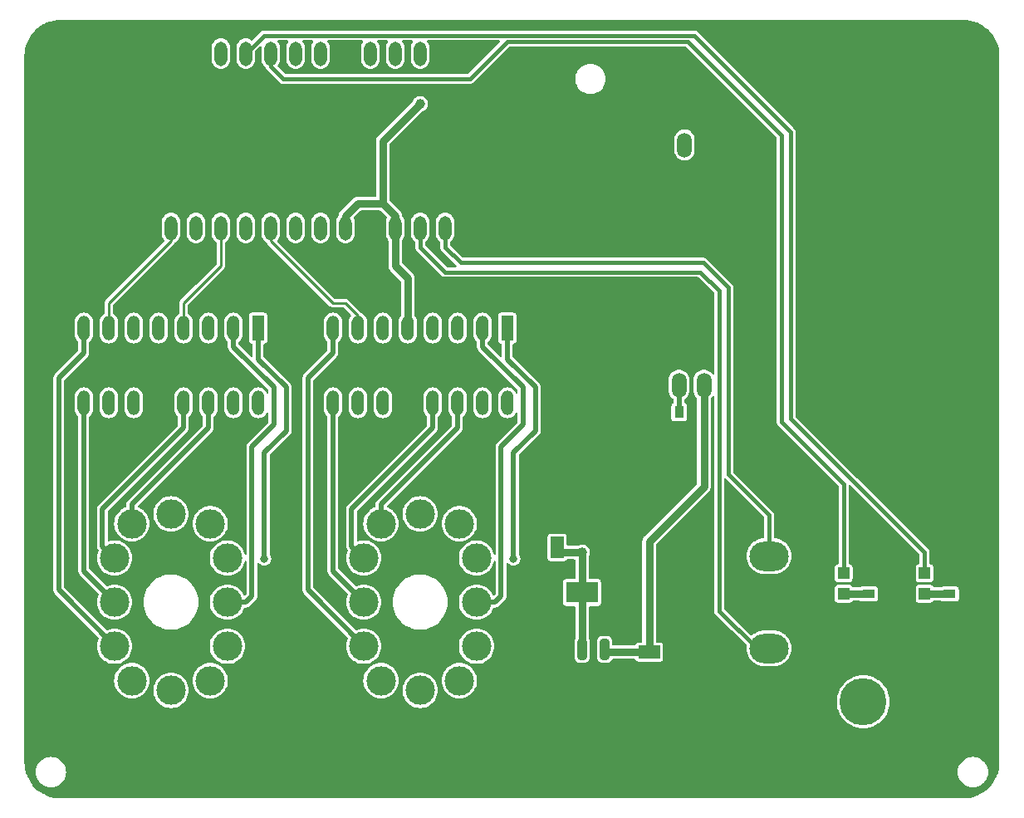
<source format=gbr>
G04 --- HEADER BEGIN --- *
G04 #@! TF.GenerationSoftware,LibrePCB,LibrePCB,1.1.0*
G04 #@! TF.CreationDate,2024-11-03T19:05:04*
G04 #@! TF.ProjectId,Nixie Counter,cfaec193-39cb-4766-881d-db9368be8cff,v2.0*
G04 #@! TF.Part,Single*
G04 #@! TF.SameCoordinates*
G04 #@! TF.FileFunction,Copper,L1,Top*
G04 #@! TF.FilePolarity,Positive*
%FSLAX66Y66*%
%MOMM*%
G01*
G75*
G04 --- HEADER END --- *
G04 --- APERTURE LIST BEGIN --- *
G04 #@! TA.AperFunction,ComponentPad*
%ADD10C,3.0*%
G04 #@! TA.AperFunction,SMDPad,CuDef*
%ADD11R,1.3X0.95*%
%ADD12R,0.95X1.3*%
%ADD13R,3.25X2.15*%
%AMROUNDEDRECT14*20,1,0.95,-0.8375,0.0,0.8375,0.0,90.0*20,1,0.475,-1.075,0.0,1.075,0.0,90.0*1,1,0.475,-0.2375,-0.8375*1,1,0.475,-0.2375,0.8375*1,1,0.475,0.2375,0.8375*1,1,0.475,0.2375,-0.8375*%
%ADD14ROUNDEDRECT14*%
G04 #@! TA.AperFunction,ComponentPad*
%ADD15O,1.27X2.54*%
%ADD16R,1.27X2.54*%
G04 #@! TA.AperFunction,SMDPad,CuDef*
%ADD17R,1.2X1.2*%
G04 #@! TA.AperFunction,ComponentPad*
%ADD18O,4.0X3.0*%
%ADD19O,1.3X2.5*%
%ADD20O,1.5X2.54*%
G04 #@! TA.AperFunction,SMDPad,CuDef*
%ADD21R,2.2X1.35*%
%ADD22R,1.35X2.2*%
G04 #@! TA.AperFunction,ComponentPad*
%ADD23C,4.8*%
G04 #@! TA.AperFunction,Conductor*
%ADD24C,0.5*%
%ADD25C,0.25*%
G04 #@! TA.AperFunction,ViaPad*
%ADD26C,0.8*%
%ADD27C,1.0*%
G04 #@! TA.AperFunction,Conductor*
%ADD28C,0.8*%
%ADD29C,0.4*%
%ADD30C,0.01*%
G04 #@! TD*
G04 --- APERTURE LIST END --- *
G04 --- BOARD BEGIN --- *
D10*
G04 #@! TO.N,N7*
G04 #@! TO.C,DS1*
G04 #@! TO.P,DS1,5,C7*
X19240000Y28320000D03*
G04 #@! TO.N,N9*
G04 #@! TO.P,DS1,3,C9*
X20990000Y20320000D03*
G04 #@! TO.N,N22*
G04 #@! TO.P,DS1,1,A*
X19240000Y12320000D03*
G04 #@! TO.N,N6*
G04 #@! TO.P,DS1,6,C6*
X15240000Y29320000D03*
G04 #@! TO.N,N8*
G04 #@! TO.P,DS1,4,C8*
X20990000Y24820000D03*
G04 #@! TO.N,N5*
G04 #@! TO.P,DS1,7,C5*
X11240000Y28320000D03*
G04 #@! TO.N,N2*
G04 #@! TO.P,DS1,10,C2*
X9490000Y15820000D03*
G04 #@! TO.N,N3*
G04 #@! TO.P,DS1,9,C3*
X9490000Y20320000D03*
G04 #@! TO.N,N1*
G04 #@! TO.P,DS1,11,C1*
X11240000Y12320000D03*
G04 #@! TO.N,N4*
G04 #@! TO.P,DS1,8,C4*
X9490000Y24820000D03*
G04 #@! TO.N,N/C*
G04 #@! TO.P,DS1,12,CDOT*
X15240000Y11320000D03*
G04 #@! TO.N,N10*
G04 #@! TO.P,DS1,2,C0*
X20990000Y15820000D03*
D11*
G04 #@! TO.N,N31*
G04 #@! TO.C,R2*
G04 #@! TO.P,R2,2,2*
X94615000Y21150000D03*
G04 #@! TO.N,GND*
G04 #@! TO.P,R2,1,1*
X94615000Y23300000D03*
D12*
G04 #@! TO.C,R3*
G04 #@! TO.P,R3,2,2*
X64886456Y39688000D03*
G04 #@! TO.N,N29*
G04 #@! TO.P,R3,1,1*
X67036456Y39688000D03*
D13*
G04 #@! TO.N,5V*
G04 #@! TO.C,U2*
G04 #@! TO.P,U2,4,OUT*
X57150720Y21315360D03*
D14*
G04 #@! TO.N,GND*
G04 #@! TO.P,U2,1,GND*
X54850720Y15515360D03*
G04 #@! TO.N,5V*
G04 #@! TO.P,U2,2,OUT*
X57150720Y15515360D03*
G04 #@! TO.N,12V*
G04 #@! TO.P,U2,3,IN*
X59450720Y15515360D03*
D15*
G04 #@! TO.N,2B*
G04 #@! TO.C,U4*
G04 #@! TO.P,U4,6,B*
X36830000Y48259984D03*
G04 #@! TO.N,N20*
G04 #@! TO.P,U4,16,0*
X49530000Y40639984D03*
G04 #@! TO.N,N17*
G04 #@! TO.P,U4,10,7*
X34290000Y40639984D03*
D16*
G04 #@! TO.N,N18*
G04 #@! TO.P,U4,1,8*
X49530000Y48259984D03*
D15*
G04 #@! TO.N,2C*
G04 #@! TO.P,U4,7,C*
X34290000Y48259984D03*
G04 #@! TO.N,2A*
G04 #@! TO.P,U4,3,A*
X44450000Y48259984D03*
G04 #@! TO.N,N19*
G04 #@! TO.P,U4,2,9*
X46990000Y48259984D03*
G04 #@! TO.N,N15*
G04 #@! TO.P,U4,14,5*
X44450000Y40639984D03*
G04 #@! TO.N,N12*
G04 #@! TO.P,U4,8,2*
X31750000Y48259984D03*
G04 #@! TO.N,N14*
G04 #@! TO.P,U4,13,4*
X41910000Y40639984D03*
G04 #@! TO.N,N11*
G04 #@! TO.P,U4,15,1*
X46990000Y40639984D03*
G04 #@! TO.N,5V*
G04 #@! TO.P,U4,5,VCC*
X39370000Y48259984D03*
G04 #@! TO.N,GND*
G04 #@! TO.P,U4,12,GND*
X39370000Y40639984D03*
G04 #@! TO.N,2D*
G04 #@! TO.P,U4,4,D*
X41910000Y48259984D03*
G04 #@! TO.N,N16*
G04 #@! TO.P,U4,11,6*
X36830000Y40639984D03*
G04 #@! TO.N,N13*
G04 #@! TO.P,U4,9,3*
X31750000Y40639984D03*
D17*
G04 #@! TO.N,LED_WIFI*
G04 #@! TO.C,LED2*
G04 #@! TO.P,LED2,A,A*
X92075000Y23275000D03*
G04 #@! TO.N,N31*
G04 #@! TO.P,LED2,C,C*
X92075000Y21175000D03*
D11*
G04 #@! TO.N,N30*
G04 #@! TO.C,R1*
G04 #@! TO.P,R1,2,2*
X86360000Y21150000D03*
G04 #@! TO.N,GND*
G04 #@! TO.P,R1,1,1*
X86360000Y23300000D03*
D10*
G04 #@! TO.N,N17*
G04 #@! TO.C,DS2*
G04 #@! TO.P,DS2,5,C7*
X44640000Y28320000D03*
G04 #@! TO.N,N19*
G04 #@! TO.P,DS2,3,C9*
X46390000Y20320000D03*
G04 #@! TO.N,N21*
G04 #@! TO.P,DS2,1,A*
X44640000Y12320000D03*
G04 #@! TO.N,N16*
G04 #@! TO.P,DS2,6,C6*
X40640000Y29320000D03*
G04 #@! TO.N,N18*
G04 #@! TO.P,DS2,4,C8*
X46390000Y24820000D03*
G04 #@! TO.N,N15*
G04 #@! TO.P,DS2,7,C5*
X36640000Y28320000D03*
G04 #@! TO.N,N12*
G04 #@! TO.P,DS2,10,C2*
X34890000Y15820000D03*
G04 #@! TO.N,N13*
G04 #@! TO.P,DS2,9,C3*
X34890000Y20320000D03*
G04 #@! TO.N,N11*
G04 #@! TO.P,DS2,11,C1*
X36640000Y12320000D03*
G04 #@! TO.N,N14*
G04 #@! TO.P,DS2,8,C4*
X34890000Y24820000D03*
G04 #@! TO.N,N/C*
G04 #@! TO.P,DS2,12,CDOT*
X40640000Y11320000D03*
G04 #@! TO.N,N20*
G04 #@! TO.P,DS2,2,C0*
X46390000Y15820000D03*
D15*
G04 #@! TO.N,1B*
G04 #@! TO.C,U3*
G04 #@! TO.P,U3,6,B*
X11430000Y48259984D03*
G04 #@! TO.N,N10*
G04 #@! TO.P,U3,16,0*
X24130000Y40639984D03*
G04 #@! TO.N,N7*
G04 #@! TO.P,U3,10,7*
X8890000Y40639984D03*
D16*
G04 #@! TO.N,N8*
G04 #@! TO.P,U3,1,8*
X24130000Y48259984D03*
D15*
G04 #@! TO.N,1C*
G04 #@! TO.P,U3,7,C*
X8890000Y48259984D03*
G04 #@! TO.N,1A*
G04 #@! TO.P,U3,3,A*
X19050000Y48259984D03*
G04 #@! TO.N,N9*
G04 #@! TO.P,U3,2,9*
X21590000Y48259984D03*
G04 #@! TO.N,N5*
G04 #@! TO.P,U3,14,5*
X19050000Y40639984D03*
G04 #@! TO.N,N2*
G04 #@! TO.P,U3,8,2*
X6350000Y48259984D03*
G04 #@! TO.N,N4*
G04 #@! TO.P,U3,13,4*
X16510000Y40639984D03*
G04 #@! TO.N,N1*
G04 #@! TO.P,U3,15,1*
X21590000Y40639984D03*
G04 #@! TO.N,5V*
G04 #@! TO.P,U3,5,VCC*
X13970000Y48259984D03*
G04 #@! TO.N,GND*
G04 #@! TO.P,U3,12,GND*
X13970000Y40639984D03*
G04 #@! TO.N,1D*
G04 #@! TO.P,U3,4,D*
X16510000Y48259984D03*
G04 #@! TO.N,N6*
G04 #@! TO.P,U3,11,6*
X11430000Y40639984D03*
G04 #@! TO.N,N3*
G04 #@! TO.P,U3,9,3*
X6350000Y40639984D03*
D18*
G04 #@! TO.N,BTN_UP*
G04 #@! TO.C,S1*
G04 #@! TO.P,S1,3,B*
X76199936Y15620000D03*
G04 #@! TO.N,BTN_DN*
G04 #@! TO.P,S1,1,A*
X76199936Y25020000D03*
G04 #@! TO.N,GND*
G04 #@! TO.P,S1,2,COM*
X76199936Y20320000D03*
D19*
G04 #@! TO.C,U5*
G04 #@! TO.P,U5,9,GND*
X35560000Y58460000D03*
G04 #@! TO.N,N/C*
G04 #@! TO.P,U5,22,3V3*
X20320000Y76240000D03*
G04 #@! TO.N,GND*
G04 #@! TO.P,U5,13,GND*
X43180000Y76240000D03*
G04 #@! TO.N,5V*
G04 #@! TO.P,U5,10,5V*
X38100000Y58460000D03*
G04 #@! TO.N,2A*
G04 #@! TO.P,U5,18,G9*
X30480000Y76240000D03*
G04 #@! TO.N,BTN_UP*
G04 #@! TO.P,U5,11,G1*
X40640000Y58460000D03*
G04 #@! TO.N,2D*
G04 #@! TO.P,U5,7,G10*
X30480000Y58460000D03*
G04 #@! TO.N,BTN_DN*
G04 #@! TO.P,U5,12,G0*
X43180000Y58460000D03*
G04 #@! TO.N,N/C*
G04 #@! TO.P,U5,16,G18/D-*
X35560000Y76240000D03*
G04 #@! TO.N,GND*
G04 #@! TO.P,U5,17,GND*
X33020000Y76240000D03*
G04 #@! TO.N,2C*
G04 #@! TO.P,U5,5,G7*
X25400000Y58460000D03*
G04 #@! TO.N,2B*
G04 #@! TO.P,U5,6,G8*
X27940000Y58460000D03*
G04 #@! TO.N,N/C*
G04 #@! TO.P,U5,15,G19/D+*
X38100000Y76240000D03*
G04 #@! TO.N,1A*
G04 #@! TO.P,U5,4,G6*
X22860000Y58460000D03*
G04 #@! TO.N,LED_WIFI*
G04 #@! TO.P,U5,21,G21/TX0*
X22860000Y76240000D03*
G04 #@! TO.N,5V*
G04 #@! TO.P,U5,14,5V*
X40640000Y76240000D03*
G04 #@! TO.N,LED_PWR*
G04 #@! TO.P,U5,20,G20/RX0*
X25400000Y76240000D03*
G04 #@! TO.N,5V*
G04 #@! TO.P,U5,8,5V*
X33020000Y58460000D03*
G04 #@! TO.N,1D*
G04 #@! TO.P,U5,3,G5*
X20320000Y58460000D03*
G04 #@! TO.N,1B*
G04 #@! TO.P,U5,2,G4*
X17780000Y58460000D03*
G04 #@! TO.N,N/C*
G04 #@! TO.P,U5,19,EN*
X27940000Y76240000D03*
G04 #@! TO.N,1C*
G04 #@! TO.P,U5,1,G3*
X15240000Y58460000D03*
D20*
G04 #@! TO.N,N29*
G04 #@! TO.C,U1*
G04 #@! TO.P,U1,SHDN,SHDN*
X67030992Y42428192D03*
G04 #@! TO.N,12V*
G04 #@! TO.P,U1,V_IN,V_IN*
X69570992Y42428192D03*
G04 #@! TO.N,GND*
G04 #@! TO.P,U1,GND_OUT,GND_OUT*
X65040992Y66928192D03*
G04 #@! TO.N,170V*
G04 #@! TO.P,U1,V_OUT,V_OUT*
X67580992Y66928192D03*
G04 #@! TO.N,GND*
G04 #@! TO.P,U1,GND_IN,GND_IN*
X64490992Y42428192D03*
D17*
G04 #@! TO.N,LED_PWR*
G04 #@! TO.C,LED1*
G04 #@! TO.P,LED1,A,A*
X83820000Y23275000D03*
G04 #@! TO.N,N30*
G04 #@! TO.P,LED1,C,C*
X83820000Y21175000D03*
D21*
G04 #@! TO.N,12V*
G04 #@! TO.C,C4*
G04 #@! TO.P,C4,+,+*
X63995000Y15240000D03*
G04 #@! TO.N,GND*
G04 #@! TO.P,C4,-,-*
X66815000Y15240000D03*
D22*
G04 #@! TO.N,5V*
G04 #@! TO.C,C2*
G04 #@! TO.P,C2,+,+*
X54610688Y25895448D03*
G04 #@! TO.N,GND*
G04 #@! TO.P,C2,-,-*
X54610688Y28715448D03*
D23*
G04 #@! TO.C,J1*
G04 #@! TO.P,J1,2,2*
X92311168Y10160064D03*
G04 #@! TO.P,J1,3,3*
X88811168Y14960064D03*
G04 #@! TO.N,12V*
G04 #@! TO.P,J1,1,1*
X85811168Y10160064D03*
D24*
G04 #@! TD.C*
G04 #@! TD.P*
G04 #@! TO.N,N15*
X44450000Y40639984D02*
X44450560Y40640512D01*
X36640000Y30290000D02*
X44450000Y38100000D01*
X36640000Y28320000D02*
X36640000Y30290000D01*
X44450000Y40639984D02*
X44450000Y38100000D01*
D25*
G04 #@! TO.N,1D*
X16510000Y50800000D02*
X16510000Y48260000D01*
X20320000Y54610000D02*
X16510000Y50800000D01*
X20320000Y57150000D02*
X20320000Y54610000D01*
X20320000Y58460000D02*
X20320000Y57150000D01*
X16510000Y48259984D02*
X16510000Y48260000D01*
D26*
G04 #@! TO.N,GND*
X64770000Y75565000D03*
D24*
G04 #@! TO.N,N4*
X9490000Y24820000D02*
X8255000Y26035000D01*
X8255000Y29845000D02*
X8255000Y26035000D01*
X16510000Y38100000D02*
X8255000Y29845000D01*
X16510000Y40639984D02*
X16510000Y38100000D01*
D26*
G04 #@! TO.N,GND*
X76200000Y66675000D03*
X79692500Y66675000D03*
X79692500Y43180000D03*
D27*
G04 #@! TO.N,5V*
X57150720Y25400424D03*
X40640000Y71120000D03*
D28*
X57150720Y25400424D02*
X54610688Y25400424D01*
X38100000Y58460000D02*
X38100000Y54610000D01*
X36830000Y60960000D02*
X34290000Y60960000D01*
X57150720Y21315360D02*
X57150720Y15515360D01*
X57150720Y21315360D02*
X57150720Y25400424D01*
X33020000Y59690000D02*
X34290000Y60960000D01*
X36830000Y67310000D02*
X40640000Y71120000D01*
X54610688Y25895448D02*
X54610688Y25400424D01*
X33020000Y58460000D02*
X33020000Y59690000D01*
X39370000Y53340000D02*
X38100000Y54610000D01*
X36830000Y60960000D02*
X36830000Y67310000D01*
X38100000Y59690000D02*
X36830000Y60960000D01*
X38100000Y58460000D02*
X38100000Y59690000D01*
X39370000Y48259984D02*
X39370000Y53340000D01*
D26*
G04 #@! TO.N,GND*
X69532500Y26670000D03*
X67310000Y75565000D03*
X76200000Y40005000D03*
D24*
G04 #@! TO.N,N14*
X33655000Y29845000D02*
X41910000Y38100000D01*
X41910000Y40640000D02*
X41910528Y40640512D01*
X41910000Y40639984D02*
X41910528Y40640512D01*
X34870000Y24820000D02*
X33655000Y26035000D01*
X34890000Y24820000D02*
X34870000Y24820000D01*
X41910000Y38100000D02*
X41910000Y40640000D01*
X33655000Y26035000D02*
X33655000Y29845000D01*
D25*
G04 #@! TO.N,1C*
X8890000Y48259984D02*
X8890000Y48260000D01*
X8890000Y50165000D02*
X8890000Y50800000D01*
X15240000Y58460000D02*
X15240000Y57150000D01*
X8890000Y50165000D02*
X8890000Y48260000D01*
X15240000Y57150000D02*
X8890000Y50800000D01*
D26*
G04 #@! TO.N,GND*
X69532500Y29210000D03*
X79692500Y64135000D03*
X76200000Y41275000D03*
X79692500Y65405000D03*
D28*
G04 #@! TO.N,12V*
X69570992Y42428192D02*
X69570992Y32105520D01*
X63995000Y15240000D02*
X59726080Y15240000D01*
X59726080Y15240000D02*
X59450720Y15515360D01*
X63995000Y15240000D02*
X63995000Y26529528D01*
X63995000Y26529528D02*
X69570992Y32105520D01*
D26*
G04 #@! TO.N,GND*
X72390000Y76200000D03*
D29*
G04 #@! TO.N,LED_WIFI*
X78422500Y39370000D02*
X78422500Y39052500D01*
X22860000Y76240000D02*
X24725000Y78105000D01*
X78422500Y39370000D02*
X78422500Y68262500D01*
X92075000Y25400000D02*
X92075000Y23275000D01*
X78422500Y39052500D02*
X84772500Y32702500D01*
X84772500Y32702500D02*
X92075000Y25400000D01*
X68580000Y78105000D02*
X78422500Y68262500D01*
X30797500Y78105000D02*
X68580000Y78105000D01*
X24725000Y78105000D02*
X30797500Y78105000D01*
D26*
G04 #@! TO.N,GND*
X66040000Y75565000D03*
X67945000Y36195000D03*
X79692500Y40640000D03*
D24*
G04 #@! TO.N,N29*
X67030992Y42428192D02*
X67037993Y42421191D01*
X67036456Y39688000D02*
X67037993Y42421191D01*
D26*
G04 #@! TO.N,GND*
X72707500Y30480000D03*
G04 #@! TO.N,N18*
X50165000Y24765000D03*
D24*
X50165000Y35560000D02*
X52387500Y37782500D01*
X52387500Y37782500D02*
X52388160Y42228032D01*
X52388160Y42228032D02*
X49530624Y45085568D01*
X49530000Y48259984D02*
X49530624Y45085568D01*
X50165000Y24765000D02*
X50165000Y35560000D01*
D26*
G04 #@! TO.N,GND*
X71596250Y76993750D03*
D24*
G04 #@! TO.N,N12*
X31750000Y45720976D02*
X31750000Y45720000D01*
X34890000Y15820000D02*
X29210000Y21590000D01*
X31750000Y48259984D02*
X31750000Y45720976D01*
X31750000Y45720000D02*
X29210000Y43180000D01*
X29210000Y43180000D02*
X29210000Y21590000D01*
D28*
G04 #@! TO.N,N30*
X86360000Y21150000D02*
X83820000Y21150000D01*
X83820000Y21175000D02*
X83820000Y21150000D01*
D26*
G04 #@! TO.N,GND*
X67945000Y37465000D03*
X72707500Y27940000D03*
D25*
G04 #@! TO.N,2C*
X33020000Y50800000D02*
X34290000Y49530000D01*
X34290000Y49530000D02*
X34290000Y48260000D01*
X25400000Y58460000D02*
X25400000Y57150000D01*
X25400000Y57150000D02*
X31750000Y50800000D01*
X34290000Y48259984D02*
X34290000Y48260000D01*
X31750000Y50800000D02*
X33020000Y50800000D01*
D24*
G04 #@! TO.N,N13*
X31750000Y40639984D02*
X31750000Y23495000D01*
X34890000Y20320000D02*
X31750000Y23495000D01*
G04 #@! TO.N,N2*
X6350080Y45720576D02*
X6350080Y45720080D01*
X6350080Y45720576D02*
X6350080Y47943104D01*
X3810000Y43180000D02*
X3810000Y21590000D01*
X6350080Y45720080D02*
X3810000Y43180000D01*
X6350000Y48259984D02*
X6350080Y47943104D01*
X9490000Y15820000D02*
X3810000Y21590000D01*
D26*
G04 #@! TO.N,GND*
X69532500Y27940000D03*
D28*
G04 #@! TO.N,N31*
X94615000Y21150000D02*
X92075000Y21150000D01*
X92075000Y21175000D02*
X92075000Y21150000D01*
D26*
G04 #@! TO.N,GND*
X72707500Y29210000D03*
D24*
G04 #@! TO.N,N9*
X20990000Y20320000D02*
X22860000Y20320000D01*
X23495000Y36195000D02*
X25717500Y38417500D01*
X25717824Y42228032D02*
X21590272Y46355584D01*
X22860000Y20320000D02*
X23495000Y20955000D01*
X23495000Y20955000D02*
X23495000Y36195000D01*
X21590000Y48259984D02*
X21590272Y46355584D01*
X25717824Y38417824D02*
X25717500Y38417500D01*
X25717824Y42228032D02*
X25717824Y38417824D01*
G04 #@! TO.N,N3*
X9490000Y20320000D02*
X6350000Y23495000D01*
X6350000Y40639984D02*
X6350000Y23495376D01*
X6350000Y23495376D02*
X6350000Y23495000D01*
D25*
G04 #@! TO.N,2D*
X41910000Y48259984D02*
X41910000Y48260000D01*
D26*
G04 #@! TO.N,GND*
X37465000Y72072500D03*
X79692500Y41910000D03*
D24*
G04 #@! TO.N,N5*
X19050000Y40639984D02*
X19050000Y38100000D01*
X11240000Y28320000D02*
X11240000Y30290000D01*
X11240000Y30290000D02*
X19050000Y38100000D01*
D26*
G04 #@! TO.N,GND*
X70802500Y77787500D03*
D29*
G04 #@! TO.N,BTN_UP*
X76199936Y15620000D02*
X74992500Y15620000D01*
X71120896Y52070840D02*
X71120896Y19366604D01*
X69216736Y53975000D02*
X43180000Y53975000D01*
X76199936Y15620000D02*
X74992500Y15620000D01*
X40640000Y56515000D02*
X43180000Y53975000D01*
X40640000Y58460000D02*
X40640000Y56515000D01*
X71120896Y19366604D02*
X74992500Y15620000D01*
X71120896Y52070840D02*
X69216736Y53975000D01*
D26*
G04 #@! TO.N,N8*
X24765000Y24765000D03*
D24*
X24765000Y35560000D02*
X26987500Y37782500D01*
X24765000Y24765000D02*
X24765000Y35560000D01*
X26987500Y42227500D02*
X26987840Y42228032D01*
X24130000Y48259984D02*
X24130304Y45085568D01*
X26987840Y42228032D02*
X24130304Y45085568D01*
X26987500Y37782500D02*
X26987500Y42227500D01*
D26*
G04 #@! TO.N,GND*
X38735000Y72072500D03*
X76200000Y38735000D03*
X76200000Y65405000D03*
D29*
G04 #@! TO.N,LED_PWR*
X27940000Y73660000D02*
X26670000Y73660000D01*
X25400000Y76240000D02*
X25400000Y74930000D01*
X77470000Y38735000D02*
X77470000Y67945000D01*
X83820000Y32385000D02*
X77470000Y38735000D01*
X49530000Y77470000D02*
X67945000Y77470000D01*
X45720000Y73660000D02*
X49530000Y77470000D01*
X77470000Y67945000D02*
X67945000Y77470000D01*
X26670000Y73660000D02*
X25400000Y74930000D01*
X27940000Y73660000D02*
X45720000Y73660000D01*
X83820000Y23275000D02*
X83820000Y32385000D01*
G04 #@! TO.N,BTN_DN*
X44767500Y54927500D02*
X43180000Y56515000D01*
X69532500Y54927500D02*
X44767500Y54927500D01*
X43180000Y58460000D02*
X43180000Y56515000D01*
X72072500Y33337500D02*
X72072500Y33337500D01*
X76200000Y25020064D02*
X76200000Y29210000D01*
X72072500Y52387500D02*
X72072500Y33337500D01*
X72072500Y52387500D02*
X69532500Y54927500D01*
X72072500Y33337500D02*
X76200000Y29210000D01*
X76199936Y25020000D02*
X76200000Y25020064D01*
D26*
G04 #@! TO.N,GND*
X36195000Y72072500D03*
D24*
G04 #@! TO.N,N19*
X48260000Y20320000D02*
X48895000Y20955000D01*
X46390000Y20320000D02*
X48260000Y20320000D01*
X48895000Y36195000D02*
X51117500Y38417500D01*
X51117500Y38417500D02*
X51118144Y42228032D01*
X46990000Y48259984D02*
X46990592Y46355584D01*
X51118144Y42228032D02*
X46990592Y46355584D01*
X48895000Y20955000D02*
X48895000Y36195000D01*
D26*
G04 #@! TO.N,GND*
X76200000Y64135000D03*
X67945000Y34925000D03*
D30*
G04 #@! TA.AperFunction,Conductor*
G36*
X300000Y4009836D02*
X300120Y4004929D01*
X317936Y3642273D01*
X318898Y3632507D01*
X370730Y3283088D01*
X372645Y3273463D01*
X458472Y2930825D01*
X461320Y2921435D01*
X580325Y2588835D01*
X584081Y2579768D01*
X735113Y2260438D01*
X739739Y2251783D01*
X921338Y1948805D01*
X926790Y1940646D01*
X1137216Y1656919D01*
X1143442Y1649333D01*
X1380662Y1387601D01*
X1387601Y1380662D01*
X1649333Y1143442D01*
X1656919Y1137216D01*
X1940646Y926790D01*
X1948805Y921338D01*
X2251783Y739739D01*
X2260438Y735113D01*
X2579768Y584081D01*
X2588835Y580325D01*
X2921435Y461320D01*
X2930825Y458472D01*
X2996086Y442124D01*
X2996086Y1450308D01*
X2761436Y1468775D01*
X2753712Y1469999D01*
X2524847Y1524944D01*
X2517392Y1527367D01*
X2299945Y1617436D01*
X2292963Y1620994D01*
X2092283Y1743971D01*
X2085947Y1748574D01*
X1906972Y1901432D01*
X1901432Y1906972D01*
X1748574Y2085947D01*
X1743971Y2092283D01*
X1620994Y2292963D01*
X1617436Y2299945D01*
X1527367Y2517392D01*
X1524944Y2524847D01*
X1469999Y2753712D01*
X1468775Y2761436D01*
X1450308Y2996086D01*
X1450308Y3003914D01*
X1468775Y3238564D01*
X1469999Y3246288D01*
X1524944Y3475153D01*
X1527367Y3482608D01*
X1617436Y3700055D01*
X1620994Y3707037D01*
X1743971Y3907717D01*
X1748574Y3914053D01*
X1901432Y4093028D01*
X1906972Y4098568D01*
X2085947Y4251426D01*
X2092283Y4256029D01*
X2292963Y4379006D01*
X2299945Y4382564D01*
X2517392Y4472633D01*
X2524847Y4475056D01*
X2753712Y4530001D01*
X2761436Y4531225D01*
X2996086Y4549692D01*
X3003914Y4549692D01*
X3238564Y4531225D01*
X3246288Y4530001D01*
X3475153Y4475056D01*
X3482608Y4472633D01*
X3700055Y4382564D01*
X3707037Y4379006D01*
X3907717Y4256029D01*
X3914053Y4251426D01*
X4093028Y4098568D01*
X4098568Y4093028D01*
X4251426Y3914053D01*
X4256029Y3907717D01*
X4379006Y3707037D01*
X4382564Y3700055D01*
X4472633Y3482608D01*
X4475056Y3475153D01*
X4530001Y3246288D01*
X4531225Y3238564D01*
X4549692Y3003914D01*
X4549692Y2996086D01*
X4531225Y2761436D01*
X4530001Y2753712D01*
X4475056Y2524847D01*
X4472633Y2517392D01*
X4382564Y2299945D01*
X4379006Y2292963D01*
X4256029Y2092283D01*
X4251426Y2085947D01*
X4098568Y1906972D01*
X4093028Y1901432D01*
X3914053Y1748574D01*
X3907717Y1743971D01*
X3707037Y1620994D01*
X3700055Y1617436D01*
X3482608Y1527367D01*
X3475153Y1524944D01*
X3246288Y1469999D01*
X3238564Y1468775D01*
X3003914Y1450308D01*
X2996086Y1450308D01*
X2996086Y442124D01*
X3273463Y372645D01*
X3283088Y370730D01*
X3632507Y318898D01*
X3642273Y317936D01*
X4004929Y300120D01*
X4009836Y300000D01*
X11236435Y300000D01*
X11236435Y10520255D01*
X10987399Y10538066D01*
X10980344Y10539080D01*
X10736364Y10592155D01*
X10729538Y10594160D01*
X10495596Y10681415D01*
X10489123Y10684371D01*
X10269977Y10804035D01*
X10263988Y10807884D01*
X10064110Y10957510D01*
X10058727Y10962175D01*
X9882175Y11138727D01*
X9877510Y11144110D01*
X9727884Y11343988D01*
X9724035Y11349977D01*
X9604371Y11569123D01*
X9601415Y11575596D01*
X9514160Y11809538D01*
X9512155Y11816364D01*
X9459080Y12060344D01*
X9458066Y12067399D01*
X9440255Y12316435D01*
X9440255Y12323565D01*
X9458066Y12572601D01*
X9459080Y12579656D01*
X9486435Y12705403D01*
X9486435Y14020255D01*
X9237399Y14038066D01*
X9230344Y14039080D01*
X8986364Y14092155D01*
X8979538Y14094160D01*
X8745596Y14181415D01*
X8739123Y14184371D01*
X8519977Y14304035D01*
X8513988Y14307884D01*
X8314110Y14457510D01*
X8308727Y14462175D01*
X8132175Y14638727D01*
X8127510Y14644110D01*
X7977884Y14843988D01*
X7974035Y14849977D01*
X7854371Y15069123D01*
X7851415Y15075596D01*
X7764160Y15309538D01*
X7762155Y15316364D01*
X7709080Y15560344D01*
X7708066Y15567399D01*
X7690255Y15816435D01*
X7690255Y15823565D01*
X7708066Y16072601D01*
X7709080Y16079656D01*
X7762155Y16323636D01*
X7764160Y16330462D01*
X7851415Y16564404D01*
X7854372Y16570879D01*
X7863276Y16587186D01*
X7874593Y16648602D01*
X7846772Y16705261D01*
X3420339Y21201831D01*
X3416072Y21206775D01*
X3376347Y21259398D01*
X3375870Y21260025D01*
X3337373Y21310194D01*
X3333580Y21316886D01*
X3333185Y21317575D01*
X3329272Y21324353D01*
X3305537Y21382951D01*
X3305239Y21383677D01*
X3281057Y21442059D01*
X3279117Y21449537D01*
X3278911Y21450320D01*
X3276896Y21457835D01*
X3269147Y21520505D01*
X3269047Y21521286D01*
X3260429Y21586744D01*
X3260000Y21593281D01*
X3260000Y43176731D01*
X3260426Y43183240D01*
X3277885Y43315860D01*
X3281246Y43328402D01*
X3331179Y43448949D01*
X3337675Y43460200D01*
X3368941Y43500946D01*
X3416933Y43563490D01*
X3421362Y43567871D01*
X3422735Y43570552D01*
X5770791Y45918608D01*
X5800080Y45989318D01*
X5800080Y46825263D01*
X5763520Y46902563D01*
X5692653Y46960722D01*
X5685738Y46967637D01*
X5575693Y47101728D01*
X5570259Y47109860D01*
X5488492Y47262837D01*
X5484745Y47271881D01*
X5434393Y47437871D01*
X5432484Y47447468D01*
X5415241Y47622541D01*
X5415000Y47627434D01*
X5415000Y48892534D01*
X5415241Y48897427D01*
X5432484Y49072500D01*
X5434393Y49082097D01*
X5484745Y49248087D01*
X5488492Y49257131D01*
X5570259Y49410108D01*
X5575693Y49418240D01*
X5685738Y49552331D01*
X5692653Y49559246D01*
X5826744Y49669291D01*
X5834876Y49674725D01*
X5987853Y49756492D01*
X5996897Y49760239D01*
X6162887Y49810591D01*
X6172484Y49812500D01*
X6345106Y49829502D01*
X6354894Y49829502D01*
X6527516Y49812500D01*
X6537113Y49810591D01*
X6703103Y49760239D01*
X6712147Y49756492D01*
X6865124Y49674725D01*
X6873256Y49669291D01*
X7007347Y49559246D01*
X7014262Y49552331D01*
X7124307Y49418240D01*
X7129741Y49410108D01*
X7211508Y49257131D01*
X7215255Y49248087D01*
X7265607Y49082097D01*
X7267516Y49072500D01*
X7284759Y48897427D01*
X7285000Y48892534D01*
X7285000Y47627434D01*
X7284759Y47622541D01*
X7267516Y47447468D01*
X7265607Y47437871D01*
X7215255Y47271881D01*
X7211508Y47262837D01*
X7129741Y47109860D01*
X7124307Y47101728D01*
X7014262Y46967637D01*
X7007348Y46960723D01*
X6936641Y46902696D01*
X6900080Y46825395D01*
X6900080Y45723361D01*
X6899651Y45716824D01*
X6882195Y45584230D01*
X6878831Y45571674D01*
X6828902Y45451135D01*
X6822404Y45439880D01*
X6743147Y45336590D01*
X6738718Y45332209D01*
X6737345Y45329528D01*
X4389289Y42981472D01*
X4360000Y42910762D01*
X4360000Y21856252D01*
X4388735Y21786100D01*
X8629667Y17477969D01*
X8685184Y17449370D01*
X8742462Y17457154D01*
X8745596Y17458585D01*
X8979538Y17545840D01*
X8986364Y17547845D01*
X9230344Y17600920D01*
X9237399Y17601934D01*
X9486435Y17619745D01*
X9486435Y18520255D01*
X9237399Y18538066D01*
X9230344Y18539080D01*
X8986364Y18592155D01*
X8979538Y18594160D01*
X8745596Y18681415D01*
X8739123Y18684371D01*
X8519977Y18804035D01*
X8513988Y18807884D01*
X8314110Y18957510D01*
X8308727Y18962175D01*
X8132175Y19138727D01*
X8127510Y19144110D01*
X7977884Y19343988D01*
X7974035Y19349977D01*
X7854371Y19569123D01*
X7851415Y19575596D01*
X7764160Y19809538D01*
X7762155Y19816364D01*
X7709080Y20060344D01*
X7708066Y20067399D01*
X7690255Y20316435D01*
X7690255Y20323565D01*
X7708066Y20572601D01*
X7709080Y20579656D01*
X7762155Y20823636D01*
X7764160Y20830462D01*
X7851415Y21064404D01*
X7854371Y21070877D01*
X7861206Y21083394D01*
X7872524Y21144810D01*
X7844540Y21201636D01*
X5961241Y23105927D01*
X5956964Y23110860D01*
X5916651Y23164005D01*
X5916314Y23164447D01*
X5877468Y23215071D01*
X5873789Y23221526D01*
X5873511Y23222012D01*
X5869820Y23228404D01*
X5845655Y23287671D01*
X5845444Y23288184D01*
X5821129Y23346885D01*
X5819230Y23354131D01*
X5819093Y23354648D01*
X5817179Y23361794D01*
X5809199Y23425117D01*
X5809128Y23425667D01*
X5800429Y23491744D01*
X5800000Y23498281D01*
X5800000Y39205329D01*
X5763439Y39282629D01*
X5692657Y39340718D01*
X5685738Y39347637D01*
X5575693Y39481728D01*
X5570259Y39489860D01*
X5488492Y39642837D01*
X5484745Y39651881D01*
X5434393Y39817871D01*
X5432484Y39827468D01*
X5415241Y40002541D01*
X5415000Y40007434D01*
X5415000Y41272534D01*
X5415241Y41277427D01*
X5432484Y41452500D01*
X5434393Y41462097D01*
X5484745Y41628087D01*
X5488492Y41637131D01*
X5570259Y41790108D01*
X5575693Y41798240D01*
X5685738Y41932331D01*
X5692653Y41939246D01*
X5826744Y42049291D01*
X5834876Y42054725D01*
X5987853Y42136492D01*
X5996897Y42140239D01*
X6162887Y42190591D01*
X6172484Y42192500D01*
X6345106Y42209502D01*
X6354894Y42209502D01*
X6527516Y42192500D01*
X6537113Y42190591D01*
X6703103Y42140239D01*
X6712147Y42136492D01*
X6865124Y42054725D01*
X6873256Y42049291D01*
X7007347Y41939246D01*
X7014262Y41932331D01*
X7124307Y41798240D01*
X7129741Y41790108D01*
X7211508Y41637131D01*
X7215255Y41628087D01*
X7265607Y41462097D01*
X7267516Y41452500D01*
X7284759Y41277427D01*
X7285000Y41272534D01*
X7285000Y40007434D01*
X7284759Y40002541D01*
X7267516Y39827468D01*
X7265607Y39817871D01*
X7215255Y39651881D01*
X7211508Y39642837D01*
X7129741Y39489860D01*
X7124307Y39481728D01*
X7014262Y39347637D01*
X7007343Y39340718D01*
X6936561Y39282629D01*
X6900000Y39205329D01*
X6900000Y23762131D01*
X6928898Y23691814D01*
X8625824Y21975974D01*
X8681407Y21947503D01*
X8738464Y21955328D01*
X8745596Y21958585D01*
X8979538Y22045840D01*
X8986364Y22047845D01*
X9230344Y22100920D01*
X9237399Y22101934D01*
X9486435Y22119745D01*
X9486435Y23020255D01*
X9237399Y23038066D01*
X9230344Y23039080D01*
X8986364Y23092155D01*
X8979538Y23094160D01*
X8745596Y23181415D01*
X8739123Y23184371D01*
X8519977Y23304035D01*
X8513988Y23307884D01*
X8314110Y23457510D01*
X8308727Y23462175D01*
X8132175Y23638727D01*
X8127510Y23644110D01*
X7977884Y23843988D01*
X7974035Y23849977D01*
X7854371Y24069123D01*
X7851415Y24075596D01*
X7764160Y24309538D01*
X7762155Y24316364D01*
X7709080Y24560344D01*
X7708066Y24567399D01*
X7690255Y24816435D01*
X7690255Y24823565D01*
X7708066Y25072601D01*
X7709080Y25079656D01*
X7762155Y25323636D01*
X7764160Y25330462D01*
X7851411Y25564392D01*
X7855294Y25572895D01*
X7862202Y25634962D01*
X7843668Y25675312D01*
X7823951Y25701009D01*
X7823450Y25701657D01*
X7784655Y25751369D01*
X7780775Y25758091D01*
X7780357Y25758808D01*
X7776380Y25765567D01*
X7752249Y25823825D01*
X7751934Y25824578D01*
X7727275Y25882762D01*
X7725270Y25890248D01*
X7725053Y25891045D01*
X7722954Y25898630D01*
X7714722Y25961157D01*
X7714613Y25961965D01*
X7705686Y26025745D01*
X7705495Y26028469D01*
X7705643Y26028479D01*
X7705000Y26038282D01*
X7705000Y29841719D01*
X7705429Y29848256D01*
X7722885Y29980850D01*
X7726249Y29993406D01*
X7776178Y30113945D01*
X7782676Y30125200D01*
X7861933Y30228490D01*
X7866362Y30232871D01*
X7867735Y30235552D01*
X8885106Y31252923D01*
X8885106Y39070466D01*
X8712484Y39087468D01*
X8702887Y39089377D01*
X8536897Y39139729D01*
X8527853Y39143476D01*
X8374876Y39225243D01*
X8366744Y39230677D01*
X8232653Y39340722D01*
X8225738Y39347637D01*
X8115693Y39481728D01*
X8110259Y39489860D01*
X8028492Y39642837D01*
X8024745Y39651881D01*
X7974393Y39817871D01*
X7972484Y39827468D01*
X7955241Y40002541D01*
X7955000Y40007434D01*
X7955000Y41272534D01*
X7955241Y41277427D01*
X7972484Y41452500D01*
X7974393Y41462097D01*
X8024745Y41628087D01*
X8028492Y41637131D01*
X8110259Y41790108D01*
X8115693Y41798240D01*
X8225738Y41932331D01*
X8232653Y41939246D01*
X8366744Y42049291D01*
X8374876Y42054725D01*
X8527853Y42136492D01*
X8536897Y42140239D01*
X8702887Y42190591D01*
X8712484Y42192500D01*
X8885106Y42209502D01*
X8885106Y46690466D01*
X8712484Y46707468D01*
X8702887Y46709377D01*
X8536897Y46759729D01*
X8527853Y46763476D01*
X8374876Y46845243D01*
X8366744Y46850677D01*
X8232653Y46960722D01*
X8225738Y46967637D01*
X8115693Y47101728D01*
X8110259Y47109860D01*
X8028492Y47262837D01*
X8024745Y47271881D01*
X7974393Y47437871D01*
X7972484Y47447468D01*
X7955241Y47622541D01*
X7955000Y47627434D01*
X7955000Y48892534D01*
X7955241Y48897427D01*
X7972484Y49072500D01*
X7974393Y49082097D01*
X8024745Y49248087D01*
X8028492Y49257131D01*
X8110259Y49410108D01*
X8115693Y49418240D01*
X8225738Y49552331D01*
X8232653Y49559246D01*
X8366744Y49669291D01*
X8374872Y49674722D01*
X8412141Y49694643D01*
X8455270Y49739808D01*
X8465000Y49782834D01*
X8465000Y50796428D01*
X8465508Y50803533D01*
X8470962Y50841464D01*
X8471725Y50848562D01*
X8474203Y50883209D01*
X8478732Y50904031D01*
X8478706Y50904037D01*
X8479156Y50905802D01*
X8479182Y50905794D01*
X8485187Y50926244D01*
X8499619Y50957845D01*
X8502351Y50964440D01*
X8514487Y50996977D01*
X8524701Y51015683D01*
X8524676Y51015697D01*
X8525607Y51017266D01*
X8525630Y51017251D01*
X8537152Y51035180D01*
X8559904Y51061438D01*
X8564381Y51066994D01*
X8587333Y51097653D01*
X8592006Y51103046D01*
X14553275Y57064315D01*
X14581437Y57120054D01*
X14559865Y57198464D01*
X14453221Y57328410D01*
X14447787Y57336542D01*
X14364633Y57492113D01*
X14360886Y57501157D01*
X14309681Y57669960D01*
X14307772Y57679557D01*
X14290241Y57857557D01*
X14290000Y57862450D01*
X14290000Y59057550D01*
X14290241Y59062443D01*
X14307772Y59240443D01*
X14309681Y59250040D01*
X14360886Y59418843D01*
X14364633Y59427887D01*
X14447787Y59583458D01*
X14453221Y59591590D01*
X14565132Y59727953D01*
X14572047Y59734868D01*
X14708410Y59846779D01*
X14716542Y59852213D01*
X14872113Y59935367D01*
X14881157Y59939114D01*
X15049960Y59990319D01*
X15059557Y59992228D01*
X15235106Y60009518D01*
X15244894Y60009518D01*
X15420443Y59992228D01*
X15430040Y59990319D01*
X15598843Y59939114D01*
X15607887Y59935367D01*
X15763458Y59852213D01*
X15771590Y59846779D01*
X15907953Y59734868D01*
X15914868Y59727953D01*
X16026779Y59591590D01*
X16032213Y59583458D01*
X16115367Y59427887D01*
X16119114Y59418843D01*
X16170319Y59250040D01*
X16172228Y59240443D01*
X16189759Y59062443D01*
X16190000Y59057550D01*
X16190000Y57862450D01*
X16189759Y57857557D01*
X16172228Y57679557D01*
X16170319Y57669960D01*
X16119114Y57501157D01*
X16115367Y57492113D01*
X16032213Y57336542D01*
X16026779Y57328410D01*
X15914868Y57192047D01*
X15907953Y57185132D01*
X15771590Y57073221D01*
X15763458Y57067788D01*
X15665481Y57015418D01*
X15618926Y56962172D01*
X15615514Y56953024D01*
X15605299Y56934317D01*
X15605324Y56934303D01*
X15604393Y56932734D01*
X15604370Y56932749D01*
X15592848Y56914820D01*
X15570096Y56888562D01*
X15565619Y56883006D01*
X15542667Y56852347D01*
X15537994Y56846954D01*
X9344289Y50653249D01*
X9315000Y50582539D01*
X9315000Y49782834D01*
X9334500Y49723507D01*
X9367859Y49694643D01*
X9405128Y49674722D01*
X9413256Y49669291D01*
X9547347Y49559246D01*
X9554262Y49552331D01*
X9664307Y49418240D01*
X9669741Y49410108D01*
X9751508Y49257131D01*
X9755255Y49248087D01*
X9805607Y49082097D01*
X9807516Y49072500D01*
X9824759Y48897427D01*
X9825000Y48892534D01*
X9825000Y47627434D01*
X9824759Y47622541D01*
X9807516Y47447468D01*
X9805607Y47437871D01*
X9755255Y47271881D01*
X9751508Y47262837D01*
X9669741Y47109860D01*
X9664307Y47101728D01*
X9554262Y46967637D01*
X9547347Y46960722D01*
X9413256Y46850677D01*
X9405124Y46845243D01*
X9252147Y46763476D01*
X9243103Y46759729D01*
X9077113Y46709377D01*
X9067516Y46707468D01*
X8894894Y46690466D01*
X8885106Y46690466D01*
X8885106Y42209502D01*
X8894894Y42209502D01*
X9067516Y42192500D01*
X9077113Y42190591D01*
X9243103Y42140239D01*
X9252147Y42136492D01*
X9405124Y42054725D01*
X9413256Y42049291D01*
X9547347Y41939246D01*
X9554262Y41932331D01*
X9664307Y41798240D01*
X9669741Y41790108D01*
X9751508Y41637131D01*
X9755255Y41628087D01*
X9805607Y41462097D01*
X9807516Y41452500D01*
X9824759Y41277427D01*
X9825000Y41272534D01*
X9825000Y40007434D01*
X9824759Y40002541D01*
X9807516Y39827468D01*
X9805607Y39817871D01*
X9755255Y39651881D01*
X9751508Y39642837D01*
X9669741Y39489860D01*
X9664307Y39481728D01*
X9554262Y39347637D01*
X9547347Y39340722D01*
X9413256Y39230677D01*
X9405124Y39225243D01*
X9252147Y39143476D01*
X9243103Y39139729D01*
X9077113Y39089377D01*
X9067516Y39087468D01*
X8894894Y39070466D01*
X8885106Y39070466D01*
X8885106Y31252923D01*
X11425106Y33792923D01*
X11425106Y39070466D01*
X11252484Y39087468D01*
X11242887Y39089377D01*
X11076897Y39139729D01*
X11067853Y39143476D01*
X10914876Y39225243D01*
X10906744Y39230677D01*
X10772653Y39340722D01*
X10765738Y39347637D01*
X10655693Y39481728D01*
X10650259Y39489860D01*
X10568492Y39642837D01*
X10564745Y39651881D01*
X10514393Y39817871D01*
X10512484Y39827468D01*
X10495241Y40002541D01*
X10495000Y40007434D01*
X10495000Y41272534D01*
X10495241Y41277427D01*
X10512484Y41452500D01*
X10514393Y41462097D01*
X10564745Y41628087D01*
X10568492Y41637131D01*
X10650259Y41790108D01*
X10655693Y41798240D01*
X10765738Y41932331D01*
X10772653Y41939246D01*
X10906744Y42049291D01*
X10914876Y42054725D01*
X11067853Y42136492D01*
X11076897Y42140239D01*
X11242887Y42190591D01*
X11252484Y42192500D01*
X11425106Y42209502D01*
X11425106Y46690466D01*
X11252484Y46707468D01*
X11242887Y46709377D01*
X11076897Y46759729D01*
X11067853Y46763476D01*
X10914876Y46845243D01*
X10906744Y46850677D01*
X10772653Y46960722D01*
X10765738Y46967637D01*
X10655693Y47101728D01*
X10650259Y47109860D01*
X10568492Y47262837D01*
X10564745Y47271881D01*
X10514393Y47437871D01*
X10512484Y47447468D01*
X10495241Y47622541D01*
X10495000Y47627434D01*
X10495000Y48892534D01*
X10495241Y48897427D01*
X10512484Y49072500D01*
X10514393Y49082097D01*
X10564745Y49248087D01*
X10568492Y49257131D01*
X10650259Y49410108D01*
X10655693Y49418240D01*
X10765738Y49552331D01*
X10772653Y49559246D01*
X10906744Y49669291D01*
X10914876Y49674725D01*
X11067853Y49756492D01*
X11076897Y49760239D01*
X11242887Y49810591D01*
X11252484Y49812500D01*
X11425106Y49829502D01*
X11434894Y49829502D01*
X11607516Y49812500D01*
X11617113Y49810591D01*
X11783103Y49760239D01*
X11792147Y49756492D01*
X11945124Y49674725D01*
X11953256Y49669291D01*
X12087347Y49559246D01*
X12094262Y49552331D01*
X12204307Y49418240D01*
X12209741Y49410108D01*
X12291508Y49257131D01*
X12295255Y49248087D01*
X12345607Y49082097D01*
X12347516Y49072500D01*
X12364759Y48897427D01*
X12365000Y48892534D01*
X12365000Y47627434D01*
X12364759Y47622541D01*
X12347516Y47447468D01*
X12345607Y47437871D01*
X12295255Y47271881D01*
X12291508Y47262837D01*
X12209741Y47109860D01*
X12204307Y47101728D01*
X12094262Y46967637D01*
X12087347Y46960722D01*
X11953256Y46850677D01*
X11945124Y46845243D01*
X11792147Y46763476D01*
X11783103Y46759729D01*
X11617113Y46709377D01*
X11607516Y46707468D01*
X11434894Y46690466D01*
X11425106Y46690466D01*
X11425106Y42209502D01*
X11434894Y42209502D01*
X11607516Y42192500D01*
X11617113Y42190591D01*
X11783103Y42140239D01*
X11792147Y42136492D01*
X11945124Y42054725D01*
X11953256Y42049291D01*
X12087347Y41939246D01*
X12094262Y41932331D01*
X12204307Y41798240D01*
X12209741Y41790108D01*
X12291508Y41637131D01*
X12295255Y41628087D01*
X12345607Y41462097D01*
X12347516Y41452500D01*
X12364759Y41277427D01*
X12365000Y41272534D01*
X12365000Y40007434D01*
X12364759Y40002541D01*
X12347516Y39827468D01*
X12345607Y39817871D01*
X12295255Y39651881D01*
X12291508Y39642837D01*
X12209741Y39489860D01*
X12204307Y39481728D01*
X12094262Y39347637D01*
X12087347Y39340722D01*
X11953256Y39230677D01*
X11945124Y39225243D01*
X11792147Y39143476D01*
X11783103Y39139729D01*
X11617113Y39089377D01*
X11607516Y39087468D01*
X11434894Y39070466D01*
X11425106Y39070466D01*
X11425106Y33792923D01*
X13965106Y36332923D01*
X13965106Y46690466D01*
X13792484Y46707468D01*
X13782887Y46709377D01*
X13616897Y46759729D01*
X13607853Y46763476D01*
X13454876Y46845243D01*
X13446744Y46850677D01*
X13312653Y46960722D01*
X13305738Y46967637D01*
X13195693Y47101728D01*
X13190259Y47109860D01*
X13108492Y47262837D01*
X13104745Y47271881D01*
X13054393Y47437871D01*
X13052484Y47447468D01*
X13035241Y47622541D01*
X13035000Y47627434D01*
X13035000Y48892534D01*
X13035241Y48897427D01*
X13052484Y49072500D01*
X13054393Y49082097D01*
X13104745Y49248087D01*
X13108492Y49257131D01*
X13190259Y49410108D01*
X13195693Y49418240D01*
X13305738Y49552331D01*
X13312653Y49559246D01*
X13446744Y49669291D01*
X13454876Y49674725D01*
X13607853Y49756492D01*
X13616897Y49760239D01*
X13782887Y49810591D01*
X13792484Y49812500D01*
X13965106Y49829502D01*
X13974894Y49829502D01*
X14147516Y49812500D01*
X14157113Y49810591D01*
X14323103Y49760239D01*
X14332147Y49756492D01*
X14485124Y49674725D01*
X14493256Y49669291D01*
X14627347Y49559246D01*
X14634262Y49552331D01*
X14744307Y49418240D01*
X14749741Y49410108D01*
X14831508Y49257131D01*
X14835255Y49248087D01*
X14885607Y49082097D01*
X14887516Y49072500D01*
X14904759Y48897427D01*
X14905000Y48892534D01*
X14905000Y47627434D01*
X14904759Y47622541D01*
X14887516Y47447468D01*
X14885607Y47437871D01*
X14835255Y47271881D01*
X14831508Y47262837D01*
X14749741Y47109860D01*
X14744307Y47101728D01*
X14634262Y46967637D01*
X14627347Y46960722D01*
X14493256Y46850677D01*
X14485124Y46845243D01*
X14332147Y46763476D01*
X14323103Y46759729D01*
X14157113Y46709377D01*
X14147516Y46707468D01*
X13974894Y46690466D01*
X13965106Y46690466D01*
X13965106Y36332923D01*
X15930711Y38298528D01*
X15960000Y38369238D01*
X15960000Y39205329D01*
X15923439Y39282629D01*
X15852657Y39340718D01*
X15845738Y39347637D01*
X15735693Y39481728D01*
X15730259Y39489860D01*
X15648492Y39642837D01*
X15644745Y39651881D01*
X15594393Y39817871D01*
X15592484Y39827468D01*
X15575241Y40002541D01*
X15575000Y40007434D01*
X15575000Y41272534D01*
X15575241Y41277427D01*
X15592484Y41452500D01*
X15594393Y41462097D01*
X15644745Y41628087D01*
X15648492Y41637131D01*
X15730259Y41790108D01*
X15735693Y41798240D01*
X15845738Y41932331D01*
X15852653Y41939246D01*
X15986744Y42049291D01*
X15994876Y42054725D01*
X16147853Y42136492D01*
X16156897Y42140239D01*
X16322887Y42190591D01*
X16332484Y42192500D01*
X16505106Y42209502D01*
X16505106Y46690466D01*
X16332484Y46707468D01*
X16322887Y46709377D01*
X16156897Y46759729D01*
X16147853Y46763476D01*
X15994876Y46845243D01*
X15986744Y46850677D01*
X15852653Y46960722D01*
X15845738Y46967637D01*
X15735693Y47101728D01*
X15730259Y47109860D01*
X15648492Y47262837D01*
X15644745Y47271881D01*
X15594393Y47437871D01*
X15592484Y47447468D01*
X15575241Y47622541D01*
X15575000Y47627434D01*
X15575000Y48892534D01*
X15575241Y48897427D01*
X15592484Y49072500D01*
X15594393Y49082097D01*
X15644745Y49248087D01*
X15648492Y49257131D01*
X15730259Y49410108D01*
X15735693Y49418240D01*
X15845738Y49552331D01*
X15852653Y49559246D01*
X15986744Y49669291D01*
X15994872Y49674722D01*
X16032141Y49694643D01*
X16075270Y49739808D01*
X16085000Y49782834D01*
X16085000Y50796428D01*
X16085508Y50803533D01*
X16090964Y50841478D01*
X16091727Y50848576D01*
X16094204Y50883205D01*
X16098734Y50904031D01*
X16098705Y50904037D01*
X16099156Y50905804D01*
X16099184Y50905796D01*
X16105187Y50926245D01*
X16119625Y50957860D01*
X16122355Y50964452D01*
X16134488Y50996980D01*
X16144700Y51015682D01*
X16144676Y51015695D01*
X16145606Y51017264D01*
X16145628Y51017250D01*
X16157147Y51035173D01*
X16179906Y51061438D01*
X16184386Y51066998D01*
X16207335Y51097656D01*
X16212010Y51103051D01*
X17775106Y52666147D01*
X17775106Y56910482D01*
X17599557Y56927772D01*
X17589960Y56929681D01*
X17421157Y56980886D01*
X17412113Y56984633D01*
X17256542Y57067787D01*
X17248410Y57073221D01*
X17112047Y57185132D01*
X17105132Y57192047D01*
X16993221Y57328410D01*
X16987787Y57336542D01*
X16904633Y57492113D01*
X16900886Y57501157D01*
X16849681Y57669960D01*
X16847772Y57679557D01*
X16830241Y57857557D01*
X16830000Y57862450D01*
X16830000Y59057550D01*
X16830241Y59062443D01*
X16847772Y59240443D01*
X16849681Y59250040D01*
X16900886Y59418843D01*
X16904633Y59427887D01*
X16987787Y59583458D01*
X16993221Y59591590D01*
X17105132Y59727953D01*
X17112047Y59734868D01*
X17248410Y59846779D01*
X17256542Y59852213D01*
X17412113Y59935367D01*
X17421157Y59939114D01*
X17589960Y59990319D01*
X17599557Y59992228D01*
X17775106Y60009518D01*
X17784894Y60009518D01*
X17960443Y59992228D01*
X17970040Y59990319D01*
X18138843Y59939114D01*
X18147887Y59935367D01*
X18303458Y59852213D01*
X18311590Y59846779D01*
X18447953Y59734868D01*
X18454868Y59727953D01*
X18566779Y59591590D01*
X18572213Y59583458D01*
X18655367Y59427887D01*
X18659114Y59418843D01*
X18710319Y59250040D01*
X18712228Y59240443D01*
X18729759Y59062443D01*
X18730000Y59057550D01*
X18730000Y57862450D01*
X18729759Y57857557D01*
X18712228Y57679557D01*
X18710319Y57669960D01*
X18659114Y57501157D01*
X18655367Y57492113D01*
X18572213Y57336542D01*
X18566779Y57328410D01*
X18454868Y57192047D01*
X18447953Y57185132D01*
X18311590Y57073221D01*
X18303458Y57067787D01*
X18147887Y56984633D01*
X18138843Y56980886D01*
X17970040Y56929681D01*
X17960443Y56927772D01*
X17784894Y56910482D01*
X17775106Y56910482D01*
X17775106Y52666147D01*
X19865711Y54756752D01*
X19895000Y54827462D01*
X19895000Y56955223D01*
X19875500Y57014550D01*
X19842141Y57043414D01*
X19796538Y57067789D01*
X19788411Y57073220D01*
X19652047Y57185132D01*
X19645132Y57192047D01*
X19533221Y57328410D01*
X19527787Y57336542D01*
X19444633Y57492113D01*
X19440886Y57501157D01*
X19389681Y57669960D01*
X19387772Y57679557D01*
X19370241Y57857557D01*
X19370000Y57862450D01*
X19370000Y59057550D01*
X19370241Y59062443D01*
X19387772Y59240443D01*
X19389681Y59250040D01*
X19440886Y59418843D01*
X19444633Y59427887D01*
X19527787Y59583458D01*
X19533221Y59591590D01*
X19645132Y59727953D01*
X19652047Y59734868D01*
X19788410Y59846779D01*
X19796542Y59852213D01*
X19952113Y59935367D01*
X19961157Y59939114D01*
X20129960Y59990319D01*
X20139557Y59992228D01*
X20315106Y60009518D01*
X20315106Y74690482D01*
X20139557Y74707772D01*
X20129960Y74709681D01*
X19961157Y74760886D01*
X19952113Y74764633D01*
X19796542Y74847787D01*
X19788410Y74853221D01*
X19652047Y74965132D01*
X19645132Y74972047D01*
X19533221Y75108410D01*
X19527787Y75116542D01*
X19444633Y75272113D01*
X19440886Y75281157D01*
X19389681Y75449960D01*
X19387772Y75459557D01*
X19370241Y75637557D01*
X19370000Y75642450D01*
X19370000Y76837550D01*
X19370241Y76842443D01*
X19387772Y77020443D01*
X19389681Y77030040D01*
X19440886Y77198843D01*
X19444633Y77207887D01*
X19527787Y77363458D01*
X19533221Y77371590D01*
X19645132Y77507953D01*
X19652047Y77514868D01*
X19788410Y77626779D01*
X19796542Y77632213D01*
X19952113Y77715367D01*
X19961157Y77719114D01*
X20129960Y77770319D01*
X20139557Y77772228D01*
X20315106Y77789518D01*
X20324894Y77789518D01*
X20500443Y77772228D01*
X20510040Y77770319D01*
X20678843Y77719114D01*
X20687887Y77715367D01*
X20843458Y77632213D01*
X20851590Y77626779D01*
X20987953Y77514868D01*
X20994868Y77507953D01*
X21106779Y77371590D01*
X21112213Y77363458D01*
X21195367Y77207887D01*
X21199114Y77198843D01*
X21250319Y77030040D01*
X21252228Y77020443D01*
X21269759Y76842443D01*
X21270000Y76837550D01*
X21270000Y75642450D01*
X21269759Y75637557D01*
X21252228Y75459557D01*
X21250319Y75449960D01*
X21199114Y75281157D01*
X21195367Y75272113D01*
X21112213Y75116542D01*
X21106779Y75108410D01*
X20994868Y74972047D01*
X20987953Y74965132D01*
X20851590Y74853221D01*
X20843458Y74847787D01*
X20687887Y74764633D01*
X20678843Y74760886D01*
X20510040Y74709681D01*
X20500443Y74707772D01*
X20324894Y74690482D01*
X20315106Y74690482D01*
X20315106Y60009518D01*
X20324894Y60009518D01*
X20500443Y59992228D01*
X20510040Y59990319D01*
X20678843Y59939114D01*
X20687887Y59935367D01*
X20843458Y59852213D01*
X20851590Y59846779D01*
X20987953Y59734868D01*
X20994868Y59727953D01*
X21106779Y59591590D01*
X21112213Y59583458D01*
X21195367Y59427887D01*
X21199114Y59418843D01*
X21250319Y59250040D01*
X21252228Y59240443D01*
X21269759Y59062443D01*
X21270000Y59057550D01*
X21270000Y57862450D01*
X21269759Y57857557D01*
X21252228Y57679557D01*
X21250319Y57669960D01*
X21199114Y57501157D01*
X21195367Y57492113D01*
X21112213Y57336542D01*
X21106779Y57328410D01*
X20994868Y57192047D01*
X20987953Y57185132D01*
X20851589Y57073220D01*
X20843462Y57067789D01*
X20797859Y57043414D01*
X20754730Y56998250D01*
X20745000Y56955223D01*
X20745000Y54613570D01*
X20744492Y54606465D01*
X20739039Y54568540D01*
X20738276Y54561442D01*
X20735798Y54526795D01*
X20731268Y54505968D01*
X20731295Y54505962D01*
X20730845Y54504197D01*
X20730817Y54504205D01*
X20724813Y54483757D01*
X20710381Y54452156D01*
X20707649Y54445559D01*
X20695514Y54413022D01*
X20685299Y54394315D01*
X20685323Y54394302D01*
X20684393Y54392735D01*
X20684370Y54392750D01*
X20672851Y54374824D01*
X20650094Y54348561D01*
X20645616Y54343004D01*
X20622655Y54312332D01*
X20617996Y54306955D01*
X16964289Y50653248D01*
X16935000Y50582538D01*
X16935000Y49782834D01*
X16954500Y49723507D01*
X16987859Y49694643D01*
X17025128Y49674722D01*
X17033256Y49669291D01*
X17167347Y49559246D01*
X17174262Y49552331D01*
X17284307Y49418240D01*
X17289741Y49410108D01*
X17371508Y49257131D01*
X17375255Y49248087D01*
X17425607Y49082097D01*
X17427516Y49072500D01*
X17444759Y48897427D01*
X17445000Y48892534D01*
X17445000Y47627434D01*
X17444759Y47622541D01*
X17427516Y47447468D01*
X17425607Y47437871D01*
X17375255Y47271881D01*
X17371508Y47262837D01*
X17289741Y47109860D01*
X17284307Y47101728D01*
X17174262Y46967637D01*
X17167347Y46960722D01*
X17033256Y46850677D01*
X17025124Y46845243D01*
X16872147Y46763476D01*
X16863103Y46759729D01*
X16697113Y46709377D01*
X16687516Y46707468D01*
X16514894Y46690466D01*
X16505106Y46690466D01*
X16505106Y42209502D01*
X16514894Y42209502D01*
X16687516Y42192500D01*
X16697113Y42190591D01*
X16863103Y42140239D01*
X16872147Y42136492D01*
X17025124Y42054725D01*
X17033256Y42049291D01*
X17167347Y41939246D01*
X17174262Y41932331D01*
X17284307Y41798240D01*
X17289741Y41790108D01*
X17371508Y41637131D01*
X17375255Y41628087D01*
X17425607Y41462097D01*
X17427516Y41452500D01*
X17444759Y41277427D01*
X17445000Y41272534D01*
X17445000Y40007434D01*
X17444759Y40002541D01*
X17427516Y39827468D01*
X17425607Y39817871D01*
X17375255Y39651881D01*
X17371508Y39642837D01*
X17289741Y39489860D01*
X17284307Y39481728D01*
X17174262Y39347637D01*
X17167343Y39340718D01*
X17096561Y39282629D01*
X17060000Y39205329D01*
X17060000Y38103281D01*
X17059571Y38096744D01*
X17042115Y37964150D01*
X17038751Y37951594D01*
X16988822Y37831055D01*
X16982324Y37819800D01*
X16903067Y37716510D01*
X16898638Y37712129D01*
X16897265Y37709448D01*
X8834289Y29646472D01*
X8805000Y29575762D01*
X8805000Y26624767D01*
X8824500Y26565440D01*
X8875395Y26529251D01*
X8939944Y26531073D01*
X8979533Y26545839D01*
X8986364Y26547845D01*
X9230344Y26600920D01*
X9237399Y26601934D01*
X9486435Y26619745D01*
X9493565Y26619745D01*
X9742601Y26601934D01*
X9749656Y26600920D01*
X9993636Y26547845D01*
X10000462Y26545840D01*
X10234404Y26458585D01*
X10240877Y26455629D01*
X10460023Y26335965D01*
X10466012Y26332116D01*
X10665890Y26182490D01*
X10671273Y26177825D01*
X10847825Y26001273D01*
X10852490Y25995890D01*
X11002116Y25796012D01*
X11005965Y25790023D01*
X11125629Y25570877D01*
X11128585Y25564404D01*
X11215840Y25330462D01*
X11217845Y25323636D01*
X11236435Y25238179D01*
X11236435Y26520255D01*
X10987399Y26538066D01*
X10980344Y26539080D01*
X10736364Y26592155D01*
X10729538Y26594160D01*
X10495596Y26681415D01*
X10489123Y26684371D01*
X10269977Y26804035D01*
X10263988Y26807884D01*
X10064110Y26957510D01*
X10058727Y26962175D01*
X9882175Y27138727D01*
X9877510Y27144110D01*
X9727884Y27343988D01*
X9724035Y27349977D01*
X9604371Y27569123D01*
X9601415Y27575596D01*
X9514160Y27809538D01*
X9512155Y27816364D01*
X9459080Y28060344D01*
X9458066Y28067399D01*
X9440255Y28316435D01*
X9440255Y28323565D01*
X9458066Y28572601D01*
X9459080Y28579656D01*
X9512155Y28823636D01*
X9514160Y28830462D01*
X9601415Y29064404D01*
X9604371Y29070877D01*
X9724035Y29290023D01*
X9727884Y29296012D01*
X9877510Y29495890D01*
X9882175Y29501273D01*
X10058727Y29677825D01*
X10064110Y29682490D01*
X10263988Y29832116D01*
X10269977Y29835965D01*
X10489123Y29955629D01*
X10495596Y29958585D01*
X10624947Y30006830D01*
X10673719Y30045833D01*
X10690000Y30100524D01*
X10690000Y30286719D01*
X10690429Y30293256D01*
X10707885Y30425850D01*
X10711249Y30438406D01*
X10761178Y30558945D01*
X10767676Y30570200D01*
X10846933Y30673490D01*
X10851362Y30677871D01*
X10852735Y30680552D01*
X18470711Y38298528D01*
X18500000Y38369238D01*
X18500000Y39205329D01*
X18463439Y39282629D01*
X18392657Y39340718D01*
X18385738Y39347637D01*
X18275693Y39481728D01*
X18270259Y39489860D01*
X18188492Y39642837D01*
X18184745Y39651881D01*
X18134393Y39817871D01*
X18132484Y39827468D01*
X18115241Y40002541D01*
X18115000Y40007434D01*
X18115000Y41272534D01*
X18115241Y41277427D01*
X18132484Y41452500D01*
X18134393Y41462097D01*
X18184745Y41628087D01*
X18188492Y41637131D01*
X18270259Y41790108D01*
X18275693Y41798240D01*
X18385738Y41932331D01*
X18392653Y41939246D01*
X18526744Y42049291D01*
X18534876Y42054725D01*
X18687853Y42136492D01*
X18696897Y42140239D01*
X18862887Y42190591D01*
X18872484Y42192500D01*
X19045106Y42209502D01*
X19045106Y46690466D01*
X18872484Y46707468D01*
X18862887Y46709377D01*
X18696897Y46759729D01*
X18687853Y46763476D01*
X18534876Y46845243D01*
X18526744Y46850677D01*
X18392653Y46960722D01*
X18385738Y46967637D01*
X18275693Y47101728D01*
X18270259Y47109860D01*
X18188492Y47262837D01*
X18184745Y47271881D01*
X18134393Y47437871D01*
X18132484Y47447468D01*
X18115241Y47622541D01*
X18115000Y47627434D01*
X18115000Y48892534D01*
X18115241Y48897427D01*
X18132484Y49072500D01*
X18134393Y49082097D01*
X18184745Y49248087D01*
X18188492Y49257131D01*
X18270259Y49410108D01*
X18275693Y49418240D01*
X18385738Y49552331D01*
X18392653Y49559246D01*
X18526744Y49669291D01*
X18534876Y49674725D01*
X18687853Y49756492D01*
X18696897Y49760239D01*
X18862887Y49810591D01*
X18872484Y49812500D01*
X19045106Y49829502D01*
X19054894Y49829502D01*
X19227516Y49812500D01*
X19237113Y49810591D01*
X19403103Y49760239D01*
X19412147Y49756492D01*
X19565124Y49674725D01*
X19573256Y49669291D01*
X19707347Y49559246D01*
X19714262Y49552331D01*
X19824307Y49418240D01*
X19829741Y49410108D01*
X19911508Y49257131D01*
X19915255Y49248087D01*
X19965607Y49082097D01*
X19967516Y49072500D01*
X19984759Y48897427D01*
X19985000Y48892534D01*
X19985000Y47627434D01*
X19984759Y47622541D01*
X19967516Y47447468D01*
X19965607Y47437871D01*
X19915255Y47271881D01*
X19911508Y47262837D01*
X19829741Y47109860D01*
X19824307Y47101728D01*
X19714262Y46967637D01*
X19707347Y46960722D01*
X19573256Y46850677D01*
X19565124Y46845243D01*
X19412147Y46763476D01*
X19403103Y46759729D01*
X19237113Y46709377D01*
X19227516Y46707468D01*
X19054894Y46690466D01*
X19045106Y46690466D01*
X19045106Y42209502D01*
X19054894Y42209502D01*
X19227516Y42192500D01*
X19237113Y42190591D01*
X19403103Y42140239D01*
X19412147Y42136492D01*
X19565124Y42054725D01*
X19573256Y42049291D01*
X19707347Y41939246D01*
X19714262Y41932331D01*
X19824307Y41798240D01*
X19829741Y41790108D01*
X19911508Y41637131D01*
X19915255Y41628087D01*
X19965607Y41462097D01*
X19967516Y41452500D01*
X19984759Y41277427D01*
X19985000Y41272534D01*
X19985000Y40007434D01*
X19984759Y40002541D01*
X19967516Y39827468D01*
X19965607Y39817871D01*
X19915255Y39651881D01*
X19911508Y39642837D01*
X19829741Y39489860D01*
X19824307Y39481728D01*
X19714262Y39347637D01*
X19707343Y39340718D01*
X19636561Y39282629D01*
X19600000Y39205329D01*
X19600000Y38103281D01*
X19599571Y38096744D01*
X19582115Y37964150D01*
X19578751Y37951594D01*
X19528822Y37831055D01*
X19522324Y37819800D01*
X19443067Y37716510D01*
X19438638Y37712129D01*
X19437265Y37709448D01*
X11877383Y30149566D01*
X11849221Y30093827D01*
X11859619Y30032249D01*
X11913147Y29985162D01*
X11984404Y29958585D01*
X11990877Y29955629D01*
X12210023Y29835965D01*
X12216012Y29832116D01*
X12415890Y29682490D01*
X12421273Y29677825D01*
X12597825Y29501273D01*
X12602490Y29495890D01*
X12752116Y29296012D01*
X12755965Y29290023D01*
X12875629Y29070877D01*
X12878585Y29064404D01*
X12965840Y28830462D01*
X12967845Y28823636D01*
X13020920Y28579656D01*
X13021934Y28572601D01*
X13039745Y28323565D01*
X13039745Y28316435D01*
X13021934Y28067399D01*
X13020920Y28060344D01*
X12967845Y27816364D01*
X12965840Y27809538D01*
X12878585Y27575596D01*
X12875629Y27569123D01*
X12755965Y27349977D01*
X12752116Y27343988D01*
X12602490Y27144110D01*
X12597825Y27138727D01*
X12421273Y26962175D01*
X12415890Y26957510D01*
X12216012Y26807884D01*
X12210023Y26804035D01*
X11990877Y26684371D01*
X11984404Y26681415D01*
X11750462Y26594160D01*
X11743636Y26592155D01*
X11499656Y26539080D01*
X11492601Y26538066D01*
X11243565Y26520255D01*
X11236435Y26520255D01*
X11236435Y25238179D01*
X11270920Y25079656D01*
X11271934Y25072601D01*
X11289745Y24823565D01*
X11289745Y24816435D01*
X11271934Y24567399D01*
X11270920Y24560344D01*
X11217845Y24316364D01*
X11215840Y24309538D01*
X11128585Y24075596D01*
X11125629Y24069123D01*
X11005965Y23849977D01*
X11002116Y23843988D01*
X10852490Y23644110D01*
X10847825Y23638727D01*
X10671273Y23462175D01*
X10665890Y23457510D01*
X10466012Y23307884D01*
X10460023Y23304035D01*
X10240877Y23184371D01*
X10234404Y23181415D01*
X10000462Y23094160D01*
X9993636Y23092155D01*
X9749656Y23039080D01*
X9742601Y23038066D01*
X9493565Y23020255D01*
X9486435Y23020255D01*
X9486435Y22119745D01*
X9493565Y22119745D01*
X9742601Y22101934D01*
X9749656Y22100920D01*
X9993636Y22047845D01*
X10000462Y22045840D01*
X10234404Y21958585D01*
X10240877Y21955629D01*
X10460023Y21835965D01*
X10466012Y21832116D01*
X10665890Y21682490D01*
X10671273Y21677825D01*
X10847825Y21501273D01*
X10852490Y21495890D01*
X11002116Y21296012D01*
X11005965Y21290023D01*
X11125629Y21070877D01*
X11128585Y21064404D01*
X11215840Y20830462D01*
X11217845Y20823636D01*
X11270920Y20579656D01*
X11271934Y20572601D01*
X11289745Y20323565D01*
X11289745Y20316435D01*
X11271934Y20067399D01*
X11270920Y20060344D01*
X11217845Y19816364D01*
X11215840Y19809538D01*
X11128585Y19575596D01*
X11125629Y19569123D01*
X11005965Y19349977D01*
X11002116Y19343988D01*
X10852490Y19144110D01*
X10847825Y19138727D01*
X10671273Y18962175D01*
X10665890Y18957510D01*
X10466012Y18807884D01*
X10460023Y18804035D01*
X10240877Y18684371D01*
X10234404Y18681415D01*
X10000462Y18594160D01*
X9993636Y18592155D01*
X9749656Y18539080D01*
X9742601Y18538066D01*
X9493565Y18520255D01*
X9486435Y18520255D01*
X9486435Y17619745D01*
X9493565Y17619745D01*
X9742601Y17601934D01*
X9749656Y17600920D01*
X9993636Y17547845D01*
X10000462Y17545840D01*
X10234404Y17458585D01*
X10240877Y17455629D01*
X10460023Y17335965D01*
X10466012Y17332116D01*
X10665890Y17182490D01*
X10671273Y17177825D01*
X10847825Y17001273D01*
X10852490Y16995890D01*
X11002116Y16796012D01*
X11005965Y16790023D01*
X11125629Y16570877D01*
X11128585Y16564404D01*
X11215840Y16330462D01*
X11217845Y16323636D01*
X11270920Y16079656D01*
X11271934Y16072601D01*
X11289745Y15823565D01*
X11289745Y15816435D01*
X11271934Y15567399D01*
X11270920Y15560344D01*
X11217845Y15316364D01*
X11215840Y15309538D01*
X11128585Y15075596D01*
X11125629Y15069123D01*
X11005965Y14849977D01*
X11002116Y14843988D01*
X10852490Y14644110D01*
X10847825Y14638727D01*
X10671273Y14462175D01*
X10665890Y14457510D01*
X10466012Y14307884D01*
X10460023Y14304035D01*
X10240877Y14184371D01*
X10234404Y14181415D01*
X10000462Y14094160D01*
X9993636Y14092155D01*
X9749656Y14039080D01*
X9742601Y14038066D01*
X9493565Y14020255D01*
X9486435Y14020255D01*
X9486435Y12705403D01*
X9512155Y12823636D01*
X9514160Y12830462D01*
X9601415Y13064404D01*
X9604371Y13070877D01*
X9724035Y13290023D01*
X9727884Y13296012D01*
X9877510Y13495890D01*
X9882175Y13501273D01*
X10058727Y13677825D01*
X10064110Y13682490D01*
X10263988Y13832116D01*
X10269977Y13835965D01*
X10489123Y13955629D01*
X10495596Y13958585D01*
X10729538Y14045840D01*
X10736364Y14047845D01*
X10980344Y14100920D01*
X10987399Y14101934D01*
X11236435Y14119745D01*
X11243565Y14119745D01*
X11492601Y14101934D01*
X11499656Y14100920D01*
X11743636Y14047845D01*
X11750462Y14045840D01*
X11984404Y13958585D01*
X11990877Y13955629D01*
X12210023Y13835965D01*
X12216012Y13832116D01*
X12415890Y13682490D01*
X12421273Y13677825D01*
X12597825Y13501273D01*
X12602490Y13495890D01*
X12752116Y13296012D01*
X12755965Y13290023D01*
X12875629Y13070877D01*
X12878585Y13064404D01*
X12965840Y12830462D01*
X12967845Y12823636D01*
X13020920Y12579656D01*
X13021934Y12572601D01*
X13039745Y12323565D01*
X13039745Y12316435D01*
X13021934Y12067399D01*
X13020920Y12060344D01*
X12967845Y11816364D01*
X12965840Y11809538D01*
X12878585Y11575596D01*
X12875629Y11569123D01*
X12755965Y11349977D01*
X12752116Y11343988D01*
X12602490Y11144110D01*
X12597825Y11138727D01*
X12421273Y10962175D01*
X12415890Y10957510D01*
X12216012Y10807884D01*
X12210023Y10804035D01*
X11990877Y10684371D01*
X11984404Y10681415D01*
X11750462Y10594160D01*
X11743636Y10592155D01*
X11499656Y10539080D01*
X11492601Y10538066D01*
X11243565Y10520255D01*
X11236435Y10520255D01*
X11236435Y300000D01*
X15236435Y300000D01*
X15236435Y9520255D01*
X14987399Y9538066D01*
X14980344Y9539080D01*
X14736364Y9592155D01*
X14729538Y9594160D01*
X14495596Y9681415D01*
X14489123Y9684371D01*
X14269977Y9804035D01*
X14263988Y9807884D01*
X14064110Y9957510D01*
X14058727Y9962175D01*
X13882175Y10138727D01*
X13877510Y10144110D01*
X13727884Y10343988D01*
X13724035Y10349977D01*
X13604371Y10569123D01*
X13601415Y10575596D01*
X13514160Y10809538D01*
X13512155Y10816364D01*
X13459080Y11060344D01*
X13458066Y11067399D01*
X13440255Y11316435D01*
X13440255Y11323565D01*
X13458066Y11572601D01*
X13459080Y11579656D01*
X13512155Y11823636D01*
X13514160Y11830462D01*
X13601415Y12064404D01*
X13604371Y12070877D01*
X13724035Y12290023D01*
X13727884Y12296012D01*
X13877510Y12495890D01*
X13882175Y12501273D01*
X14058727Y12677825D01*
X14064110Y12682490D01*
X14263988Y12832116D01*
X14269977Y12835965D01*
X14489123Y12955629D01*
X14495596Y12958585D01*
X14729538Y13045840D01*
X14736364Y13047845D01*
X14980344Y13100920D01*
X14987399Y13101934D01*
X15080105Y13108564D01*
X15080105Y17524737D01*
X15074304Y17525075D01*
X14756667Y17562201D01*
X14750964Y17563207D01*
X14439786Y17636957D01*
X14434208Y17638627D01*
X14133706Y17748002D01*
X14128379Y17750300D01*
X13842611Y17893818D01*
X13837562Y17896733D01*
X13570386Y18072457D01*
X13565730Y18075922D01*
X13320749Y18281486D01*
X13316528Y18285469D01*
X13097081Y18518070D01*
X13093328Y18522542D01*
X12902371Y18779041D01*
X12899182Y18783890D01*
X12739286Y19060839D01*
X12736677Y19066034D01*
X12610013Y19359672D01*
X12608025Y19365135D01*
X12516307Y19671495D01*
X12514970Y19677135D01*
X12459439Y19992073D01*
X12458764Y19997845D01*
X12440169Y20317098D01*
X12440169Y20322902D01*
X12458764Y20642155D01*
X12459439Y20647927D01*
X12514970Y20962865D01*
X12516307Y20968505D01*
X12608025Y21274865D01*
X12610013Y21280328D01*
X12736677Y21573966D01*
X12739286Y21579161D01*
X12899182Y21856110D01*
X12902371Y21860959D01*
X13093328Y22117458D01*
X13097081Y22121930D01*
X13316528Y22354531D01*
X13320749Y22358514D01*
X13565730Y22564078D01*
X13570386Y22567543D01*
X13837562Y22743267D01*
X13842611Y22746182D01*
X14128379Y22889700D01*
X14133706Y22891998D01*
X14434208Y23001373D01*
X14439786Y23003043D01*
X14750964Y23076793D01*
X14756667Y23077799D01*
X15074304Y23114925D01*
X15080105Y23115263D01*
X15236435Y23115263D01*
X15236435Y27520255D01*
X14987399Y27538066D01*
X14980344Y27539080D01*
X14736364Y27592155D01*
X14729538Y27594160D01*
X14495596Y27681415D01*
X14489123Y27684371D01*
X14269977Y27804035D01*
X14263988Y27807884D01*
X14064110Y27957510D01*
X14058727Y27962175D01*
X13882175Y28138727D01*
X13877510Y28144110D01*
X13727884Y28343988D01*
X13724035Y28349977D01*
X13604371Y28569123D01*
X13601415Y28575596D01*
X13514160Y28809538D01*
X13512155Y28816364D01*
X13459080Y29060344D01*
X13458066Y29067399D01*
X13440255Y29316435D01*
X13440255Y29323565D01*
X13458066Y29572601D01*
X13459080Y29579656D01*
X13512155Y29823636D01*
X13514160Y29830462D01*
X13601415Y30064404D01*
X13604371Y30070877D01*
X13724035Y30290023D01*
X13727884Y30296012D01*
X13877510Y30495890D01*
X13882175Y30501273D01*
X14058727Y30677825D01*
X14064110Y30682490D01*
X14263988Y30832116D01*
X14269977Y30835965D01*
X14489123Y30955629D01*
X14495596Y30958585D01*
X14729538Y31045840D01*
X14736364Y31047845D01*
X14980344Y31100920D01*
X14987399Y31101934D01*
X15236435Y31119745D01*
X15243565Y31119745D01*
X15492601Y31101934D01*
X15499656Y31100920D01*
X15743636Y31047845D01*
X15750462Y31045840D01*
X15984404Y30958585D01*
X15990877Y30955629D01*
X16210023Y30835965D01*
X16216012Y30832116D01*
X16415890Y30682490D01*
X16421273Y30677825D01*
X16597825Y30501273D01*
X16602490Y30495890D01*
X16752116Y30296012D01*
X16755965Y30290023D01*
X16875629Y30070877D01*
X16878585Y30064404D01*
X16965840Y29830462D01*
X16967845Y29823636D01*
X17020920Y29579656D01*
X17021934Y29572601D01*
X17039745Y29323565D01*
X17039745Y29316435D01*
X17021934Y29067399D01*
X17020920Y29060344D01*
X16967845Y28816364D01*
X16965840Y28809538D01*
X16878585Y28575596D01*
X16875629Y28569123D01*
X16755965Y28349977D01*
X16752116Y28343988D01*
X16602490Y28144110D01*
X16597825Y28138727D01*
X16421273Y27962175D01*
X16415890Y27957510D01*
X16216012Y27807884D01*
X16210023Y27804035D01*
X15990877Y27684371D01*
X15984404Y27681415D01*
X15750462Y27594160D01*
X15743636Y27592155D01*
X15499656Y27539080D01*
X15492601Y27538066D01*
X15243565Y27520255D01*
X15236435Y27520255D01*
X15236435Y23115263D01*
X15399895Y23115263D01*
X15405696Y23114925D01*
X15723333Y23077799D01*
X15729036Y23076793D01*
X16040214Y23003043D01*
X16045792Y23001373D01*
X16346294Y22891998D01*
X16351621Y22889700D01*
X16637389Y22746182D01*
X16642438Y22743267D01*
X16909614Y22567543D01*
X16914270Y22564078D01*
X17159251Y22358514D01*
X17163472Y22354531D01*
X17382919Y22121930D01*
X17386672Y22117458D01*
X17577629Y21860959D01*
X17580818Y21856110D01*
X17740714Y21579161D01*
X17743323Y21573966D01*
X17869987Y21280328D01*
X17871975Y21274865D01*
X17963693Y20968505D01*
X17965030Y20962865D01*
X18020561Y20647927D01*
X18021236Y20642155D01*
X18039831Y20322902D01*
X18039831Y20317098D01*
X18021236Y19997845D01*
X18020561Y19992073D01*
X17965030Y19677135D01*
X17963693Y19671495D01*
X17871975Y19365135D01*
X17869987Y19359672D01*
X17743323Y19066034D01*
X17740714Y19060839D01*
X17580818Y18783890D01*
X17577629Y18779041D01*
X17386672Y18522542D01*
X17382919Y18518070D01*
X17163472Y18285469D01*
X17159251Y18281486D01*
X16914270Y18075922D01*
X16909614Y18072457D01*
X16642438Y17896733D01*
X16637389Y17893818D01*
X16351621Y17750300D01*
X16346294Y17748002D01*
X16045792Y17638627D01*
X16040214Y17636957D01*
X15729036Y17563207D01*
X15723333Y17562201D01*
X15405696Y17525075D01*
X15399895Y17524737D01*
X15080105Y17524737D01*
X15080105Y13108564D01*
X15236435Y13119745D01*
X15243565Y13119745D01*
X15492601Y13101934D01*
X15499656Y13100920D01*
X15743636Y13047845D01*
X15750462Y13045840D01*
X15984404Y12958585D01*
X15990877Y12955629D01*
X16210023Y12835965D01*
X16216012Y12832116D01*
X16415890Y12682490D01*
X16421273Y12677825D01*
X16597825Y12501273D01*
X16602490Y12495890D01*
X16752116Y12296012D01*
X16755965Y12290023D01*
X16875629Y12070877D01*
X16878585Y12064404D01*
X16965840Y11830462D01*
X16967845Y11823636D01*
X17020920Y11579656D01*
X17021934Y11572601D01*
X17039745Y11323565D01*
X17039745Y11316435D01*
X17021934Y11067399D01*
X17020920Y11060344D01*
X16967845Y10816364D01*
X16965840Y10809538D01*
X16878585Y10575596D01*
X16875629Y10569123D01*
X16755965Y10349977D01*
X16752116Y10343988D01*
X16602490Y10144110D01*
X16597825Y10138727D01*
X16421273Y9962175D01*
X16415890Y9957510D01*
X16216012Y9807884D01*
X16210023Y9804035D01*
X15990877Y9684371D01*
X15984404Y9681415D01*
X15750462Y9594160D01*
X15743636Y9592155D01*
X15499656Y9539080D01*
X15492601Y9538066D01*
X15243565Y9520255D01*
X15236435Y9520255D01*
X15236435Y300000D01*
X19236435Y300000D01*
X19236435Y10520255D01*
X18987399Y10538066D01*
X18980344Y10539080D01*
X18736364Y10592155D01*
X18729538Y10594160D01*
X18495596Y10681415D01*
X18489123Y10684371D01*
X18269977Y10804035D01*
X18263988Y10807884D01*
X18064110Y10957510D01*
X18058727Y10962175D01*
X17882175Y11138727D01*
X17877510Y11144110D01*
X17727884Y11343988D01*
X17724035Y11349977D01*
X17604371Y11569123D01*
X17601415Y11575596D01*
X17514160Y11809538D01*
X17512155Y11816364D01*
X17459080Y12060344D01*
X17458066Y12067399D01*
X17440255Y12316435D01*
X17440255Y12323565D01*
X17458066Y12572601D01*
X17459080Y12579656D01*
X17512155Y12823636D01*
X17514160Y12830462D01*
X17601415Y13064404D01*
X17604371Y13070877D01*
X17724035Y13290023D01*
X17727884Y13296012D01*
X17877510Y13495890D01*
X17882175Y13501273D01*
X18058727Y13677825D01*
X18064110Y13682490D01*
X18263988Y13832116D01*
X18269977Y13835965D01*
X18489123Y13955629D01*
X18495596Y13958585D01*
X18729538Y14045840D01*
X18736364Y14047845D01*
X18980344Y14100920D01*
X18987399Y14101934D01*
X19236435Y14119745D01*
X19243565Y14119745D01*
X19492601Y14101934D01*
X19499656Y14100920D01*
X19743636Y14047845D01*
X19750462Y14045840D01*
X19984404Y13958585D01*
X19990877Y13955629D01*
X20210023Y13835965D01*
X20216012Y13832116D01*
X20415890Y13682490D01*
X20421273Y13677825D01*
X20597825Y13501273D01*
X20602490Y13495890D01*
X20752116Y13296012D01*
X20755965Y13290023D01*
X20875629Y13070877D01*
X20878585Y13064404D01*
X20965840Y12830462D01*
X20967845Y12823636D01*
X20986435Y12738179D01*
X20986435Y14020255D01*
X20737399Y14038066D01*
X20730344Y14039080D01*
X20486364Y14092155D01*
X20479538Y14094160D01*
X20245596Y14181415D01*
X20239123Y14184371D01*
X20019977Y14304035D01*
X20013988Y14307884D01*
X19814110Y14457510D01*
X19808727Y14462175D01*
X19632175Y14638727D01*
X19627510Y14644110D01*
X19477884Y14843988D01*
X19474035Y14849977D01*
X19354371Y15069123D01*
X19351415Y15075596D01*
X19264160Y15309538D01*
X19262155Y15316364D01*
X19209080Y15560344D01*
X19208066Y15567399D01*
X19190255Y15816435D01*
X19190255Y15823565D01*
X19208066Y16072601D01*
X19209080Y16079656D01*
X19262155Y16323636D01*
X19264160Y16330462D01*
X19351415Y16564404D01*
X19354371Y16570877D01*
X19474035Y16790023D01*
X19477884Y16796012D01*
X19627510Y16995890D01*
X19632175Y17001273D01*
X19808727Y17177825D01*
X19814110Y17182490D01*
X20013988Y17332116D01*
X20019977Y17335965D01*
X20239123Y17455629D01*
X20245596Y17458585D01*
X20479538Y17545840D01*
X20486364Y17547845D01*
X20730344Y17600920D01*
X20737399Y17601934D01*
X20986435Y17619745D01*
X20986435Y18520255D01*
X20737399Y18538066D01*
X20730344Y18539080D01*
X20486364Y18592155D01*
X20479538Y18594160D01*
X20245596Y18681415D01*
X20239123Y18684371D01*
X20019977Y18804035D01*
X20013988Y18807884D01*
X19814110Y18957510D01*
X19808727Y18962175D01*
X19632175Y19138727D01*
X19627510Y19144110D01*
X19477884Y19343988D01*
X19474035Y19349977D01*
X19354371Y19569123D01*
X19351415Y19575596D01*
X19264160Y19809538D01*
X19262155Y19816364D01*
X19209080Y20060344D01*
X19208066Y20067399D01*
X19190255Y20316435D01*
X19190255Y20323565D01*
X19208066Y20572601D01*
X19209080Y20579656D01*
X19262155Y20823636D01*
X19264160Y20830462D01*
X19351415Y21064404D01*
X19354371Y21070877D01*
X19474035Y21290023D01*
X19477884Y21296012D01*
X19627510Y21495890D01*
X19632175Y21501273D01*
X19808727Y21677825D01*
X19814110Y21682490D01*
X20013988Y21832116D01*
X20019977Y21835965D01*
X20239123Y21955629D01*
X20245596Y21958585D01*
X20479538Y22045840D01*
X20486364Y22047845D01*
X20730344Y22100920D01*
X20737399Y22101934D01*
X20986435Y22119745D01*
X20993565Y22119745D01*
X21242601Y22101934D01*
X21249656Y22100920D01*
X21493636Y22047845D01*
X21500462Y22045840D01*
X21734404Y21958585D01*
X21740877Y21955629D01*
X21960023Y21835965D01*
X21966012Y21832116D01*
X22165890Y21682490D01*
X22171273Y21677825D01*
X22347825Y21501273D01*
X22352490Y21495890D01*
X22502116Y21296012D01*
X22505965Y21290023D01*
X22625629Y21070877D01*
X22630069Y21061154D01*
X22631386Y21061756D01*
X22666971Y21017228D01*
X22727298Y21001085D01*
X22792400Y21030217D01*
X22915711Y21153528D01*
X22945000Y21224238D01*
X22945000Y24430449D01*
X22925500Y24489776D01*
X22874605Y24525965D01*
X22812164Y24524903D01*
X22762530Y24487003D01*
X22747287Y24451706D01*
X22717845Y24316364D01*
X22715840Y24309538D01*
X22628585Y24075596D01*
X22625629Y24069123D01*
X22505965Y23849977D01*
X22502116Y23843988D01*
X22352490Y23644110D01*
X22347825Y23638727D01*
X22171273Y23462175D01*
X22165890Y23457510D01*
X21966012Y23307884D01*
X21960023Y23304035D01*
X21740877Y23184371D01*
X21734404Y23181415D01*
X21500462Y23094160D01*
X21493636Y23092155D01*
X21249656Y23039080D01*
X21242601Y23038066D01*
X20993565Y23020255D01*
X20986435Y23020255D01*
X20737399Y23038066D01*
X20730344Y23039080D01*
X20486364Y23092155D01*
X20479538Y23094160D01*
X20245596Y23181415D01*
X20239123Y23184371D01*
X20019977Y23304035D01*
X20013988Y23307884D01*
X19814110Y23457510D01*
X19808727Y23462175D01*
X19632175Y23638727D01*
X19627510Y23644110D01*
X19477884Y23843988D01*
X19474035Y23849977D01*
X19354371Y24069123D01*
X19351415Y24075596D01*
X19264160Y24309538D01*
X19262155Y24316364D01*
X19209080Y24560344D01*
X19208066Y24567399D01*
X19190255Y24816435D01*
X19190255Y24823565D01*
X19208066Y25072601D01*
X19209080Y25079656D01*
X19236435Y25205403D01*
X19236435Y26520255D01*
X18987399Y26538066D01*
X18980344Y26539080D01*
X18736364Y26592155D01*
X18729538Y26594160D01*
X18495596Y26681415D01*
X18489123Y26684371D01*
X18269977Y26804035D01*
X18263988Y26807884D01*
X18064110Y26957510D01*
X18058727Y26962175D01*
X17882175Y27138727D01*
X17877510Y27144110D01*
X17727884Y27343988D01*
X17724035Y27349977D01*
X17604371Y27569123D01*
X17601415Y27575596D01*
X17514160Y27809538D01*
X17512155Y27816364D01*
X17459080Y28060344D01*
X17458066Y28067399D01*
X17440255Y28316435D01*
X17440255Y28323565D01*
X17458066Y28572601D01*
X17459080Y28579656D01*
X17512155Y28823636D01*
X17514160Y28830462D01*
X17601415Y29064404D01*
X17604371Y29070877D01*
X17724035Y29290023D01*
X17727884Y29296012D01*
X17877510Y29495890D01*
X17882175Y29501273D01*
X18058727Y29677825D01*
X18064110Y29682490D01*
X18263988Y29832116D01*
X18269977Y29835965D01*
X18489123Y29955629D01*
X18495596Y29958585D01*
X18729538Y30045840D01*
X18736364Y30047845D01*
X18980344Y30100920D01*
X18987399Y30101934D01*
X19236435Y30119745D01*
X19243565Y30119745D01*
X19492601Y30101934D01*
X19499656Y30100920D01*
X19743636Y30047845D01*
X19750462Y30045840D01*
X19984404Y29958585D01*
X19990877Y29955629D01*
X20210023Y29835965D01*
X20216012Y29832116D01*
X20415890Y29682490D01*
X20421273Y29677825D01*
X20597825Y29501273D01*
X20602490Y29495890D01*
X20752116Y29296012D01*
X20755965Y29290023D01*
X20875629Y29070877D01*
X20878585Y29064404D01*
X20965840Y28830462D01*
X20967845Y28823636D01*
X21020920Y28579656D01*
X21021934Y28572601D01*
X21039745Y28323565D01*
X21039745Y28316435D01*
X21021934Y28067399D01*
X21020920Y28060344D01*
X20967845Y27816364D01*
X20965840Y27809538D01*
X20878585Y27575596D01*
X20875629Y27569123D01*
X20755965Y27349977D01*
X20752116Y27343988D01*
X20602490Y27144110D01*
X20597825Y27138727D01*
X20421273Y26962175D01*
X20415890Y26957510D01*
X20216012Y26807884D01*
X20210023Y26804035D01*
X19990877Y26684371D01*
X19984404Y26681415D01*
X19750462Y26594160D01*
X19743636Y26592155D01*
X19499656Y26539080D01*
X19492601Y26538066D01*
X19243565Y26520255D01*
X19236435Y26520255D01*
X19236435Y25205403D01*
X19262155Y25323636D01*
X19264160Y25330462D01*
X19351415Y25564404D01*
X19354371Y25570877D01*
X19474035Y25790023D01*
X19477884Y25796012D01*
X19627510Y25995890D01*
X19632175Y26001273D01*
X19808727Y26177825D01*
X19814110Y26182490D01*
X20013988Y26332116D01*
X20019977Y26335965D01*
X20239123Y26455629D01*
X20245596Y26458585D01*
X20479538Y26545840D01*
X20486364Y26547845D01*
X20730344Y26600920D01*
X20737399Y26601934D01*
X20986435Y26619745D01*
X20993565Y26619745D01*
X21242601Y26601934D01*
X21249656Y26600920D01*
X21493636Y26547845D01*
X21500462Y26545840D01*
X21585106Y26514269D01*
X21585106Y39070466D01*
X21412484Y39087468D01*
X21402887Y39089377D01*
X21236897Y39139729D01*
X21227853Y39143476D01*
X21074876Y39225243D01*
X21066744Y39230677D01*
X20932653Y39340722D01*
X20925738Y39347637D01*
X20815693Y39481728D01*
X20810259Y39489860D01*
X20728492Y39642837D01*
X20724745Y39651881D01*
X20674393Y39817871D01*
X20672484Y39827468D01*
X20655241Y40002541D01*
X20655000Y40007434D01*
X20655000Y41272534D01*
X20655241Y41277427D01*
X20672484Y41452500D01*
X20674393Y41462097D01*
X20724745Y41628087D01*
X20728492Y41637131D01*
X20810259Y41790108D01*
X20815693Y41798240D01*
X20925738Y41932331D01*
X20932653Y41939246D01*
X21066744Y42049291D01*
X21074876Y42054725D01*
X21227853Y42136492D01*
X21236897Y42140239D01*
X21402887Y42190591D01*
X21412484Y42192500D01*
X21585106Y42209502D01*
X21594894Y42209502D01*
X21767516Y42192500D01*
X21777113Y42190591D01*
X21943103Y42140239D01*
X21952147Y42136492D01*
X22105124Y42054725D01*
X22113256Y42049291D01*
X22247347Y41939246D01*
X22254262Y41932331D01*
X22364307Y41798240D01*
X22369741Y41790108D01*
X22451508Y41637131D01*
X22455255Y41628087D01*
X22505607Y41462097D01*
X22507516Y41452500D01*
X22524759Y41277427D01*
X22525000Y41272534D01*
X22525000Y40007434D01*
X22524759Y40002541D01*
X22507516Y39827468D01*
X22505607Y39817871D01*
X22455255Y39651881D01*
X22451508Y39642837D01*
X22369741Y39489860D01*
X22364307Y39481728D01*
X22254262Y39347637D01*
X22247347Y39340722D01*
X22113256Y39230677D01*
X22105124Y39225243D01*
X21952147Y39143476D01*
X21943103Y39139729D01*
X21777113Y39089377D01*
X21767516Y39087468D01*
X21594894Y39070466D01*
X21585106Y39070466D01*
X21585106Y26514269D01*
X21734404Y26458585D01*
X21740877Y26455629D01*
X21960023Y26335965D01*
X21966012Y26332116D01*
X22165890Y26182490D01*
X22171273Y26177825D01*
X22347825Y26001273D01*
X22352490Y25995890D01*
X22502116Y25796012D01*
X22505965Y25790023D01*
X22625629Y25570877D01*
X22628585Y25564404D01*
X22715840Y25330462D01*
X22717845Y25323636D01*
X22747287Y25188294D01*
X22778953Y25134468D01*
X22836377Y25109925D01*
X22897165Y25124236D01*
X22937609Y25171820D01*
X22945000Y25209551D01*
X22945000Y36191719D01*
X22945429Y36198256D01*
X22962885Y36330850D01*
X22966249Y36343406D01*
X23016178Y36463945D01*
X23022676Y36475200D01*
X23101933Y36578490D01*
X23106362Y36582871D01*
X23107735Y36585552D01*
X25138535Y38616352D01*
X25167824Y38687062D01*
X25167824Y39573483D01*
X25148324Y39632810D01*
X25097429Y39668999D01*
X25034988Y39667937D01*
X24979634Y39620622D01*
X24909741Y39489860D01*
X24904307Y39481728D01*
X24794262Y39347637D01*
X24787347Y39340722D01*
X24653256Y39230677D01*
X24645124Y39225243D01*
X24492147Y39143476D01*
X24483103Y39139729D01*
X24317113Y39089377D01*
X24307516Y39087468D01*
X24134894Y39070466D01*
X24125106Y39070466D01*
X23952484Y39087468D01*
X23942887Y39089377D01*
X23776897Y39139729D01*
X23767853Y39143476D01*
X23614876Y39225243D01*
X23606744Y39230677D01*
X23472653Y39340722D01*
X23465738Y39347637D01*
X23355693Y39481728D01*
X23350259Y39489860D01*
X23268492Y39642837D01*
X23264745Y39651881D01*
X23214393Y39817871D01*
X23212484Y39827468D01*
X23195241Y40002541D01*
X23195000Y40007434D01*
X23195000Y41272534D01*
X23195241Y41277427D01*
X23212484Y41452500D01*
X23214393Y41462097D01*
X23264745Y41628087D01*
X23268492Y41637131D01*
X23350259Y41790108D01*
X23355693Y41798240D01*
X23465738Y41932331D01*
X23472653Y41939246D01*
X23606744Y42049291D01*
X23614876Y42054725D01*
X23767853Y42136492D01*
X23776897Y42140239D01*
X23942887Y42190591D01*
X23952484Y42192500D01*
X24125106Y42209502D01*
X24134894Y42209502D01*
X24307516Y42192500D01*
X24317113Y42190591D01*
X24483103Y42140239D01*
X24492147Y42136492D01*
X24645124Y42054725D01*
X24653256Y42049291D01*
X24787347Y41939246D01*
X24794262Y41932331D01*
X24904307Y41798240D01*
X24909741Y41790108D01*
X24979634Y41659346D01*
X25024798Y41616216D01*
X25086742Y41608292D01*
X25141309Y41638663D01*
X25167824Y41706485D01*
X25167824Y41958793D01*
X25138535Y42029503D01*
X21203677Y45964361D01*
X21199372Y45969270D01*
X21156240Y46025481D01*
X21156231Y46025492D01*
X21118176Y46075073D01*
X21114999Y46080652D01*
X21114379Y46081726D01*
X21111328Y46086933D01*
X21084850Y46150855D01*
X21084846Y46150853D01*
X21084845Y46150867D01*
X21061443Y46207340D01*
X21059748Y46213711D01*
X21059656Y46214051D01*
X21058189Y46219487D01*
X21049394Y46286295D01*
X21049392Y46286310D01*
X21040699Y46352267D01*
X21040272Y46358774D01*
X21040205Y46825175D01*
X21003644Y46902462D01*
X20932651Y46960724D01*
X20925738Y46967637D01*
X20815693Y47101728D01*
X20810259Y47109860D01*
X20728492Y47262837D01*
X20724745Y47271881D01*
X20674393Y47437871D01*
X20672484Y47447468D01*
X20655241Y47622541D01*
X20655000Y47627434D01*
X20655000Y48892534D01*
X20655241Y48897427D01*
X20672484Y49072500D01*
X20674393Y49082097D01*
X20724745Y49248087D01*
X20728492Y49257131D01*
X20810259Y49410108D01*
X20815693Y49418240D01*
X20925738Y49552331D01*
X20932653Y49559246D01*
X21066744Y49669291D01*
X21074876Y49674725D01*
X21227853Y49756492D01*
X21236897Y49760239D01*
X21402887Y49810591D01*
X21412484Y49812500D01*
X21585106Y49829502D01*
X21594894Y49829502D01*
X21767516Y49812500D01*
X21777113Y49810591D01*
X21943103Y49760239D01*
X21952147Y49756492D01*
X22105124Y49674725D01*
X22113256Y49669291D01*
X22247347Y49559246D01*
X22254262Y49552331D01*
X22364307Y49418240D01*
X22369741Y49410108D01*
X22451508Y49257131D01*
X22455255Y49248087D01*
X22505607Y49082097D01*
X22507516Y49072500D01*
X22524759Y48897427D01*
X22525000Y48892534D01*
X22525000Y47627434D01*
X22524759Y47622541D01*
X22507516Y47447468D01*
X22505607Y47437871D01*
X22455255Y47271881D01*
X22451508Y47262837D01*
X22369741Y47109860D01*
X22364307Y47101728D01*
X22254262Y46967637D01*
X22247346Y46960721D01*
X22176765Y46902797D01*
X22140205Y46825483D01*
X22140233Y46624848D01*
X22169522Y46554152D01*
X22855106Y45868568D01*
X22855106Y56910482D01*
X22679557Y56927772D01*
X22669960Y56929681D01*
X22501157Y56980886D01*
X22492113Y56984633D01*
X22336542Y57067787D01*
X22328410Y57073221D01*
X22192047Y57185132D01*
X22185132Y57192047D01*
X22073221Y57328410D01*
X22067787Y57336542D01*
X21984633Y57492113D01*
X21980886Y57501157D01*
X21929681Y57669960D01*
X21927772Y57679557D01*
X21910241Y57857557D01*
X21910000Y57862450D01*
X21910000Y59057550D01*
X21910241Y59062443D01*
X21927772Y59240443D01*
X21929681Y59250040D01*
X21980886Y59418843D01*
X21984633Y59427887D01*
X22067787Y59583458D01*
X22073221Y59591590D01*
X22185132Y59727953D01*
X22192047Y59734868D01*
X22328410Y59846779D01*
X22336542Y59852213D01*
X22492113Y59935367D01*
X22501157Y59939114D01*
X22669960Y59990319D01*
X22679557Y59992228D01*
X22855106Y60009518D01*
X22864894Y60009518D01*
X23040443Y59992228D01*
X23050040Y59990319D01*
X23218843Y59939114D01*
X23227887Y59935367D01*
X23383458Y59852213D01*
X23391590Y59846779D01*
X23527953Y59734868D01*
X23534868Y59727953D01*
X23646779Y59591590D01*
X23652213Y59583458D01*
X23735367Y59427887D01*
X23739114Y59418843D01*
X23790319Y59250040D01*
X23792228Y59240443D01*
X23809759Y59062443D01*
X23810000Y59057550D01*
X23810000Y57862450D01*
X23809759Y57857557D01*
X23792228Y57679557D01*
X23790319Y57669960D01*
X23739114Y57501157D01*
X23735367Y57492113D01*
X23652213Y57336542D01*
X23646779Y57328410D01*
X23534868Y57192047D01*
X23527953Y57185132D01*
X23391590Y57073221D01*
X23383458Y57067787D01*
X23227887Y56984633D01*
X23218843Y56980886D01*
X23050040Y56929681D01*
X23040443Y56927772D01*
X22864894Y56910482D01*
X22855106Y56910482D01*
X22855106Y45868568D01*
X23409566Y45314108D01*
X23465305Y45285946D01*
X23526883Y45296344D01*
X23570284Y45341248D01*
X23580275Y45384828D01*
X23580159Y46591163D01*
X23560653Y46650488D01*
X23494558Y46687193D01*
X23495000Y46689984D01*
X23410069Y46703436D01*
X23395282Y46708240D01*
X23325674Y46743707D01*
X23313101Y46752842D01*
X23257858Y46808085D01*
X23248723Y46820658D01*
X23213256Y46890266D01*
X23208452Y46905053D01*
X23195615Y46986102D01*
X23195000Y46993915D01*
X23195000Y49526053D01*
X23195615Y49533866D01*
X23208452Y49614915D01*
X23213256Y49629702D01*
X23248723Y49699310D01*
X23257858Y49711883D01*
X23313101Y49767126D01*
X23325674Y49776261D01*
X23395282Y49811728D01*
X23410069Y49816532D01*
X23491118Y49829369D01*
X23498931Y49829984D01*
X24761069Y49829984D01*
X24768882Y49829369D01*
X24849931Y49816532D01*
X24864718Y49811728D01*
X24934326Y49776261D01*
X24946899Y49767126D01*
X25002142Y49711883D01*
X25011277Y49699310D01*
X25046744Y49629702D01*
X25051548Y49614915D01*
X25064385Y49533866D01*
X25065000Y49526053D01*
X25065000Y46993915D01*
X25064385Y46986102D01*
X25051548Y46905053D01*
X25046744Y46890266D01*
X25011277Y46820658D01*
X25002142Y46808085D01*
X24946899Y46752842D01*
X24934326Y46743707D01*
X24864718Y46708240D01*
X24849931Y46703436D01*
X24765000Y46689984D01*
X24765324Y46687937D01*
X24714724Y46666797D01*
X24680159Y46591168D01*
X24680278Y45354823D01*
X24709567Y45284123D01*
X27374435Y42619255D01*
X27380899Y42611884D01*
X27381141Y42612096D01*
X27384727Y42608345D01*
X27384440Y42608082D01*
X27397627Y42593648D01*
X27426633Y42552097D01*
X27429295Y42548461D01*
X27460165Y42508230D01*
X27469594Y42491900D01*
X27478294Y42475129D01*
X27495555Y42427492D01*
X27497185Y42423291D01*
X27516593Y42376436D01*
X27521466Y42358250D01*
X27525535Y42339770D01*
X27529879Y42289289D01*
X27530366Y42284811D01*
X27536985Y42234527D01*
X27536985Y42225449D01*
X27537500Y42223882D01*
X27537500Y37785781D01*
X27537071Y37779244D01*
X27519615Y37646650D01*
X27516251Y37634094D01*
X27466322Y37513555D01*
X27459824Y37502300D01*
X27380567Y37399010D01*
X27376138Y37394629D01*
X27374765Y37391948D01*
X25344289Y35361472D01*
X25315000Y35290762D01*
X25315000Y25225927D01*
X25330328Y25172724D01*
X25392690Y25073475D01*
X25397532Y25063421D01*
X25445594Y24926070D01*
X25448079Y24915180D01*
X25464371Y24770583D01*
X25464371Y24759417D01*
X25448079Y24614820D01*
X25445594Y24603930D01*
X25397532Y24466579D01*
X25392694Y24456531D01*
X25315268Y24333309D01*
X25308312Y24324587D01*
X25205413Y24221688D01*
X25196691Y24214732D01*
X25073469Y24137306D01*
X25063421Y24132468D01*
X24926070Y24084406D01*
X24915180Y24081921D01*
X24770583Y24065629D01*
X24759417Y24065629D01*
X24614820Y24081921D01*
X24603930Y24084406D01*
X24466579Y24132468D01*
X24456531Y24137306D01*
X24333309Y24214732D01*
X24324587Y24221688D01*
X24217718Y24328557D01*
X24216351Y24327190D01*
X24170942Y24356941D01*
X24108587Y24353500D01*
X24060433Y24313737D01*
X24045000Y24260366D01*
X24045000Y20958281D01*
X24044571Y20951744D01*
X24027115Y20819150D01*
X24023751Y20806594D01*
X23973822Y20686055D01*
X23967324Y20674800D01*
X23888067Y20571510D01*
X23883638Y20567129D01*
X23882265Y20564448D01*
X23249828Y19932011D01*
X23247871Y19931362D01*
X23243490Y19926933D01*
X23140200Y19847676D01*
X23128945Y19841178D01*
X23008406Y19791249D01*
X22995850Y19787885D01*
X22863256Y19770429D01*
X22856719Y19770000D01*
X22770524Y19770000D01*
X22711197Y19750500D01*
X22676830Y19704947D01*
X22628585Y19575596D01*
X22625629Y19569123D01*
X22505965Y19349977D01*
X22502116Y19343988D01*
X22352490Y19144110D01*
X22347825Y19138727D01*
X22171273Y18962175D01*
X22165890Y18957510D01*
X21966012Y18807884D01*
X21960023Y18804035D01*
X21740877Y18684371D01*
X21734404Y18681415D01*
X21500462Y18594160D01*
X21493636Y18592155D01*
X21249656Y18539080D01*
X21242601Y18538066D01*
X20993565Y18520255D01*
X20986435Y18520255D01*
X20986435Y17619745D01*
X20993565Y17619745D01*
X21242601Y17601934D01*
X21249656Y17600920D01*
X21493636Y17547845D01*
X21500462Y17545840D01*
X21734404Y17458585D01*
X21740877Y17455629D01*
X21960023Y17335965D01*
X21966012Y17332116D01*
X22165890Y17182490D01*
X22171273Y17177825D01*
X22347825Y17001273D01*
X22352490Y16995890D01*
X22502116Y16796012D01*
X22505965Y16790023D01*
X22625629Y16570877D01*
X22628585Y16564404D01*
X22715840Y16330462D01*
X22717845Y16323636D01*
X22770920Y16079656D01*
X22771934Y16072601D01*
X22789745Y15823565D01*
X22789745Y15816435D01*
X22771934Y15567399D01*
X22770920Y15560344D01*
X22717845Y15316364D01*
X22715840Y15309538D01*
X22628585Y15075596D01*
X22625629Y15069123D01*
X22505965Y14849977D01*
X22502116Y14843988D01*
X22352490Y14644110D01*
X22347825Y14638727D01*
X22171273Y14462175D01*
X22165890Y14457510D01*
X21966012Y14307884D01*
X21960023Y14304035D01*
X21740877Y14184371D01*
X21734404Y14181415D01*
X21500462Y14094160D01*
X21493636Y14092155D01*
X21249656Y14039080D01*
X21242601Y14038066D01*
X20993565Y14020255D01*
X20986435Y14020255D01*
X20986435Y12738179D01*
X21020920Y12579656D01*
X21021934Y12572601D01*
X21039745Y12323565D01*
X21039745Y12316435D01*
X21021934Y12067399D01*
X21020920Y12060344D01*
X20967845Y11816364D01*
X20965840Y11809538D01*
X20878585Y11575596D01*
X20875629Y11569123D01*
X20755965Y11349977D01*
X20752116Y11343988D01*
X20602490Y11144110D01*
X20597825Y11138727D01*
X20421273Y10962175D01*
X20415890Y10957510D01*
X20216012Y10807884D01*
X20210023Y10804035D01*
X19990877Y10684371D01*
X19984404Y10681415D01*
X19750462Y10594160D01*
X19743636Y10592155D01*
X19499656Y10539080D01*
X19492601Y10538066D01*
X19243565Y10520255D01*
X19236435Y10520255D01*
X19236435Y300000D01*
X36636435Y300000D01*
X36636435Y10520255D01*
X36387399Y10538066D01*
X36380344Y10539080D01*
X36136364Y10592155D01*
X36129538Y10594160D01*
X35895596Y10681415D01*
X35889123Y10684371D01*
X35669977Y10804035D01*
X35663988Y10807884D01*
X35464110Y10957510D01*
X35458727Y10962175D01*
X35282175Y11138727D01*
X35277510Y11144110D01*
X35127884Y11343988D01*
X35124035Y11349977D01*
X35004371Y11569123D01*
X35001415Y11575596D01*
X34914160Y11809538D01*
X34912155Y11816364D01*
X34859080Y12060344D01*
X34858066Y12067399D01*
X34840255Y12316435D01*
X34840255Y12323565D01*
X34858066Y12572601D01*
X34859080Y12579656D01*
X34886435Y12705403D01*
X34886435Y14020255D01*
X34637399Y14038066D01*
X34630344Y14039080D01*
X34386364Y14092155D01*
X34379538Y14094160D01*
X34145596Y14181415D01*
X34139123Y14184371D01*
X33919977Y14304035D01*
X33913988Y14307884D01*
X33714110Y14457510D01*
X33708727Y14462175D01*
X33532175Y14638727D01*
X33527510Y14644110D01*
X33377884Y14843988D01*
X33374035Y14849977D01*
X33254371Y15069123D01*
X33251415Y15075596D01*
X33164160Y15309538D01*
X33162155Y15316364D01*
X33109080Y15560344D01*
X33108066Y15567399D01*
X33090255Y15816435D01*
X33090255Y15823565D01*
X33108066Y16072601D01*
X33109080Y16079656D01*
X33162155Y16323636D01*
X33164160Y16330462D01*
X33251415Y16564404D01*
X33254372Y16570879D01*
X33263276Y16587186D01*
X33274593Y16648602D01*
X33246772Y16705261D01*
X28820339Y21201831D01*
X28816072Y21206775D01*
X28776347Y21259398D01*
X28775870Y21260025D01*
X28737373Y21310194D01*
X28733580Y21316886D01*
X28733185Y21317575D01*
X28729272Y21324353D01*
X28705537Y21382951D01*
X28705239Y21383677D01*
X28681057Y21442059D01*
X28679117Y21449537D01*
X28678911Y21450320D01*
X28676896Y21457835D01*
X28669147Y21520505D01*
X28669047Y21521286D01*
X28660429Y21586744D01*
X28660000Y21593281D01*
X28660000Y43176730D01*
X28660426Y43183239D01*
X28677885Y43315859D01*
X28681246Y43328401D01*
X28731178Y43448946D01*
X28737676Y43460200D01*
X28819099Y43566313D01*
X28823404Y43571222D01*
X31170711Y45918529D01*
X31200000Y45989239D01*
X31200000Y46825329D01*
X31163439Y46902629D01*
X31092657Y46960718D01*
X31085738Y46967637D01*
X30975693Y47101728D01*
X30970259Y47109860D01*
X30888492Y47262837D01*
X30884745Y47271881D01*
X30834393Y47437871D01*
X30832484Y47447468D01*
X30815241Y47622541D01*
X30815000Y47627434D01*
X30815000Y48892534D01*
X30815241Y48897427D01*
X30832484Y49072500D01*
X30834393Y49082097D01*
X30884745Y49248087D01*
X30888492Y49257131D01*
X30970259Y49410108D01*
X30975693Y49418240D01*
X31085738Y49552331D01*
X31092653Y49559246D01*
X31226744Y49669291D01*
X31234876Y49674725D01*
X31387853Y49756492D01*
X31396897Y49760239D01*
X31562887Y49810591D01*
X31572484Y49812500D01*
X31745106Y49829502D01*
X31754894Y49829502D01*
X31927516Y49812500D01*
X31937113Y49810591D01*
X32103103Y49760239D01*
X32112147Y49756492D01*
X32265124Y49674725D01*
X32273256Y49669291D01*
X32407347Y49559246D01*
X32414262Y49552331D01*
X32524307Y49418240D01*
X32529741Y49410108D01*
X32611508Y49257131D01*
X32615255Y49248087D01*
X32665607Y49082097D01*
X32667516Y49072500D01*
X32684759Y48897427D01*
X32685000Y48892534D01*
X32685000Y47627434D01*
X32684759Y47622541D01*
X32667516Y47447468D01*
X32665607Y47437871D01*
X32615255Y47271881D01*
X32611508Y47262837D01*
X32529741Y47109860D01*
X32524307Y47101728D01*
X32414262Y46967637D01*
X32407343Y46960718D01*
X32336561Y46902629D01*
X32300000Y46825329D01*
X32300000Y45723270D01*
X32299574Y45716761D01*
X32282115Y45584141D01*
X32278754Y45571599D01*
X32228822Y45451054D01*
X32222324Y45439800D01*
X32140901Y45333687D01*
X32136596Y45328778D01*
X29789289Y42981471D01*
X29760000Y42910761D01*
X29760000Y21856252D01*
X29788735Y21786100D01*
X34029667Y17477969D01*
X34085184Y17449370D01*
X34142462Y17457154D01*
X34145596Y17458585D01*
X34379538Y17545840D01*
X34386364Y17547845D01*
X34630344Y17600920D01*
X34637399Y17601934D01*
X34886435Y17619745D01*
X34886435Y18520255D01*
X34637399Y18538066D01*
X34630344Y18539080D01*
X34386364Y18592155D01*
X34379538Y18594160D01*
X34145596Y18681415D01*
X34139123Y18684371D01*
X33919977Y18804035D01*
X33913988Y18807884D01*
X33714110Y18957510D01*
X33708727Y18962175D01*
X33532175Y19138727D01*
X33527510Y19144110D01*
X33377884Y19343988D01*
X33374035Y19349977D01*
X33254371Y19569123D01*
X33251415Y19575596D01*
X33164160Y19809538D01*
X33162155Y19816364D01*
X33109080Y20060344D01*
X33108066Y20067399D01*
X33090255Y20316435D01*
X33090255Y20323565D01*
X33108066Y20572601D01*
X33109080Y20579656D01*
X33162155Y20823636D01*
X33164160Y20830462D01*
X33251415Y21064404D01*
X33254371Y21070877D01*
X33261206Y21083394D01*
X33272524Y21144810D01*
X33244540Y21201636D01*
X31361241Y23105927D01*
X31356964Y23110860D01*
X31316651Y23164005D01*
X31316314Y23164447D01*
X31277468Y23215071D01*
X31273789Y23221526D01*
X31273511Y23222012D01*
X31269820Y23228404D01*
X31245655Y23287671D01*
X31245444Y23288184D01*
X31221129Y23346885D01*
X31219230Y23354131D01*
X31219093Y23354648D01*
X31217179Y23361794D01*
X31209199Y23425117D01*
X31209128Y23425667D01*
X31200429Y23491744D01*
X31200000Y23498281D01*
X31200000Y39205329D01*
X31163439Y39282629D01*
X31092657Y39340718D01*
X31085738Y39347637D01*
X30975693Y39481728D01*
X30970259Y39489860D01*
X30888492Y39642837D01*
X30884745Y39651881D01*
X30834393Y39817871D01*
X30832484Y39827468D01*
X30815241Y40002541D01*
X30815000Y40007434D01*
X30815000Y41272534D01*
X30815241Y41277427D01*
X30832484Y41452500D01*
X30834393Y41462097D01*
X30884745Y41628087D01*
X30888492Y41637131D01*
X30970259Y41790108D01*
X30975693Y41798240D01*
X31085738Y41932331D01*
X31092653Y41939246D01*
X31226744Y42049291D01*
X31234876Y42054725D01*
X31387853Y42136492D01*
X31396897Y42140239D01*
X31562887Y42190591D01*
X31572484Y42192500D01*
X31745106Y42209502D01*
X31754894Y42209502D01*
X31927516Y42192500D01*
X31937113Y42190591D01*
X32103103Y42140239D01*
X32112147Y42136492D01*
X32265124Y42054725D01*
X32273256Y42049291D01*
X32407347Y41939246D01*
X32414262Y41932331D01*
X32524307Y41798240D01*
X32529741Y41790108D01*
X32611508Y41637131D01*
X32615255Y41628087D01*
X32665607Y41462097D01*
X32667516Y41452500D01*
X32684759Y41277427D01*
X32685000Y41272534D01*
X32685000Y40007434D01*
X32684759Y40002541D01*
X32667516Y39827468D01*
X32665607Y39817871D01*
X32615255Y39651881D01*
X32611508Y39642837D01*
X32529741Y39489860D01*
X32524307Y39481728D01*
X32414262Y39347637D01*
X32407343Y39340718D01*
X32336561Y39282629D01*
X32300000Y39205329D01*
X32300000Y23762131D01*
X32328898Y23691814D01*
X34025824Y21975974D01*
X34081407Y21947503D01*
X34138464Y21955328D01*
X34145596Y21958585D01*
X34379538Y22045840D01*
X34386364Y22047845D01*
X34630344Y22100920D01*
X34637399Y22101934D01*
X34886435Y22119745D01*
X34886435Y23020255D01*
X34637399Y23038066D01*
X34630344Y23039080D01*
X34386364Y23092155D01*
X34379538Y23094160D01*
X34145596Y23181415D01*
X34139123Y23184371D01*
X33919977Y23304035D01*
X33913988Y23307884D01*
X33714110Y23457510D01*
X33708727Y23462175D01*
X33532175Y23638727D01*
X33527510Y23644110D01*
X33377884Y23843988D01*
X33374035Y23849977D01*
X33254371Y24069123D01*
X33251415Y24075596D01*
X33164160Y24309538D01*
X33162155Y24316364D01*
X33109080Y24560344D01*
X33108066Y24567399D01*
X33090255Y24816435D01*
X33090255Y24823565D01*
X33108066Y25072601D01*
X33109080Y25079656D01*
X33162155Y25323636D01*
X33164160Y25330462D01*
X33251413Y25564398D01*
X33255295Y25572899D01*
X33262202Y25634966D01*
X33243667Y25675314D01*
X33182676Y25754800D01*
X33176178Y25766055D01*
X33126249Y25886594D01*
X33122885Y25899150D01*
X33105429Y26031744D01*
X33105000Y26038281D01*
X33105000Y29841719D01*
X33105429Y29848256D01*
X33122885Y29980850D01*
X33126249Y29993406D01*
X33176178Y30113945D01*
X33182676Y30125200D01*
X33261933Y30228490D01*
X33266362Y30232871D01*
X33267735Y30235552D01*
X34285106Y31252923D01*
X34285106Y39070466D01*
X34112484Y39087468D01*
X34102887Y39089377D01*
X33936897Y39139729D01*
X33927853Y39143476D01*
X33774876Y39225243D01*
X33766744Y39230677D01*
X33632653Y39340722D01*
X33625738Y39347637D01*
X33515693Y39481728D01*
X33510259Y39489860D01*
X33428492Y39642837D01*
X33424745Y39651881D01*
X33374393Y39817871D01*
X33372484Y39827468D01*
X33355241Y40002541D01*
X33355000Y40007434D01*
X33355000Y41272534D01*
X33355241Y41277427D01*
X33372484Y41452500D01*
X33374393Y41462097D01*
X33424745Y41628087D01*
X33428492Y41637131D01*
X33510259Y41790108D01*
X33515693Y41798240D01*
X33625738Y41932331D01*
X33632653Y41939246D01*
X33766744Y42049291D01*
X33774876Y42054725D01*
X33927853Y42136492D01*
X33936897Y42140239D01*
X34102887Y42190591D01*
X34112484Y42192500D01*
X34285106Y42209502D01*
X34285106Y46690466D01*
X34112484Y46707468D01*
X34102887Y46709377D01*
X33936897Y46759729D01*
X33927853Y46763476D01*
X33774876Y46845243D01*
X33766744Y46850677D01*
X33632653Y46960722D01*
X33625738Y46967637D01*
X33515693Y47101728D01*
X33510259Y47109860D01*
X33428492Y47262837D01*
X33424745Y47271881D01*
X33374393Y47437871D01*
X33372484Y47447468D01*
X33355241Y47622541D01*
X33355000Y47627434D01*
X33355000Y48892534D01*
X33355241Y48897427D01*
X33372484Y49072500D01*
X33374393Y49082097D01*
X33424745Y49248087D01*
X33428492Y49257131D01*
X33510259Y49410108D01*
X33515693Y49418240D01*
X33586672Y49504728D01*
X33609235Y49562959D01*
X33580082Y49638877D01*
X32873248Y50345711D01*
X32802538Y50375000D01*
X31753572Y50375000D01*
X31746467Y50375508D01*
X31708536Y50380962D01*
X31701438Y50381725D01*
X31666791Y50384203D01*
X31645969Y50388732D01*
X31645963Y50388706D01*
X31644198Y50389156D01*
X31644206Y50389182D01*
X31623756Y50395187D01*
X31592155Y50409619D01*
X31585560Y50412351D01*
X31553023Y50424487D01*
X31534317Y50434701D01*
X31534303Y50434676D01*
X31532734Y50435607D01*
X31532749Y50435630D01*
X31514820Y50447152D01*
X31488562Y50469904D01*
X31483006Y50474381D01*
X31452347Y50497333D01*
X31446954Y50502006D01*
X25102006Y56846954D01*
X25097333Y56852347D01*
X25074381Y56883006D01*
X25069904Y56888562D01*
X25047152Y56914820D01*
X25035630Y56932749D01*
X25035607Y56932734D01*
X25034676Y56934303D01*
X25034701Y56934317D01*
X25024486Y56953024D01*
X25021074Y56962172D01*
X24974519Y57015418D01*
X24876542Y57067788D01*
X24868410Y57073221D01*
X24732047Y57185132D01*
X24725132Y57192047D01*
X24613221Y57328410D01*
X24607787Y57336542D01*
X24524633Y57492113D01*
X24520886Y57501157D01*
X24469681Y57669960D01*
X24467772Y57679557D01*
X24450241Y57857557D01*
X24450000Y57862450D01*
X24450000Y59057550D01*
X24450241Y59062443D01*
X24467772Y59240443D01*
X24469681Y59250040D01*
X24520886Y59418843D01*
X24524633Y59427887D01*
X24607787Y59583458D01*
X24613221Y59591590D01*
X24725132Y59727953D01*
X24732047Y59734868D01*
X24868410Y59846779D01*
X24876542Y59852213D01*
X25032113Y59935367D01*
X25041157Y59939114D01*
X25209960Y59990319D01*
X25219557Y59992228D01*
X25395106Y60009518D01*
X25404894Y60009518D01*
X25580443Y59992228D01*
X25590040Y59990319D01*
X25758843Y59939114D01*
X25767887Y59935367D01*
X25923458Y59852213D01*
X25931590Y59846779D01*
X26067953Y59734868D01*
X26074868Y59727953D01*
X26186779Y59591590D01*
X26192213Y59583458D01*
X26275367Y59427887D01*
X26279114Y59418843D01*
X26330319Y59250040D01*
X26332228Y59240443D01*
X26349759Y59062443D01*
X26350000Y59057550D01*
X26350000Y57862450D01*
X26349759Y57857557D01*
X26332228Y57679557D01*
X26330319Y57669960D01*
X26279114Y57501157D01*
X26275367Y57492113D01*
X26192213Y57336542D01*
X26186779Y57328410D01*
X26080135Y57198464D01*
X26057572Y57140233D01*
X26086725Y57064315D01*
X27935106Y55215934D01*
X27935106Y56910482D01*
X27759557Y56927772D01*
X27749960Y56929681D01*
X27581157Y56980886D01*
X27572113Y56984633D01*
X27416542Y57067787D01*
X27408410Y57073221D01*
X27272047Y57185132D01*
X27265132Y57192047D01*
X27153221Y57328410D01*
X27147787Y57336542D01*
X27064633Y57492113D01*
X27060886Y57501157D01*
X27009681Y57669960D01*
X27007772Y57679557D01*
X26990241Y57857557D01*
X26990000Y57862450D01*
X26990000Y59057550D01*
X26990241Y59062443D01*
X27007772Y59240443D01*
X27009681Y59250040D01*
X27060886Y59418843D01*
X27064633Y59427887D01*
X27147787Y59583458D01*
X27153221Y59591590D01*
X27265132Y59727953D01*
X27272047Y59734868D01*
X27408410Y59846779D01*
X27416542Y59852213D01*
X27572113Y59935367D01*
X27581157Y59939114D01*
X27749960Y59990319D01*
X27759557Y59992228D01*
X27935106Y60009518D01*
X27944894Y60009518D01*
X28120443Y59992228D01*
X28130040Y59990319D01*
X28298843Y59939114D01*
X28307887Y59935367D01*
X28463458Y59852213D01*
X28471590Y59846779D01*
X28607953Y59734868D01*
X28614868Y59727953D01*
X28726779Y59591590D01*
X28732213Y59583458D01*
X28815367Y59427887D01*
X28819114Y59418843D01*
X28870319Y59250040D01*
X28872228Y59240443D01*
X28889759Y59062443D01*
X28890000Y59057550D01*
X28890000Y57862450D01*
X28889759Y57857557D01*
X28872228Y57679557D01*
X28870319Y57669960D01*
X28819114Y57501157D01*
X28815367Y57492113D01*
X28732213Y57336542D01*
X28726779Y57328410D01*
X28614868Y57192047D01*
X28607953Y57185132D01*
X28471590Y57073221D01*
X28463458Y57067787D01*
X28307887Y56984633D01*
X28298843Y56980886D01*
X28130040Y56929681D01*
X28120443Y56927772D01*
X27944894Y56910482D01*
X27935106Y56910482D01*
X27935106Y55215934D01*
X30475106Y52675934D01*
X30475106Y56910482D01*
X30299557Y56927772D01*
X30289960Y56929681D01*
X30121157Y56980886D01*
X30112113Y56984633D01*
X29956542Y57067787D01*
X29948410Y57073221D01*
X29812047Y57185132D01*
X29805132Y57192047D01*
X29693221Y57328410D01*
X29687787Y57336542D01*
X29604633Y57492113D01*
X29600886Y57501157D01*
X29549681Y57669960D01*
X29547772Y57679557D01*
X29530241Y57857557D01*
X29530000Y57862450D01*
X29530000Y59057550D01*
X29530241Y59062443D01*
X29547772Y59240443D01*
X29549681Y59250040D01*
X29600886Y59418843D01*
X29604633Y59427887D01*
X29687787Y59583458D01*
X29693221Y59591590D01*
X29805132Y59727953D01*
X29812047Y59734868D01*
X29948410Y59846779D01*
X29956542Y59852213D01*
X30112113Y59935367D01*
X30121157Y59939114D01*
X30289960Y59990319D01*
X30299557Y59992228D01*
X30475106Y60009518D01*
X30484894Y60009518D01*
X30660443Y59992228D01*
X30670040Y59990319D01*
X30838843Y59939114D01*
X30847887Y59935367D01*
X31003458Y59852213D01*
X31011590Y59846779D01*
X31147953Y59734868D01*
X31154868Y59727953D01*
X31266779Y59591590D01*
X31272213Y59583458D01*
X31355367Y59427887D01*
X31359114Y59418843D01*
X31410319Y59250040D01*
X31412228Y59240443D01*
X31429759Y59062443D01*
X31430000Y59057550D01*
X31430000Y57862450D01*
X31429759Y57857557D01*
X31412228Y57679557D01*
X31410319Y57669960D01*
X31359114Y57501157D01*
X31355367Y57492113D01*
X31272213Y57336542D01*
X31266779Y57328410D01*
X31154868Y57192047D01*
X31147953Y57185132D01*
X31011590Y57073221D01*
X31003458Y57067787D01*
X30847887Y56984633D01*
X30838843Y56980886D01*
X30670040Y56929681D01*
X30660443Y56927772D01*
X30484894Y56910482D01*
X30475106Y56910482D01*
X30475106Y52675934D01*
X31896751Y51254289D01*
X31967461Y51225000D01*
X33016430Y51225000D01*
X33023535Y51224492D01*
X33061460Y51219039D01*
X33068558Y51218276D01*
X33103205Y51215798D01*
X33124032Y51211268D01*
X33124038Y51211295D01*
X33125803Y51210845D01*
X33125795Y51210817D01*
X33146243Y51204813D01*
X33177844Y51190381D01*
X33184441Y51187649D01*
X33216978Y51175514D01*
X33235685Y51165299D01*
X33235698Y51165323D01*
X33237265Y51164393D01*
X33237250Y51164370D01*
X33255176Y51152851D01*
X33281439Y51130094D01*
X33286996Y51125616D01*
X33317668Y51102655D01*
X33323045Y51097996D01*
X34587995Y49833046D01*
X34592664Y49827658D01*
X34615624Y49796986D01*
X34620105Y49791426D01*
X34636731Y49772239D01*
X34665165Y49749534D01*
X34805124Y49674725D01*
X34813256Y49669291D01*
X34947347Y49559246D01*
X34954262Y49552331D01*
X35064307Y49418240D01*
X35069741Y49410108D01*
X35151508Y49257131D01*
X35155255Y49248087D01*
X35205607Y49082097D01*
X35207516Y49072500D01*
X35224759Y48897427D01*
X35225000Y48892534D01*
X35225000Y47627434D01*
X35224759Y47622541D01*
X35207516Y47447468D01*
X35205607Y47437871D01*
X35155255Y47271881D01*
X35151508Y47262837D01*
X35069741Y47109860D01*
X35064307Y47101728D01*
X34954262Y46967637D01*
X34947347Y46960722D01*
X34813256Y46850677D01*
X34805124Y46845243D01*
X34652147Y46763476D01*
X34643103Y46759729D01*
X34477113Y46709377D01*
X34467516Y46707468D01*
X34294894Y46690466D01*
X34285106Y46690466D01*
X34285106Y42209502D01*
X34294894Y42209502D01*
X34467516Y42192500D01*
X34477113Y42190591D01*
X34643103Y42140239D01*
X34652147Y42136492D01*
X34805124Y42054725D01*
X34813256Y42049291D01*
X34947347Y41939246D01*
X34954262Y41932331D01*
X35064307Y41798240D01*
X35069741Y41790108D01*
X35151508Y41637131D01*
X35155255Y41628087D01*
X35205607Y41462097D01*
X35207516Y41452500D01*
X35224759Y41277427D01*
X35225000Y41272534D01*
X35225000Y40007434D01*
X35224759Y40002541D01*
X35207516Y39827468D01*
X35205607Y39817871D01*
X35155255Y39651881D01*
X35151508Y39642837D01*
X35069741Y39489860D01*
X35064307Y39481728D01*
X34954262Y39347637D01*
X34947347Y39340722D01*
X34813256Y39230677D01*
X34805124Y39225243D01*
X34652147Y39143476D01*
X34643103Y39139729D01*
X34477113Y39089377D01*
X34467516Y39087468D01*
X34294894Y39070466D01*
X34285106Y39070466D01*
X34285106Y31252923D01*
X36825106Y33792923D01*
X36825106Y39070466D01*
X36652484Y39087468D01*
X36642887Y39089377D01*
X36476897Y39139729D01*
X36467853Y39143476D01*
X36314876Y39225243D01*
X36306744Y39230677D01*
X36172653Y39340722D01*
X36165738Y39347637D01*
X36055693Y39481728D01*
X36050259Y39489860D01*
X35968492Y39642837D01*
X35964745Y39651881D01*
X35914393Y39817871D01*
X35912484Y39827468D01*
X35895241Y40002541D01*
X35895000Y40007434D01*
X35895000Y41272534D01*
X35895241Y41277427D01*
X35912484Y41452500D01*
X35914393Y41462097D01*
X35964745Y41628087D01*
X35968492Y41637131D01*
X36050259Y41790108D01*
X36055693Y41798240D01*
X36165738Y41932331D01*
X36172653Y41939246D01*
X36306744Y42049291D01*
X36314876Y42054725D01*
X36467853Y42136492D01*
X36476897Y42140239D01*
X36642887Y42190591D01*
X36652484Y42192500D01*
X36825106Y42209502D01*
X36825106Y46690466D01*
X36652484Y46707468D01*
X36642887Y46709377D01*
X36476897Y46759729D01*
X36467853Y46763476D01*
X36314876Y46845243D01*
X36306744Y46850677D01*
X36172653Y46960722D01*
X36165738Y46967637D01*
X36055693Y47101728D01*
X36050259Y47109860D01*
X35968492Y47262837D01*
X35964745Y47271881D01*
X35914393Y47437871D01*
X35912484Y47447468D01*
X35895241Y47622541D01*
X35895000Y47627434D01*
X35895000Y48892534D01*
X35895241Y48897427D01*
X35912484Y49072500D01*
X35914393Y49082097D01*
X35964745Y49248087D01*
X35968492Y49257131D01*
X36050259Y49410108D01*
X36055693Y49418240D01*
X36165738Y49552331D01*
X36172653Y49559246D01*
X36306744Y49669291D01*
X36314876Y49674725D01*
X36467853Y49756492D01*
X36476897Y49760239D01*
X36642887Y49810591D01*
X36652484Y49812500D01*
X36825106Y49829502D01*
X36834894Y49829502D01*
X37007516Y49812500D01*
X37017113Y49810591D01*
X37183103Y49760239D01*
X37192147Y49756492D01*
X37345124Y49674725D01*
X37353256Y49669291D01*
X37487347Y49559246D01*
X37494262Y49552331D01*
X37604307Y49418240D01*
X37609741Y49410108D01*
X37691508Y49257131D01*
X37695255Y49248087D01*
X37745607Y49082097D01*
X37747516Y49072500D01*
X37764759Y48897427D01*
X37765000Y48892534D01*
X37765000Y47627434D01*
X37764759Y47622541D01*
X37747516Y47447468D01*
X37745607Y47437871D01*
X37695255Y47271881D01*
X37691508Y47262837D01*
X37609741Y47109860D01*
X37604307Y47101728D01*
X37494262Y46967637D01*
X37487347Y46960722D01*
X37353256Y46850677D01*
X37345124Y46845243D01*
X37192147Y46763476D01*
X37183103Y46759729D01*
X37017113Y46709377D01*
X37007516Y46707468D01*
X36834894Y46690466D01*
X36825106Y46690466D01*
X36825106Y42209502D01*
X36834894Y42209502D01*
X37007516Y42192500D01*
X37017113Y42190591D01*
X37183103Y42140239D01*
X37192147Y42136492D01*
X37345124Y42054725D01*
X37353256Y42049291D01*
X37487347Y41939246D01*
X37494262Y41932331D01*
X37604307Y41798240D01*
X37609741Y41790108D01*
X37691508Y41637131D01*
X37695255Y41628087D01*
X37745607Y41462097D01*
X37747516Y41452500D01*
X37764759Y41277427D01*
X37765000Y41272534D01*
X37765000Y40007434D01*
X37764759Y40002541D01*
X37747516Y39827468D01*
X37745607Y39817871D01*
X37695255Y39651881D01*
X37691508Y39642837D01*
X37609741Y39489860D01*
X37604307Y39481728D01*
X37494262Y39347637D01*
X37487347Y39340722D01*
X37353256Y39230677D01*
X37345124Y39225243D01*
X37192147Y39143476D01*
X37183103Y39139729D01*
X37017113Y39089377D01*
X37007516Y39087468D01*
X36834894Y39070466D01*
X36825106Y39070466D01*
X36825106Y33792923D01*
X39365106Y36332923D01*
X39365106Y46690466D01*
X39192484Y46707468D01*
X39182887Y46709377D01*
X39016897Y46759729D01*
X39007853Y46763476D01*
X38854876Y46845243D01*
X38846744Y46850677D01*
X38712653Y46960722D01*
X38705738Y46967637D01*
X38595693Y47101728D01*
X38590259Y47109860D01*
X38508492Y47262837D01*
X38504745Y47271881D01*
X38454393Y47437871D01*
X38452484Y47447468D01*
X38435241Y47622541D01*
X38435000Y47627434D01*
X38435000Y48892534D01*
X38435241Y48897427D01*
X38452484Y49072500D01*
X38454393Y49082097D01*
X38504745Y49248087D01*
X38508492Y49257131D01*
X38590259Y49410107D01*
X38595696Y49418243D01*
X38647301Y49481125D01*
X38670000Y49544563D01*
X38670000Y53008630D01*
X38640711Y53079340D01*
X37607011Y54113040D01*
X37603273Y54117223D01*
X37584023Y54141362D01*
X37576551Y54149724D01*
X37556687Y54169588D01*
X37549734Y54178307D01*
X37534791Y54202088D01*
X37528303Y54211232D01*
X37510793Y54233189D01*
X37504862Y54242629D01*
X37492678Y54267929D01*
X37487254Y54277742D01*
X37472312Y54301523D01*
X37467466Y54311584D01*
X37458189Y54338096D01*
X37453898Y54348454D01*
X37441721Y54373740D01*
X37438032Y54384283D01*
X37431784Y54411655D01*
X37428679Y54422430D01*
X37419407Y54448928D01*
X37416921Y54459820D01*
X37413777Y54487722D01*
X37411899Y54498776D01*
X37405651Y54526152D01*
X37404402Y54537237D01*
X37404402Y54565317D01*
X37403773Y54576513D01*
X37400315Y54607201D01*
X37400000Y54612814D01*
X37400000Y57186890D01*
X37377301Y57250329D01*
X37313221Y57328410D01*
X37307787Y57336542D01*
X37224633Y57492113D01*
X37220886Y57501157D01*
X37169681Y57669960D01*
X37167772Y57679557D01*
X37150241Y57857557D01*
X37150000Y57862450D01*
X37150000Y59057550D01*
X37150241Y59062443D01*
X37167772Y59240443D01*
X37169681Y59250040D01*
X37220886Y59418843D01*
X37224633Y59427887D01*
X37241061Y59458622D01*
X37251830Y59520136D01*
X37223580Y59576471D01*
X36569340Y60230711D01*
X36498630Y60260000D01*
X34621370Y60260000D01*
X34550660Y60230711D01*
X33896420Y59576471D01*
X33868258Y59520732D01*
X33878939Y59458622D01*
X33895367Y59427887D01*
X33899114Y59418843D01*
X33950319Y59250040D01*
X33952228Y59240443D01*
X33969759Y59062443D01*
X33970000Y59057550D01*
X33970000Y57862450D01*
X33969759Y57857557D01*
X33952228Y57679557D01*
X33950319Y57669960D01*
X33899114Y57501157D01*
X33895367Y57492113D01*
X33812213Y57336542D01*
X33806779Y57328410D01*
X33694868Y57192047D01*
X33687953Y57185132D01*
X33551590Y57073221D01*
X33543458Y57067787D01*
X33387887Y56984633D01*
X33378843Y56980886D01*
X33210040Y56929681D01*
X33200443Y56927772D01*
X33024894Y56910482D01*
X33015106Y56910482D01*
X32839557Y56927772D01*
X32829960Y56929681D01*
X32661157Y56980886D01*
X32652113Y56984633D01*
X32496542Y57067787D01*
X32488410Y57073221D01*
X32352047Y57185132D01*
X32345132Y57192047D01*
X32233221Y57328410D01*
X32227787Y57336542D01*
X32144633Y57492113D01*
X32140886Y57501157D01*
X32089681Y57669960D01*
X32087772Y57679557D01*
X32070241Y57857557D01*
X32070000Y57862450D01*
X32070000Y59057550D01*
X32070241Y59062443D01*
X32087772Y59240443D01*
X32089681Y59250040D01*
X32140886Y59418843D01*
X32144633Y59427887D01*
X32227787Y59583458D01*
X32233221Y59591590D01*
X32301702Y59675034D01*
X32324401Y59738473D01*
X32324401Y59762764D01*
X32325650Y59773849D01*
X32331900Y59801233D01*
X32333778Y59812288D01*
X32336921Y59840182D01*
X32339406Y59851069D01*
X32348678Y59877567D01*
X32351783Y59888344D01*
X32358032Y59915722D01*
X32361716Y59926252D01*
X32373902Y59951556D01*
X32378193Y59961916D01*
X32387465Y59988413D01*
X32392312Y59998477D01*
X32407245Y60022244D01*
X32412668Y60032057D01*
X32424852Y60057356D01*
X32430797Y60066818D01*
X32448307Y60088774D01*
X32454797Y60097921D01*
X32469733Y60121692D01*
X32476687Y60130412D01*
X32496545Y60150270D01*
X32504017Y60158631D01*
X32523274Y60182778D01*
X32527013Y60186962D01*
X33793040Y61452989D01*
X33797223Y61456727D01*
X33821362Y61475977D01*
X33829724Y61483449D01*
X33849588Y61503313D01*
X33858307Y61510266D01*
X33882088Y61525209D01*
X33891232Y61531697D01*
X33913189Y61549207D01*
X33922629Y61555138D01*
X33947929Y61567322D01*
X33957742Y61572746D01*
X33981523Y61587688D01*
X33991584Y61592534D01*
X34018096Y61601811D01*
X34028454Y61606102D01*
X34053740Y61618279D01*
X34064283Y61621968D01*
X34091655Y61628216D01*
X34102430Y61631321D01*
X34128928Y61640593D01*
X34139820Y61643079D01*
X34167722Y61646223D01*
X34178776Y61648101D01*
X34206152Y61654349D01*
X34217237Y61655598D01*
X34245317Y61655598D01*
X34256513Y61656227D01*
X34287201Y61659685D01*
X34292814Y61660000D01*
X36030001Y61660000D01*
X36089328Y61679500D01*
X36130000Y61759999D01*
X36130000Y67307186D01*
X36130315Y67312799D01*
X36133774Y67343496D01*
X36134403Y67354692D01*
X36134403Y67382764D01*
X36135652Y67393847D01*
X36141898Y67421214D01*
X36143776Y67432270D01*
X36146921Y67460181D01*
X36149405Y67471067D01*
X36158683Y67497580D01*
X36161788Y67508358D01*
X36168033Y67535722D01*
X36171719Y67546255D01*
X36183903Y67571555D01*
X36188194Y67581916D01*
X36197468Y67608420D01*
X36202310Y67618474D01*
X36217251Y67642253D01*
X36222676Y67652068D01*
X36234856Y67677361D01*
X36240799Y67686818D01*
X36258297Y67708761D01*
X36264783Y67717902D01*
X36279729Y67741687D01*
X36286688Y67750413D01*
X36306551Y67770276D01*
X36314023Y67778638D01*
X36333273Y67802777D01*
X36337011Y67806960D01*
X39860289Y71330238D01*
X39884684Y71370047D01*
X39907544Y71440404D01*
X39911785Y71449929D01*
X39990164Y71585686D01*
X39996294Y71594124D01*
X40101192Y71710625D01*
X40108934Y71717595D01*
X40235757Y71809737D01*
X40244791Y71814953D01*
X40387999Y71878714D01*
X40397912Y71881935D01*
X40551255Y71914529D01*
X40561615Y71915618D01*
X40718385Y71915618D01*
X40728745Y71914529D01*
X40882088Y71881935D01*
X40892001Y71878714D01*
X41035209Y71814953D01*
X41044243Y71809737D01*
X41171066Y71717595D01*
X41178808Y71710625D01*
X41283706Y71594124D01*
X41289836Y71585686D01*
X41368216Y71449927D01*
X41372455Y71440407D01*
X41420901Y71291307D01*
X41423065Y71281121D01*
X41439452Y71125214D01*
X41439452Y71114786D01*
X41423065Y70958879D01*
X41420901Y70948693D01*
X41372455Y70799593D01*
X41368216Y70790073D01*
X41289836Y70654314D01*
X41283706Y70645876D01*
X41178808Y70529375D01*
X41171066Y70522405D01*
X41044243Y70430263D01*
X41035209Y70425047D01*
X40891996Y70361284D01*
X40884076Y70358711D01*
X40844265Y70334316D01*
X37559289Y67049340D01*
X37530000Y66978630D01*
X37530000Y61291370D01*
X37559289Y61220660D01*
X38592989Y60186960D01*
X38596727Y60182777D01*
X38615977Y60158638D01*
X38623449Y60150276D01*
X38643313Y60130412D01*
X38650266Y60121693D01*
X38665209Y60097912D01*
X38671697Y60088768D01*
X38689206Y60066812D01*
X38695140Y60057367D01*
X38707324Y60032068D01*
X38712748Y60022255D01*
X38727688Y59998477D01*
X38732535Y59988413D01*
X38741809Y59961910D01*
X38746100Y59951551D01*
X38758278Y59926263D01*
X38761967Y59915719D01*
X38768211Y59888361D01*
X38771316Y59877583D01*
X38780595Y59851066D01*
X38783079Y59840182D01*
X38786224Y59812270D01*
X38788102Y59801215D01*
X38794348Y59773848D01*
X38795597Y59762763D01*
X38795597Y59738475D01*
X38818296Y59675036D01*
X38886779Y59591590D01*
X38892213Y59583458D01*
X38975367Y59427887D01*
X38979114Y59418843D01*
X39030319Y59250040D01*
X39032228Y59240443D01*
X39049759Y59062443D01*
X39050000Y59057550D01*
X39050000Y57862450D01*
X39049759Y57857557D01*
X39032228Y57679557D01*
X39030319Y57669960D01*
X38979114Y57501157D01*
X38975367Y57492113D01*
X38892213Y57336542D01*
X38886779Y57328410D01*
X38822699Y57250329D01*
X38800000Y57186890D01*
X38800000Y54941370D01*
X38829289Y54870660D01*
X39862989Y53836960D01*
X39866727Y53832777D01*
X39885977Y53808638D01*
X39893449Y53800276D01*
X39913313Y53780412D01*
X39920266Y53771693D01*
X39935209Y53747912D01*
X39941697Y53738768D01*
X39959206Y53716812D01*
X39965140Y53707367D01*
X39977324Y53682068D01*
X39982748Y53672255D01*
X39997688Y53648477D01*
X40002535Y53638413D01*
X40011809Y53611910D01*
X40016100Y53601551D01*
X40028279Y53576262D01*
X40031969Y53565715D01*
X40038214Y53538356D01*
X40041317Y53527584D01*
X40050594Y53501071D01*
X40053079Y53490180D01*
X40056224Y53462270D01*
X40058102Y53451216D01*
X40064348Y53423849D01*
X40065597Y53412764D01*
X40065597Y53384692D01*
X40066226Y53373496D01*
X40069685Y53342799D01*
X40070000Y53337186D01*
X40070000Y49544563D01*
X40092699Y49481125D01*
X40144304Y49418243D01*
X40149741Y49410107D01*
X40231508Y49257131D01*
X40235255Y49248087D01*
X40285607Y49082097D01*
X40287516Y49072500D01*
X40304759Y48897427D01*
X40305000Y48892534D01*
X40305000Y47627434D01*
X40304759Y47622541D01*
X40287516Y47447468D01*
X40285607Y47437871D01*
X40235255Y47271881D01*
X40231508Y47262837D01*
X40149741Y47109860D01*
X40144307Y47101728D01*
X40034262Y46967637D01*
X40027347Y46960722D01*
X39893256Y46850677D01*
X39885124Y46845243D01*
X39732147Y46763476D01*
X39723103Y46759729D01*
X39557113Y46709377D01*
X39547516Y46707468D01*
X39374894Y46690466D01*
X39365106Y46690466D01*
X39365106Y36332923D01*
X41330711Y38298528D01*
X41360000Y38369238D01*
X41360000Y39205329D01*
X41323439Y39282629D01*
X41252657Y39340718D01*
X41245738Y39347637D01*
X41135693Y39481728D01*
X41130259Y39489860D01*
X41048492Y39642837D01*
X41044745Y39651881D01*
X40994393Y39817871D01*
X40992484Y39827468D01*
X40975241Y40002541D01*
X40975000Y40007434D01*
X40975000Y41272534D01*
X40975241Y41277427D01*
X40992484Y41452500D01*
X40994393Y41462097D01*
X41044745Y41628087D01*
X41048492Y41637131D01*
X41130259Y41790108D01*
X41135693Y41798240D01*
X41245738Y41932331D01*
X41252653Y41939246D01*
X41386744Y42049291D01*
X41394876Y42054725D01*
X41547853Y42136492D01*
X41556897Y42140239D01*
X41722887Y42190591D01*
X41732484Y42192500D01*
X41905106Y42209502D01*
X41905106Y46690466D01*
X41732484Y46707468D01*
X41722887Y46709377D01*
X41556897Y46759729D01*
X41547853Y46763476D01*
X41394876Y46845243D01*
X41386744Y46850677D01*
X41252653Y46960722D01*
X41245738Y46967637D01*
X41135693Y47101728D01*
X41130259Y47109860D01*
X41048492Y47262837D01*
X41044745Y47271881D01*
X40994393Y47437871D01*
X40992484Y47447468D01*
X40975241Y47622541D01*
X40975000Y47627434D01*
X40975000Y48892534D01*
X40975241Y48897427D01*
X40992484Y49072500D01*
X40994393Y49082097D01*
X41044745Y49248087D01*
X41048492Y49257131D01*
X41130259Y49410108D01*
X41135693Y49418240D01*
X41245738Y49552331D01*
X41252653Y49559246D01*
X41386744Y49669291D01*
X41394876Y49674725D01*
X41547853Y49756492D01*
X41556897Y49760239D01*
X41722887Y49810591D01*
X41732484Y49812500D01*
X41905106Y49829502D01*
X41914894Y49829502D01*
X42087516Y49812500D01*
X42097113Y49810591D01*
X42263103Y49760239D01*
X42272147Y49756492D01*
X42425124Y49674725D01*
X42433256Y49669291D01*
X42567347Y49559246D01*
X42574262Y49552331D01*
X42684307Y49418240D01*
X42689741Y49410108D01*
X42771508Y49257131D01*
X42775255Y49248087D01*
X42825607Y49082097D01*
X42827516Y49072500D01*
X42844759Y48897427D01*
X42845000Y48892534D01*
X42845000Y47627434D01*
X42844759Y47622541D01*
X42827516Y47447468D01*
X42825607Y47437871D01*
X42775255Y47271881D01*
X42771508Y47262837D01*
X42689741Y47109860D01*
X42684307Y47101728D01*
X42574262Y46967637D01*
X42567347Y46960722D01*
X42433256Y46850677D01*
X42425124Y46845243D01*
X42272147Y46763476D01*
X42263103Y46759729D01*
X42097113Y46709377D01*
X42087516Y46707468D01*
X41914894Y46690466D01*
X41905106Y46690466D01*
X41905106Y42209502D01*
X41914894Y42209502D01*
X42087516Y42192500D01*
X42097113Y42190591D01*
X42263103Y42140239D01*
X42272147Y42136492D01*
X42425124Y42054725D01*
X42433256Y42049291D01*
X42567347Y41939246D01*
X42574262Y41932331D01*
X42684307Y41798240D01*
X42689741Y41790108D01*
X42771508Y41637131D01*
X42775255Y41628087D01*
X42825607Y41462097D01*
X42827516Y41452500D01*
X42844759Y41277427D01*
X42845000Y41272534D01*
X42845000Y40007434D01*
X42844759Y40002541D01*
X42827516Y39827468D01*
X42825607Y39817871D01*
X42775255Y39651881D01*
X42771508Y39642837D01*
X42689741Y39489860D01*
X42684307Y39481728D01*
X42574262Y39347637D01*
X42567343Y39340718D01*
X42496561Y39282629D01*
X42460000Y39205329D01*
X42460000Y38103281D01*
X42459571Y38096744D01*
X42442115Y37964150D01*
X42438751Y37951594D01*
X42388822Y37831055D01*
X42382324Y37819800D01*
X42303067Y37716510D01*
X42298638Y37712129D01*
X42297265Y37709448D01*
X34234289Y29646472D01*
X34205000Y29575762D01*
X34205000Y26624767D01*
X34224500Y26565440D01*
X34275395Y26529251D01*
X34339944Y26531073D01*
X34379533Y26545839D01*
X34386364Y26547845D01*
X34630344Y26600920D01*
X34637399Y26601934D01*
X34886435Y26619745D01*
X34893565Y26619745D01*
X35142601Y26601934D01*
X35149656Y26600920D01*
X35393636Y26547845D01*
X35400462Y26545840D01*
X35634404Y26458585D01*
X35640877Y26455629D01*
X35860023Y26335965D01*
X35866012Y26332116D01*
X36065890Y26182490D01*
X36071273Y26177825D01*
X36247825Y26001273D01*
X36252490Y25995890D01*
X36402116Y25796012D01*
X36405965Y25790023D01*
X36525629Y25570877D01*
X36528585Y25564404D01*
X36615840Y25330462D01*
X36617845Y25323636D01*
X36636435Y25238179D01*
X36636435Y26520255D01*
X36387399Y26538066D01*
X36380344Y26539080D01*
X36136364Y26592155D01*
X36129538Y26594160D01*
X35895596Y26681415D01*
X35889123Y26684371D01*
X35669977Y26804035D01*
X35663988Y26807884D01*
X35464110Y26957510D01*
X35458727Y26962175D01*
X35282175Y27138727D01*
X35277510Y27144110D01*
X35127884Y27343988D01*
X35124035Y27349977D01*
X35004371Y27569123D01*
X35001415Y27575596D01*
X34914160Y27809538D01*
X34912155Y27816364D01*
X34859080Y28060344D01*
X34858066Y28067399D01*
X34840255Y28316435D01*
X34840255Y28323565D01*
X34858066Y28572601D01*
X34859080Y28579656D01*
X34912155Y28823636D01*
X34914160Y28830462D01*
X35001415Y29064404D01*
X35004371Y29070877D01*
X35124035Y29290023D01*
X35127884Y29296012D01*
X35277510Y29495890D01*
X35282175Y29501273D01*
X35458727Y29677825D01*
X35464110Y29682490D01*
X35663988Y29832116D01*
X35669977Y29835965D01*
X35889123Y29955629D01*
X35895596Y29958585D01*
X36024947Y30006830D01*
X36073719Y30045833D01*
X36090000Y30100524D01*
X36090000Y30286719D01*
X36090429Y30293256D01*
X36107885Y30425850D01*
X36111249Y30438406D01*
X36161178Y30558945D01*
X36167676Y30570200D01*
X36246933Y30673490D01*
X36251362Y30677871D01*
X36252735Y30680552D01*
X43870711Y38298528D01*
X43900000Y38369238D01*
X43900000Y39205329D01*
X43863439Y39282629D01*
X43792657Y39340718D01*
X43785738Y39347637D01*
X43675693Y39481728D01*
X43670259Y39489860D01*
X43588492Y39642837D01*
X43584745Y39651881D01*
X43534393Y39817871D01*
X43532484Y39827468D01*
X43515241Y40002541D01*
X43515000Y40007434D01*
X43515000Y41272534D01*
X43515241Y41277427D01*
X43532484Y41452500D01*
X43534393Y41462097D01*
X43584745Y41628087D01*
X43588492Y41637131D01*
X43670259Y41790108D01*
X43675693Y41798240D01*
X43785738Y41932331D01*
X43792653Y41939246D01*
X43926744Y42049291D01*
X43934876Y42054725D01*
X44087853Y42136492D01*
X44096897Y42140239D01*
X44262887Y42190591D01*
X44272484Y42192500D01*
X44445106Y42209502D01*
X44445106Y46690466D01*
X44272484Y46707468D01*
X44262887Y46709377D01*
X44096897Y46759729D01*
X44087853Y46763476D01*
X43934876Y46845243D01*
X43926744Y46850677D01*
X43792653Y46960722D01*
X43785738Y46967637D01*
X43675693Y47101728D01*
X43670259Y47109860D01*
X43588492Y47262837D01*
X43584745Y47271881D01*
X43534393Y47437871D01*
X43532484Y47447468D01*
X43515241Y47622541D01*
X43515000Y47627434D01*
X43515000Y48892534D01*
X43515241Y48897427D01*
X43532484Y49072500D01*
X43534393Y49082097D01*
X43584745Y49248087D01*
X43588492Y49257131D01*
X43670259Y49410108D01*
X43675693Y49418240D01*
X43785738Y49552331D01*
X43792653Y49559246D01*
X43926744Y49669291D01*
X43934876Y49674725D01*
X44087853Y49756492D01*
X44096897Y49760239D01*
X44262887Y49810591D01*
X44272484Y49812500D01*
X44445106Y49829502D01*
X44454894Y49829502D01*
X44627516Y49812500D01*
X44637113Y49810591D01*
X44803103Y49760239D01*
X44812147Y49756492D01*
X44965124Y49674725D01*
X44973256Y49669291D01*
X45107347Y49559246D01*
X45114262Y49552331D01*
X45224307Y49418240D01*
X45229741Y49410108D01*
X45311508Y49257131D01*
X45315255Y49248087D01*
X45365607Y49082097D01*
X45367516Y49072500D01*
X45384759Y48897427D01*
X45385000Y48892534D01*
X45385000Y47627434D01*
X45384759Y47622541D01*
X45367516Y47447468D01*
X45365607Y47437871D01*
X45315255Y47271881D01*
X45311508Y47262837D01*
X45229741Y47109860D01*
X45224307Y47101728D01*
X45114262Y46967637D01*
X45107347Y46960722D01*
X44973256Y46850677D01*
X44965124Y46845243D01*
X44812147Y46763476D01*
X44803103Y46759729D01*
X44637113Y46709377D01*
X44627516Y46707468D01*
X44454894Y46690466D01*
X44445106Y46690466D01*
X44445106Y42209502D01*
X44454894Y42209502D01*
X44627516Y42192500D01*
X44637113Y42190591D01*
X44803103Y42140239D01*
X44812147Y42136492D01*
X44965124Y42054725D01*
X44973256Y42049291D01*
X45107347Y41939246D01*
X45114262Y41932331D01*
X45224307Y41798240D01*
X45229741Y41790108D01*
X45311508Y41637131D01*
X45315255Y41628087D01*
X45365607Y41462097D01*
X45367516Y41452500D01*
X45384759Y41277427D01*
X45385000Y41272534D01*
X45385000Y40007434D01*
X45384759Y40002541D01*
X45367516Y39827468D01*
X45365607Y39817871D01*
X45315255Y39651881D01*
X45311508Y39642837D01*
X45229741Y39489860D01*
X45224307Y39481728D01*
X45114262Y39347637D01*
X45107343Y39340718D01*
X45036561Y39282629D01*
X45000000Y39205329D01*
X45000000Y38103281D01*
X44999571Y38096744D01*
X44982115Y37964150D01*
X44978751Y37951594D01*
X44928822Y37831055D01*
X44922324Y37819800D01*
X44843067Y37716510D01*
X44838638Y37712129D01*
X44837265Y37709448D01*
X37277383Y30149566D01*
X37249221Y30093827D01*
X37259619Y30032249D01*
X37313147Y29985162D01*
X37384404Y29958585D01*
X37390877Y29955629D01*
X37610023Y29835965D01*
X37616012Y29832116D01*
X37815890Y29682490D01*
X37821273Y29677825D01*
X37997825Y29501273D01*
X38002490Y29495890D01*
X38152116Y29296012D01*
X38155965Y29290023D01*
X38275629Y29070877D01*
X38278585Y29064404D01*
X38365840Y28830462D01*
X38367845Y28823636D01*
X38420920Y28579656D01*
X38421934Y28572601D01*
X38439745Y28323565D01*
X38439745Y28316435D01*
X38421934Y28067399D01*
X38420920Y28060344D01*
X38367845Y27816364D01*
X38365840Y27809538D01*
X38278585Y27575596D01*
X38275629Y27569123D01*
X38155965Y27349977D01*
X38152116Y27343988D01*
X38002490Y27144110D01*
X37997825Y27138727D01*
X37821273Y26962175D01*
X37815890Y26957510D01*
X37616012Y26807884D01*
X37610023Y26804035D01*
X37390877Y26684371D01*
X37384404Y26681415D01*
X37150462Y26594160D01*
X37143636Y26592155D01*
X36899656Y26539080D01*
X36892601Y26538066D01*
X36643565Y26520255D01*
X36636435Y26520255D01*
X36636435Y25238179D01*
X36670920Y25079656D01*
X36671934Y25072601D01*
X36689745Y24823565D01*
X36689745Y24816435D01*
X36671934Y24567399D01*
X36670920Y24560344D01*
X36617845Y24316364D01*
X36615840Y24309538D01*
X36528585Y24075596D01*
X36525629Y24069123D01*
X36405965Y23849977D01*
X36402116Y23843988D01*
X36252490Y23644110D01*
X36247825Y23638727D01*
X36071273Y23462175D01*
X36065890Y23457510D01*
X35866012Y23307884D01*
X35860023Y23304035D01*
X35640877Y23184371D01*
X35634404Y23181415D01*
X35400462Y23094160D01*
X35393636Y23092155D01*
X35149656Y23039080D01*
X35142601Y23038066D01*
X34893565Y23020255D01*
X34886435Y23020255D01*
X34886435Y22119745D01*
X34893565Y22119745D01*
X35142601Y22101934D01*
X35149656Y22100920D01*
X35393636Y22047845D01*
X35400462Y22045840D01*
X35634404Y21958585D01*
X35640877Y21955629D01*
X35860023Y21835965D01*
X35866012Y21832116D01*
X36065890Y21682490D01*
X36071273Y21677825D01*
X36247825Y21501273D01*
X36252490Y21495890D01*
X36402116Y21296012D01*
X36405965Y21290023D01*
X36525629Y21070877D01*
X36528585Y21064404D01*
X36615840Y20830462D01*
X36617845Y20823636D01*
X36670920Y20579656D01*
X36671934Y20572601D01*
X36689745Y20323565D01*
X36689745Y20316435D01*
X36671934Y20067399D01*
X36670920Y20060344D01*
X36617845Y19816364D01*
X36615840Y19809538D01*
X36528585Y19575596D01*
X36525629Y19569123D01*
X36405965Y19349977D01*
X36402116Y19343988D01*
X36252490Y19144110D01*
X36247825Y19138727D01*
X36071273Y18962175D01*
X36065890Y18957510D01*
X35866012Y18807884D01*
X35860023Y18804035D01*
X35640877Y18684371D01*
X35634404Y18681415D01*
X35400462Y18594160D01*
X35393636Y18592155D01*
X35149656Y18539080D01*
X35142601Y18538066D01*
X34893565Y18520255D01*
X34886435Y18520255D01*
X34886435Y17619745D01*
X34893565Y17619745D01*
X35142601Y17601934D01*
X35149656Y17600920D01*
X35393636Y17547845D01*
X35400462Y17545840D01*
X35634404Y17458585D01*
X35640877Y17455629D01*
X35860023Y17335965D01*
X35866012Y17332116D01*
X36065890Y17182490D01*
X36071273Y17177825D01*
X36247825Y17001273D01*
X36252490Y16995890D01*
X36402116Y16796012D01*
X36405965Y16790023D01*
X36525629Y16570877D01*
X36528585Y16564404D01*
X36615840Y16330462D01*
X36617845Y16323636D01*
X36670920Y16079656D01*
X36671934Y16072601D01*
X36689745Y15823565D01*
X36689745Y15816435D01*
X36671934Y15567399D01*
X36670920Y15560344D01*
X36617845Y15316364D01*
X36615840Y15309538D01*
X36528585Y15075596D01*
X36525629Y15069123D01*
X36405965Y14849977D01*
X36402116Y14843988D01*
X36252490Y14644110D01*
X36247825Y14638727D01*
X36071273Y14462175D01*
X36065890Y14457510D01*
X35866012Y14307884D01*
X35860023Y14304035D01*
X35640877Y14184371D01*
X35634404Y14181415D01*
X35400462Y14094160D01*
X35393636Y14092155D01*
X35149656Y14039080D01*
X35142601Y14038066D01*
X34893565Y14020255D01*
X34886435Y14020255D01*
X34886435Y12705403D01*
X34912155Y12823636D01*
X34914160Y12830462D01*
X35001415Y13064404D01*
X35004371Y13070877D01*
X35124035Y13290023D01*
X35127884Y13296012D01*
X35277510Y13495890D01*
X35282175Y13501273D01*
X35458727Y13677825D01*
X35464110Y13682490D01*
X35663988Y13832116D01*
X35669977Y13835965D01*
X35889123Y13955629D01*
X35895596Y13958585D01*
X36129538Y14045840D01*
X36136364Y14047845D01*
X36380344Y14100920D01*
X36387399Y14101934D01*
X36636435Y14119745D01*
X36643565Y14119745D01*
X36892601Y14101934D01*
X36899656Y14100920D01*
X37143636Y14047845D01*
X37150462Y14045840D01*
X37384404Y13958585D01*
X37390877Y13955629D01*
X37610023Y13835965D01*
X37616012Y13832116D01*
X37815890Y13682490D01*
X37821273Y13677825D01*
X37997825Y13501273D01*
X38002490Y13495890D01*
X38152116Y13296012D01*
X38155965Y13290023D01*
X38275629Y13070877D01*
X38278585Y13064404D01*
X38365840Y12830462D01*
X38367845Y12823636D01*
X38420920Y12579656D01*
X38421934Y12572601D01*
X38439745Y12323565D01*
X38439745Y12316435D01*
X38421934Y12067399D01*
X38420920Y12060344D01*
X38367845Y11816364D01*
X38365840Y11809538D01*
X38278585Y11575596D01*
X38275629Y11569123D01*
X38155965Y11349977D01*
X38152116Y11343988D01*
X38002490Y11144110D01*
X37997825Y11138727D01*
X37821273Y10962175D01*
X37815890Y10957510D01*
X37616012Y10807884D01*
X37610023Y10804035D01*
X37390877Y10684371D01*
X37384404Y10681415D01*
X37150462Y10594160D01*
X37143636Y10592155D01*
X36899656Y10539080D01*
X36892601Y10538066D01*
X36643565Y10520255D01*
X36636435Y10520255D01*
X36636435Y300000D01*
X40636435Y300000D01*
X40636435Y9520255D01*
X40387399Y9538066D01*
X40380344Y9539080D01*
X40136364Y9592155D01*
X40129538Y9594160D01*
X39895596Y9681415D01*
X39889123Y9684371D01*
X39669977Y9804035D01*
X39663988Y9807884D01*
X39464110Y9957510D01*
X39458727Y9962175D01*
X39282175Y10138727D01*
X39277510Y10144110D01*
X39127884Y10343988D01*
X39124035Y10349977D01*
X39004371Y10569123D01*
X39001415Y10575596D01*
X38914160Y10809538D01*
X38912155Y10816364D01*
X38859080Y11060344D01*
X38858066Y11067399D01*
X38840255Y11316435D01*
X38840255Y11323565D01*
X38858066Y11572601D01*
X38859080Y11579656D01*
X38912155Y11823636D01*
X38914160Y11830462D01*
X39001415Y12064404D01*
X39004371Y12070877D01*
X39124035Y12290023D01*
X39127884Y12296012D01*
X39277510Y12495890D01*
X39282175Y12501273D01*
X39458727Y12677825D01*
X39464110Y12682490D01*
X39663988Y12832116D01*
X39669977Y12835965D01*
X39889123Y12955629D01*
X39895596Y12958585D01*
X40129538Y13045840D01*
X40136364Y13047845D01*
X40380344Y13100920D01*
X40387399Y13101934D01*
X40480105Y13108564D01*
X40480105Y17524737D01*
X40474304Y17525075D01*
X40156667Y17562201D01*
X40150964Y17563207D01*
X39839786Y17636957D01*
X39834208Y17638627D01*
X39533706Y17748002D01*
X39528379Y17750300D01*
X39242611Y17893818D01*
X39237562Y17896733D01*
X38970386Y18072457D01*
X38965730Y18075922D01*
X38720749Y18281486D01*
X38716528Y18285469D01*
X38497081Y18518070D01*
X38493328Y18522542D01*
X38302371Y18779041D01*
X38299182Y18783890D01*
X38139286Y19060839D01*
X38136677Y19066034D01*
X38010013Y19359672D01*
X38008025Y19365135D01*
X37916307Y19671495D01*
X37914970Y19677135D01*
X37859439Y19992073D01*
X37858764Y19997845D01*
X37840169Y20317098D01*
X37840169Y20322902D01*
X37858764Y20642155D01*
X37859439Y20647927D01*
X37914970Y20962865D01*
X37916307Y20968505D01*
X38008025Y21274865D01*
X38010013Y21280328D01*
X38136677Y21573966D01*
X38139286Y21579161D01*
X38299182Y21856110D01*
X38302371Y21860959D01*
X38493328Y22117458D01*
X38497081Y22121930D01*
X38716528Y22354531D01*
X38720749Y22358514D01*
X38965730Y22564078D01*
X38970386Y22567543D01*
X39237562Y22743267D01*
X39242611Y22746182D01*
X39528379Y22889700D01*
X39533706Y22891998D01*
X39834208Y23001373D01*
X39839786Y23003043D01*
X40150964Y23076793D01*
X40156667Y23077799D01*
X40474304Y23114925D01*
X40480105Y23115263D01*
X40636435Y23115263D01*
X40636435Y27520255D01*
X40387399Y27538066D01*
X40380344Y27539080D01*
X40136364Y27592155D01*
X40129538Y27594160D01*
X39895596Y27681415D01*
X39889123Y27684371D01*
X39669977Y27804035D01*
X39663988Y27807884D01*
X39464110Y27957510D01*
X39458727Y27962175D01*
X39282175Y28138727D01*
X39277510Y28144110D01*
X39127884Y28343988D01*
X39124035Y28349977D01*
X39004371Y28569123D01*
X39001415Y28575596D01*
X38914160Y28809538D01*
X38912155Y28816364D01*
X38859080Y29060344D01*
X38858066Y29067399D01*
X38840255Y29316435D01*
X38840255Y29323565D01*
X38858066Y29572601D01*
X38859080Y29579656D01*
X38912155Y29823636D01*
X38914160Y29830462D01*
X39001415Y30064404D01*
X39004371Y30070877D01*
X39124035Y30290023D01*
X39127884Y30296012D01*
X39277510Y30495890D01*
X39282175Y30501273D01*
X39458727Y30677825D01*
X39464110Y30682490D01*
X39663988Y30832116D01*
X39669977Y30835965D01*
X39889123Y30955629D01*
X39895596Y30958585D01*
X40129538Y31045840D01*
X40136364Y31047845D01*
X40380344Y31100920D01*
X40387399Y31101934D01*
X40636435Y31119745D01*
X40643565Y31119745D01*
X40892601Y31101934D01*
X40899656Y31100920D01*
X41143636Y31047845D01*
X41150462Y31045840D01*
X41384404Y30958585D01*
X41390877Y30955629D01*
X41610023Y30835965D01*
X41616012Y30832116D01*
X41815890Y30682490D01*
X41821273Y30677825D01*
X41997825Y30501273D01*
X42002490Y30495890D01*
X42152116Y30296012D01*
X42155965Y30290023D01*
X42275629Y30070877D01*
X42278585Y30064404D01*
X42365840Y29830462D01*
X42367845Y29823636D01*
X42420920Y29579656D01*
X42421934Y29572601D01*
X42439745Y29323565D01*
X42439745Y29316435D01*
X42421934Y29067399D01*
X42420920Y29060344D01*
X42367845Y28816364D01*
X42365840Y28809538D01*
X42278585Y28575596D01*
X42275629Y28569123D01*
X42155965Y28349977D01*
X42152116Y28343988D01*
X42002490Y28144110D01*
X41997825Y28138727D01*
X41821273Y27962175D01*
X41815890Y27957510D01*
X41616012Y27807884D01*
X41610023Y27804035D01*
X41390877Y27684371D01*
X41384404Y27681415D01*
X41150462Y27594160D01*
X41143636Y27592155D01*
X40899656Y27539080D01*
X40892601Y27538066D01*
X40643565Y27520255D01*
X40636435Y27520255D01*
X40636435Y23115263D01*
X40799895Y23115263D01*
X40805696Y23114925D01*
X41123333Y23077799D01*
X41129036Y23076793D01*
X41440214Y23003043D01*
X41445792Y23001373D01*
X41746294Y22891998D01*
X41751621Y22889700D01*
X42037389Y22746182D01*
X42042438Y22743267D01*
X42309614Y22567543D01*
X42314270Y22564078D01*
X42559251Y22358514D01*
X42563472Y22354531D01*
X42782919Y22121930D01*
X42786672Y22117458D01*
X42977629Y21860959D01*
X42980818Y21856110D01*
X43140714Y21579161D01*
X43143323Y21573966D01*
X43269987Y21280328D01*
X43271975Y21274865D01*
X43363693Y20968505D01*
X43365030Y20962865D01*
X43420561Y20647927D01*
X43421236Y20642155D01*
X43439831Y20322902D01*
X43439831Y20317098D01*
X43421236Y19997845D01*
X43420561Y19992073D01*
X43365030Y19677135D01*
X43363693Y19671495D01*
X43271975Y19365135D01*
X43269987Y19359672D01*
X43143323Y19066034D01*
X43140714Y19060839D01*
X42980818Y18783890D01*
X42977629Y18779041D01*
X42786672Y18522542D01*
X42782919Y18518070D01*
X42563472Y18285469D01*
X42559251Y18281486D01*
X42314270Y18075922D01*
X42309614Y18072457D01*
X42042438Y17896733D01*
X42037389Y17893818D01*
X41751621Y17750300D01*
X41746294Y17748002D01*
X41445792Y17638627D01*
X41440214Y17636957D01*
X41129036Y17563207D01*
X41123333Y17562201D01*
X40805696Y17525075D01*
X40799895Y17524737D01*
X40480105Y17524737D01*
X40480105Y13108564D01*
X40636435Y13119745D01*
X40643565Y13119745D01*
X40892601Y13101934D01*
X40899656Y13100920D01*
X41143636Y13047845D01*
X41150462Y13045840D01*
X41384404Y12958585D01*
X41390877Y12955629D01*
X41610023Y12835965D01*
X41616012Y12832116D01*
X41815890Y12682490D01*
X41821273Y12677825D01*
X41997825Y12501273D01*
X42002490Y12495890D01*
X42152116Y12296012D01*
X42155965Y12290023D01*
X42275629Y12070877D01*
X42278585Y12064404D01*
X42365840Y11830462D01*
X42367845Y11823636D01*
X42420920Y11579656D01*
X42421934Y11572601D01*
X42439745Y11323565D01*
X42439745Y11316435D01*
X42421934Y11067399D01*
X42420920Y11060344D01*
X42367845Y10816364D01*
X42365840Y10809538D01*
X42278585Y10575596D01*
X42275629Y10569123D01*
X42155965Y10349977D01*
X42152116Y10343988D01*
X42002490Y10144110D01*
X41997825Y10138727D01*
X41821273Y9962175D01*
X41815890Y9957510D01*
X41616012Y9807884D01*
X41610023Y9804035D01*
X41390877Y9684371D01*
X41384404Y9681415D01*
X41150462Y9594160D01*
X41143636Y9592155D01*
X40899656Y9539080D01*
X40892601Y9538066D01*
X40643565Y9520255D01*
X40636435Y9520255D01*
X40636435Y300000D01*
X44636435Y300000D01*
X44636435Y10520255D01*
X44387399Y10538066D01*
X44380344Y10539080D01*
X44136364Y10592155D01*
X44129538Y10594160D01*
X43895596Y10681415D01*
X43889123Y10684371D01*
X43669977Y10804035D01*
X43663988Y10807884D01*
X43464110Y10957510D01*
X43458727Y10962175D01*
X43282175Y11138727D01*
X43277510Y11144110D01*
X43127884Y11343988D01*
X43124035Y11349977D01*
X43004371Y11569123D01*
X43001415Y11575596D01*
X42914160Y11809538D01*
X42912155Y11816364D01*
X42859080Y12060344D01*
X42858066Y12067399D01*
X42840255Y12316435D01*
X42840255Y12323565D01*
X42858066Y12572601D01*
X42859080Y12579656D01*
X42912155Y12823636D01*
X42914160Y12830462D01*
X43001415Y13064404D01*
X43004371Y13070877D01*
X43124035Y13290023D01*
X43127884Y13296012D01*
X43277510Y13495890D01*
X43282175Y13501273D01*
X43458727Y13677825D01*
X43464110Y13682490D01*
X43663988Y13832116D01*
X43669977Y13835965D01*
X43889123Y13955629D01*
X43895596Y13958585D01*
X44129538Y14045840D01*
X44136364Y14047845D01*
X44380344Y14100920D01*
X44387399Y14101934D01*
X44636435Y14119745D01*
X44643565Y14119745D01*
X44892601Y14101934D01*
X44899656Y14100920D01*
X45143636Y14047845D01*
X45150462Y14045840D01*
X45384404Y13958585D01*
X45390877Y13955629D01*
X45610023Y13835965D01*
X45616012Y13832116D01*
X45815890Y13682490D01*
X45821273Y13677825D01*
X45997825Y13501273D01*
X46002490Y13495890D01*
X46152116Y13296012D01*
X46155965Y13290023D01*
X46275629Y13070877D01*
X46278585Y13064404D01*
X46365840Y12830462D01*
X46367845Y12823636D01*
X46386435Y12738179D01*
X46386435Y14020255D01*
X46137399Y14038066D01*
X46130344Y14039080D01*
X45886364Y14092155D01*
X45879538Y14094160D01*
X45645596Y14181415D01*
X45639123Y14184371D01*
X45419977Y14304035D01*
X45413988Y14307884D01*
X45214110Y14457510D01*
X45208727Y14462175D01*
X45032175Y14638727D01*
X45027510Y14644110D01*
X44877884Y14843988D01*
X44874035Y14849977D01*
X44754371Y15069123D01*
X44751415Y15075596D01*
X44664160Y15309538D01*
X44662155Y15316364D01*
X44609080Y15560344D01*
X44608066Y15567399D01*
X44590255Y15816435D01*
X44590255Y15823565D01*
X44608066Y16072601D01*
X44609080Y16079656D01*
X44662155Y16323636D01*
X44664160Y16330462D01*
X44751415Y16564404D01*
X44754371Y16570877D01*
X44874035Y16790023D01*
X44877884Y16796012D01*
X45027510Y16995890D01*
X45032175Y17001273D01*
X45208727Y17177825D01*
X45214110Y17182490D01*
X45413988Y17332116D01*
X45419977Y17335965D01*
X45639123Y17455629D01*
X45645596Y17458585D01*
X45879538Y17545840D01*
X45886364Y17547845D01*
X46130344Y17600920D01*
X46137399Y17601934D01*
X46386435Y17619745D01*
X46386435Y18520255D01*
X46137399Y18538066D01*
X46130344Y18539080D01*
X45886364Y18592155D01*
X45879538Y18594160D01*
X45645596Y18681415D01*
X45639123Y18684371D01*
X45419977Y18804035D01*
X45413988Y18807884D01*
X45214110Y18957510D01*
X45208727Y18962175D01*
X45032175Y19138727D01*
X45027510Y19144110D01*
X44877884Y19343988D01*
X44874035Y19349977D01*
X44754371Y19569123D01*
X44751415Y19575596D01*
X44664160Y19809538D01*
X44662155Y19816364D01*
X44609080Y20060344D01*
X44608066Y20067399D01*
X44590255Y20316435D01*
X44590255Y20323565D01*
X44608066Y20572601D01*
X44609080Y20579656D01*
X44662155Y20823636D01*
X44664160Y20830462D01*
X44751415Y21064404D01*
X44754371Y21070877D01*
X44874035Y21290023D01*
X44877884Y21296012D01*
X45027510Y21495890D01*
X45032175Y21501273D01*
X45208727Y21677825D01*
X45214110Y21682490D01*
X45413988Y21832116D01*
X45419977Y21835965D01*
X45639123Y21955629D01*
X45645596Y21958585D01*
X45879538Y22045840D01*
X45886364Y22047845D01*
X46130344Y22100920D01*
X46137399Y22101934D01*
X46386435Y22119745D01*
X46393565Y22119745D01*
X46642601Y22101934D01*
X46649656Y22100920D01*
X46893636Y22047845D01*
X46900462Y22045840D01*
X47134404Y21958585D01*
X47140877Y21955629D01*
X47360023Y21835965D01*
X47366012Y21832116D01*
X47565890Y21682490D01*
X47571273Y21677825D01*
X47747825Y21501273D01*
X47752490Y21495890D01*
X47902116Y21296012D01*
X47905965Y21290023D01*
X48025629Y21070877D01*
X48030069Y21061154D01*
X48031386Y21061756D01*
X48066971Y21017228D01*
X48127298Y21001085D01*
X48192400Y21030217D01*
X48315711Y21153528D01*
X48345000Y21224238D01*
X48345000Y24430449D01*
X48325500Y24489776D01*
X48274605Y24525965D01*
X48212164Y24524903D01*
X48162530Y24487003D01*
X48147287Y24451706D01*
X48117845Y24316364D01*
X48115840Y24309538D01*
X48028585Y24075596D01*
X48025629Y24069123D01*
X47905965Y23849977D01*
X47902116Y23843988D01*
X47752490Y23644110D01*
X47747825Y23638727D01*
X47571273Y23462175D01*
X47565890Y23457510D01*
X47366012Y23307884D01*
X47360023Y23304035D01*
X47140877Y23184371D01*
X47134404Y23181415D01*
X46900462Y23094160D01*
X46893636Y23092155D01*
X46649656Y23039080D01*
X46642601Y23038066D01*
X46393565Y23020255D01*
X46386435Y23020255D01*
X46137399Y23038066D01*
X46130344Y23039080D01*
X45886364Y23092155D01*
X45879538Y23094160D01*
X45645596Y23181415D01*
X45639123Y23184371D01*
X45419977Y23304035D01*
X45413988Y23307884D01*
X45214110Y23457510D01*
X45208727Y23462175D01*
X45032175Y23638727D01*
X45027510Y23644110D01*
X44877884Y23843988D01*
X44874035Y23849977D01*
X44754371Y24069123D01*
X44751415Y24075596D01*
X44664160Y24309538D01*
X44662155Y24316364D01*
X44609080Y24560344D01*
X44608066Y24567399D01*
X44590255Y24816435D01*
X44590255Y24823565D01*
X44608066Y25072601D01*
X44609080Y25079656D01*
X44636435Y25205403D01*
X44636435Y26520255D01*
X44387399Y26538066D01*
X44380344Y26539080D01*
X44136364Y26592155D01*
X44129538Y26594160D01*
X43895596Y26681415D01*
X43889123Y26684371D01*
X43669977Y26804035D01*
X43663988Y26807884D01*
X43464110Y26957510D01*
X43458727Y26962175D01*
X43282175Y27138727D01*
X43277510Y27144110D01*
X43127884Y27343988D01*
X43124035Y27349977D01*
X43004371Y27569123D01*
X43001415Y27575596D01*
X42914160Y27809538D01*
X42912155Y27816364D01*
X42859080Y28060344D01*
X42858066Y28067399D01*
X42840255Y28316435D01*
X42840255Y28323565D01*
X42858066Y28572601D01*
X42859080Y28579656D01*
X42912155Y28823636D01*
X42914160Y28830462D01*
X43001415Y29064404D01*
X43004371Y29070877D01*
X43124035Y29290023D01*
X43127884Y29296012D01*
X43277510Y29495890D01*
X43282175Y29501273D01*
X43458727Y29677825D01*
X43464110Y29682490D01*
X43663988Y29832116D01*
X43669977Y29835965D01*
X43889123Y29955629D01*
X43895596Y29958585D01*
X44129538Y30045840D01*
X44136364Y30047845D01*
X44380344Y30100920D01*
X44387399Y30101934D01*
X44636435Y30119745D01*
X44643565Y30119745D01*
X44892601Y30101934D01*
X44899656Y30100920D01*
X45143636Y30047845D01*
X45150462Y30045840D01*
X45384404Y29958585D01*
X45390877Y29955629D01*
X45610023Y29835965D01*
X45616012Y29832116D01*
X45815890Y29682490D01*
X45821273Y29677825D01*
X45997825Y29501273D01*
X46002490Y29495890D01*
X46152116Y29296012D01*
X46155965Y29290023D01*
X46275629Y29070877D01*
X46278585Y29064404D01*
X46365840Y28830462D01*
X46367845Y28823636D01*
X46420920Y28579656D01*
X46421934Y28572601D01*
X46439745Y28323565D01*
X46439745Y28316435D01*
X46421934Y28067399D01*
X46420920Y28060344D01*
X46367845Y27816364D01*
X46365840Y27809538D01*
X46278585Y27575596D01*
X46275629Y27569123D01*
X46155965Y27349977D01*
X46152116Y27343988D01*
X46002490Y27144110D01*
X45997825Y27138727D01*
X45821273Y26962175D01*
X45815890Y26957510D01*
X45616012Y26807884D01*
X45610023Y26804035D01*
X45390877Y26684371D01*
X45384404Y26681415D01*
X45150462Y26594160D01*
X45143636Y26592155D01*
X44899656Y26539080D01*
X44892601Y26538066D01*
X44643565Y26520255D01*
X44636435Y26520255D01*
X44636435Y25205403D01*
X44662155Y25323636D01*
X44664160Y25330462D01*
X44751415Y25564404D01*
X44754371Y25570877D01*
X44874035Y25790023D01*
X44877884Y25796012D01*
X45027510Y25995890D01*
X45032175Y26001273D01*
X45208727Y26177825D01*
X45214110Y26182490D01*
X45413988Y26332116D01*
X45419977Y26335965D01*
X45639123Y26455629D01*
X45645596Y26458585D01*
X45879538Y26545840D01*
X45886364Y26547845D01*
X46130344Y26600920D01*
X46137399Y26601934D01*
X46386435Y26619745D01*
X46393565Y26619745D01*
X46642601Y26601934D01*
X46649656Y26600920D01*
X46893636Y26547845D01*
X46900462Y26545840D01*
X46985106Y26514269D01*
X46985106Y39070466D01*
X46812484Y39087468D01*
X46802887Y39089377D01*
X46636897Y39139729D01*
X46627853Y39143476D01*
X46474876Y39225243D01*
X46466744Y39230677D01*
X46332653Y39340722D01*
X46325738Y39347637D01*
X46215693Y39481728D01*
X46210259Y39489860D01*
X46128492Y39642837D01*
X46124745Y39651881D01*
X46074393Y39817871D01*
X46072484Y39827468D01*
X46055241Y40002541D01*
X46055000Y40007434D01*
X46055000Y41272534D01*
X46055241Y41277427D01*
X46072484Y41452500D01*
X46074393Y41462097D01*
X46124745Y41628087D01*
X46128492Y41637131D01*
X46210259Y41790108D01*
X46215693Y41798240D01*
X46325738Y41932331D01*
X46332653Y41939246D01*
X46466744Y42049291D01*
X46474876Y42054725D01*
X46627853Y42136492D01*
X46636897Y42140239D01*
X46802887Y42190591D01*
X46812484Y42192500D01*
X46985106Y42209502D01*
X46994894Y42209502D01*
X47167516Y42192500D01*
X47177113Y42190591D01*
X47343103Y42140239D01*
X47352147Y42136492D01*
X47505124Y42054725D01*
X47513256Y42049291D01*
X47647347Y41939246D01*
X47654262Y41932331D01*
X47764307Y41798240D01*
X47769741Y41790108D01*
X47851508Y41637131D01*
X47855255Y41628087D01*
X47905607Y41462097D01*
X47907516Y41452500D01*
X47924759Y41277427D01*
X47925000Y41272534D01*
X47925000Y40007434D01*
X47924759Y40002541D01*
X47907516Y39827468D01*
X47905607Y39817871D01*
X47855255Y39651881D01*
X47851508Y39642837D01*
X47769741Y39489860D01*
X47764307Y39481728D01*
X47654262Y39347637D01*
X47647347Y39340722D01*
X47513256Y39230677D01*
X47505124Y39225243D01*
X47352147Y39143476D01*
X47343103Y39139729D01*
X47177113Y39089377D01*
X47167516Y39087468D01*
X46994894Y39070466D01*
X46985106Y39070466D01*
X46985106Y26514269D01*
X47134404Y26458585D01*
X47140877Y26455629D01*
X47360023Y26335965D01*
X47366012Y26332116D01*
X47565890Y26182490D01*
X47571273Y26177825D01*
X47747825Y26001273D01*
X47752490Y25995890D01*
X47902116Y25796012D01*
X47905965Y25790023D01*
X48025629Y25570877D01*
X48028585Y25564404D01*
X48115840Y25330462D01*
X48117845Y25323636D01*
X48147287Y25188294D01*
X48178953Y25134468D01*
X48236377Y25109925D01*
X48297165Y25124236D01*
X48337609Y25171820D01*
X48345000Y25209551D01*
X48345000Y36191719D01*
X48345429Y36198256D01*
X48362885Y36330850D01*
X48366249Y36343406D01*
X48416178Y36463945D01*
X48422676Y36475200D01*
X48501933Y36578490D01*
X48506362Y36582871D01*
X48507735Y36585552D01*
X50538256Y38616073D01*
X50567545Y38686766D01*
X50567695Y39573224D01*
X50548205Y39632555D01*
X50497316Y39668752D01*
X50434875Y39667701D01*
X50379505Y39620380D01*
X50309741Y39489860D01*
X50304307Y39481728D01*
X50194262Y39347637D01*
X50187347Y39340722D01*
X50053256Y39230677D01*
X50045124Y39225243D01*
X49892147Y39143476D01*
X49883103Y39139729D01*
X49717113Y39089377D01*
X49707516Y39087468D01*
X49534894Y39070466D01*
X49525106Y39070466D01*
X49352484Y39087468D01*
X49342887Y39089377D01*
X49176897Y39139729D01*
X49167853Y39143476D01*
X49014876Y39225243D01*
X49006744Y39230677D01*
X48872653Y39340722D01*
X48865738Y39347637D01*
X48755693Y39481728D01*
X48750259Y39489860D01*
X48668492Y39642837D01*
X48664745Y39651881D01*
X48614393Y39817871D01*
X48612484Y39827468D01*
X48595241Y40002541D01*
X48595000Y40007434D01*
X48595000Y41272534D01*
X48595241Y41277427D01*
X48612484Y41452500D01*
X48614393Y41462097D01*
X48664745Y41628087D01*
X48668492Y41637131D01*
X48750259Y41790108D01*
X48755693Y41798240D01*
X48865738Y41932331D01*
X48872653Y41939246D01*
X49006744Y42049291D01*
X49014876Y42054725D01*
X49167853Y42136492D01*
X49176897Y42140239D01*
X49342887Y42190591D01*
X49352484Y42192500D01*
X49525106Y42209502D01*
X49534894Y42209502D01*
X49707516Y42192500D01*
X49717113Y42190591D01*
X49883103Y42140239D01*
X49892147Y42136492D01*
X50045124Y42054725D01*
X50053256Y42049291D01*
X50187347Y41939246D01*
X50194262Y41932331D01*
X50304307Y41798240D01*
X50309741Y41790108D01*
X50379865Y41658914D01*
X50425029Y41615784D01*
X50486974Y41607860D01*
X50541540Y41638231D01*
X50568055Y41706036D01*
X50568098Y41958822D01*
X50538809Y42029549D01*
X46603996Y45964362D01*
X46599697Y45969264D01*
X46557640Y46024074D01*
X46557621Y46024098D01*
X46518411Y46075165D01*
X46516497Y46078492D01*
X46516356Y46078736D01*
X46511747Y46086696D01*
X46486111Y46148585D01*
X46486099Y46148614D01*
X46461882Y46207026D01*
X46458483Y46219682D01*
X46449827Y46285432D01*
X46449820Y46285431D01*
X46449823Y46285463D01*
X46441022Y46352156D01*
X46440591Y46358694D01*
X46440446Y46824994D01*
X46403885Y46902263D01*
X46332657Y46960718D01*
X46325738Y46967637D01*
X46215693Y47101728D01*
X46210259Y47109860D01*
X46128492Y47262837D01*
X46124745Y47271881D01*
X46074393Y47437871D01*
X46072484Y47447468D01*
X46055241Y47622541D01*
X46055000Y47627434D01*
X46055000Y48892534D01*
X46055241Y48897427D01*
X46072484Y49072500D01*
X46074393Y49082097D01*
X46124745Y49248087D01*
X46128492Y49257131D01*
X46210259Y49410108D01*
X46215693Y49418240D01*
X46325738Y49552331D01*
X46332653Y49559246D01*
X46466744Y49669291D01*
X46474876Y49674725D01*
X46627853Y49756492D01*
X46636897Y49760239D01*
X46802887Y49810591D01*
X46812484Y49812500D01*
X46985106Y49829502D01*
X46994894Y49829502D01*
X47167516Y49812500D01*
X47177113Y49810591D01*
X47343103Y49760239D01*
X47352147Y49756492D01*
X47505124Y49674725D01*
X47513256Y49669291D01*
X47647347Y49559246D01*
X47654262Y49552331D01*
X47764307Y49418240D01*
X47769741Y49410108D01*
X47851508Y49257131D01*
X47855255Y49248087D01*
X47905607Y49082097D01*
X47907516Y49072500D01*
X47924759Y48897427D01*
X47925000Y48892534D01*
X47925000Y47627434D01*
X47924759Y47622541D01*
X47907516Y47447468D01*
X47905607Y47437871D01*
X47855255Y47271881D01*
X47851508Y47262837D01*
X47769741Y47109860D01*
X47764307Y47101728D01*
X47654263Y46967638D01*
X47647349Y46960725D01*
X47577007Y46902997D01*
X47540446Y46825665D01*
X47540508Y46624876D01*
X47569797Y46554197D01*
X48809857Y45314137D01*
X48865596Y45285975D01*
X48927174Y45296373D01*
X48970575Y45341277D01*
X48980566Y45384867D01*
X48980328Y46591159D01*
X48960816Y46650482D01*
X48894575Y46687298D01*
X48895000Y46689984D01*
X48810069Y46703436D01*
X48795282Y46708240D01*
X48725674Y46743707D01*
X48713101Y46752842D01*
X48657858Y46808085D01*
X48648723Y46820658D01*
X48613256Y46890266D01*
X48608452Y46905053D01*
X48595615Y46986102D01*
X48595000Y46993915D01*
X48595000Y49526053D01*
X48595615Y49533866D01*
X48608452Y49614915D01*
X48613256Y49629702D01*
X48648723Y49699310D01*
X48657858Y49711883D01*
X48713101Y49767126D01*
X48725674Y49776261D01*
X48795282Y49811728D01*
X48810069Y49816532D01*
X48891118Y49829369D01*
X48898931Y49829984D01*
X50161069Y49829984D01*
X50168882Y49829369D01*
X50249931Y49816532D01*
X50264718Y49811728D01*
X50334326Y49776261D01*
X50346899Y49767126D01*
X50402142Y49711883D01*
X50411277Y49699310D01*
X50446744Y49629702D01*
X50451548Y49614915D01*
X50464385Y49533866D01*
X50465000Y49526053D01*
X50465000Y46993915D01*
X50464385Y46986102D01*
X50451548Y46905053D01*
X50446744Y46890266D01*
X50411277Y46820658D01*
X50402142Y46808085D01*
X50346899Y46752842D01*
X50334326Y46743707D01*
X50264718Y46708240D01*
X50249931Y46703436D01*
X50165000Y46689984D01*
X50165330Y46687902D01*
X50114836Y46666760D01*
X50080328Y46591171D01*
X50080571Y45354840D01*
X50109860Y45284150D01*
X52774640Y42619370D01*
X52779478Y42613818D01*
X52820838Y42559901D01*
X52820846Y42559890D01*
X52860754Y42507881D01*
X52863715Y42502714D01*
X52864017Y42502191D01*
X52866856Y42497306D01*
X52890253Y42440797D01*
X52890259Y42440783D01*
X52916967Y42376306D01*
X52920288Y42363853D01*
X52928185Y42303801D01*
X52928191Y42303788D01*
X52928187Y42303787D01*
X52937808Y42230707D01*
X52938160Y42224907D01*
X52937500Y37785688D01*
X52937073Y37779179D01*
X52927918Y37709715D01*
X52927924Y37709714D01*
X52927916Y37709701D01*
X52919543Y37646101D01*
X52918053Y37640629D01*
X52917853Y37639880D01*
X52916440Y37634523D01*
X52889180Y37568741D01*
X52889174Y37568727D01*
X52866068Y37512945D01*
X52863943Y37509303D01*
X52863433Y37508419D01*
X52860262Y37502856D01*
X52817207Y37446762D01*
X52817198Y37446750D01*
X52778400Y37396186D01*
X52777126Y37394735D01*
X52775644Y37394248D01*
X52775637Y37394241D01*
X52774201Y37391399D01*
X52774095Y37391278D01*
X50744289Y35361472D01*
X50715000Y35290762D01*
X50715000Y25225927D01*
X50730328Y25172724D01*
X50792690Y25073475D01*
X50797532Y25063421D01*
X50845594Y24926070D01*
X50848079Y24915180D01*
X50864371Y24770583D01*
X50864371Y24759417D01*
X50848079Y24614820D01*
X50845594Y24603930D01*
X50797532Y24466579D01*
X50792694Y24456531D01*
X50715268Y24333309D01*
X50708312Y24324587D01*
X50605413Y24221688D01*
X50596691Y24214732D01*
X50473469Y24137306D01*
X50463421Y24132468D01*
X50326070Y24084406D01*
X50315180Y24081921D01*
X50170583Y24065629D01*
X50159417Y24065629D01*
X50014820Y24081921D01*
X50003930Y24084406D01*
X49866579Y24132468D01*
X49856531Y24137306D01*
X49733309Y24214732D01*
X49724587Y24221688D01*
X49617718Y24328557D01*
X49616351Y24327190D01*
X49570942Y24356941D01*
X49508587Y24353500D01*
X49460433Y24313737D01*
X49445000Y24260366D01*
X49445000Y20958281D01*
X49444571Y20951744D01*
X49427115Y20819150D01*
X49423751Y20806594D01*
X49373822Y20686055D01*
X49367324Y20674800D01*
X49288067Y20571510D01*
X49283638Y20567129D01*
X49282265Y20564448D01*
X48649828Y19932011D01*
X48647871Y19931362D01*
X48643490Y19926933D01*
X48540200Y19847676D01*
X48528945Y19841178D01*
X48408406Y19791249D01*
X48395850Y19787885D01*
X48263256Y19770429D01*
X48256719Y19770000D01*
X48170524Y19770000D01*
X48111197Y19750500D01*
X48076830Y19704947D01*
X48028585Y19575596D01*
X48025629Y19569123D01*
X47905965Y19349977D01*
X47902116Y19343988D01*
X47752490Y19144110D01*
X47747825Y19138727D01*
X47571273Y18962175D01*
X47565890Y18957510D01*
X47366012Y18807884D01*
X47360023Y18804035D01*
X47140877Y18684371D01*
X47134404Y18681415D01*
X46900462Y18594160D01*
X46893636Y18592155D01*
X46649656Y18539080D01*
X46642601Y18538066D01*
X46393565Y18520255D01*
X46386435Y18520255D01*
X46386435Y17619745D01*
X46393565Y17619745D01*
X46642601Y17601934D01*
X46649656Y17600920D01*
X46893636Y17547845D01*
X46900462Y17545840D01*
X47134404Y17458585D01*
X47140877Y17455629D01*
X47360023Y17335965D01*
X47366012Y17332116D01*
X47565890Y17182490D01*
X47571273Y17177825D01*
X47747825Y17001273D01*
X47752490Y16995890D01*
X47902116Y16796012D01*
X47905965Y16790023D01*
X48025629Y16570877D01*
X48028585Y16564404D01*
X48115840Y16330462D01*
X48117845Y16323636D01*
X48170920Y16079656D01*
X48171934Y16072601D01*
X48189745Y15823565D01*
X48189745Y15816435D01*
X48171934Y15567399D01*
X48170920Y15560344D01*
X48117845Y15316364D01*
X48115840Y15309538D01*
X48028585Y15075596D01*
X48025629Y15069123D01*
X47905965Y14849977D01*
X47902116Y14843988D01*
X47752490Y14644110D01*
X47747825Y14638727D01*
X47571273Y14462175D01*
X47565890Y14457510D01*
X47366012Y14307884D01*
X47360023Y14304035D01*
X47140877Y14184371D01*
X47134404Y14181415D01*
X46900462Y14094160D01*
X46893636Y14092155D01*
X46649656Y14039080D01*
X46642601Y14038066D01*
X46393565Y14020255D01*
X46386435Y14020255D01*
X46386435Y12738179D01*
X46420920Y12579656D01*
X46421934Y12572601D01*
X46439745Y12323565D01*
X46439745Y12316435D01*
X46421934Y12067399D01*
X46420920Y12060344D01*
X46367845Y11816364D01*
X46365840Y11809538D01*
X46278585Y11575596D01*
X46275629Y11569123D01*
X46155965Y11349977D01*
X46152116Y11343988D01*
X46002490Y11144110D01*
X45997825Y11138727D01*
X45821273Y10962175D01*
X45815890Y10957510D01*
X45616012Y10807884D01*
X45610023Y10804035D01*
X45390877Y10684371D01*
X45384404Y10681415D01*
X45150462Y10594160D01*
X45143636Y10592155D01*
X44899656Y10539080D01*
X44892601Y10538066D01*
X44643565Y10520255D01*
X44636435Y10520255D01*
X44636435Y300000D01*
X56916501Y300000D01*
X56916501Y14140360D01*
X56909964Y14140789D01*
X56780605Y14157819D01*
X56768049Y14161183D01*
X56650523Y14209864D01*
X56639271Y14216360D01*
X56538350Y14293800D01*
X56529160Y14302990D01*
X56451720Y14403911D01*
X56445224Y14415163D01*
X56396543Y14532689D01*
X56393179Y14545245D01*
X56376149Y14674604D01*
X56375720Y14681141D01*
X56375720Y16349579D01*
X56376149Y16356116D01*
X56393179Y16485475D01*
X56396543Y16498031D01*
X56443108Y16610449D01*
X56450720Y16648717D01*
X56450720Y19840361D01*
X56431220Y19899688D01*
X56350721Y19940360D01*
X55529651Y19940360D01*
X55521838Y19940975D01*
X55440789Y19953812D01*
X55426002Y19958616D01*
X55356394Y19994083D01*
X55343821Y20003218D01*
X55288578Y20058461D01*
X55279443Y20071034D01*
X55243976Y20140642D01*
X55239172Y20155429D01*
X55226335Y20236478D01*
X55225720Y20244291D01*
X55225720Y22386429D01*
X55226335Y22394242D01*
X55239172Y22475291D01*
X55243976Y22490078D01*
X55279443Y22559686D01*
X55288578Y22572259D01*
X55343821Y22627502D01*
X55356394Y22636637D01*
X55426002Y22672104D01*
X55440789Y22676908D01*
X55521838Y22689745D01*
X55529651Y22690360D01*
X56350721Y22690360D01*
X56410048Y22709860D01*
X56450720Y22790359D01*
X56450720Y24600425D01*
X56431220Y24659752D01*
X56350721Y24700424D01*
X55631103Y24700424D01*
X55571776Y24680924D01*
X55542003Y24645824D01*
X55531963Y24626120D01*
X55522830Y24613549D01*
X55467587Y24558306D01*
X55455014Y24549171D01*
X55385406Y24513704D01*
X55370619Y24508900D01*
X55289570Y24496063D01*
X55281757Y24495448D01*
X53939619Y24495448D01*
X53931806Y24496063D01*
X53850757Y24508900D01*
X53835970Y24513704D01*
X53766362Y24549171D01*
X53753789Y24558306D01*
X53698546Y24613549D01*
X53689411Y24626122D01*
X53653944Y24695730D01*
X53649140Y24710517D01*
X53636303Y24791566D01*
X53635688Y24799379D01*
X53635688Y26991517D01*
X53636303Y26999330D01*
X53649140Y27080379D01*
X53653944Y27095166D01*
X53689411Y27164774D01*
X53698546Y27177347D01*
X53753789Y27232590D01*
X53766362Y27241725D01*
X53835970Y27277192D01*
X53850757Y27281996D01*
X53931806Y27294833D01*
X53939619Y27295448D01*
X55281757Y27295448D01*
X55289570Y27294833D01*
X55370619Y27281996D01*
X55385406Y27277192D01*
X55455014Y27241725D01*
X55467587Y27232590D01*
X55522830Y27177347D01*
X55531965Y27164774D01*
X55567432Y27095166D01*
X55572236Y27080379D01*
X55585073Y26999330D01*
X55585688Y26991517D01*
X55585688Y26200423D01*
X55605188Y26141096D01*
X55685687Y26100424D01*
X56745590Y26100424D01*
X56786263Y26109069D01*
X56898719Y26159138D01*
X56908632Y26162359D01*
X57061975Y26194953D01*
X57072335Y26196042D01*
X57229105Y26196042D01*
X57239465Y26194953D01*
X57392808Y26162359D01*
X57402721Y26159138D01*
X57545929Y26095377D01*
X57554963Y26090161D01*
X57681786Y25998019D01*
X57689528Y25991049D01*
X57794426Y25874548D01*
X57800556Y25866110D01*
X57878936Y25730351D01*
X57883175Y25720831D01*
X57931621Y25571731D01*
X57933785Y25561545D01*
X57950172Y25405638D01*
X57950172Y25395210D01*
X57933785Y25239303D01*
X57931621Y25229117D01*
X57883175Y25080017D01*
X57878936Y25070496D01*
X57864117Y25044829D01*
X57850720Y24994830D01*
X57850720Y22790359D01*
X57870220Y22731032D01*
X57950719Y22690360D01*
X58771789Y22690360D01*
X58779602Y22689745D01*
X58860651Y22676908D01*
X58875438Y22672104D01*
X58945046Y22636637D01*
X58957619Y22627502D01*
X59012862Y22572259D01*
X59021997Y22559686D01*
X59057464Y22490078D01*
X59062268Y22475291D01*
X59075105Y22394242D01*
X59075720Y22386429D01*
X59075720Y20244291D01*
X59075105Y20236478D01*
X59062268Y20155429D01*
X59057464Y20140642D01*
X59021997Y20071034D01*
X59012862Y20058461D01*
X58957619Y20003218D01*
X58945046Y19994083D01*
X58875438Y19958616D01*
X58860651Y19953812D01*
X58779602Y19940975D01*
X58771789Y19940360D01*
X57950719Y19940360D01*
X57891392Y19920860D01*
X57850720Y19840361D01*
X57850720Y16648717D01*
X57858332Y16610449D01*
X57904897Y16498031D01*
X57908261Y16485475D01*
X57925291Y16356116D01*
X57925720Y16349579D01*
X57925720Y14681141D01*
X57925291Y14674604D01*
X57908261Y14545245D01*
X57904897Y14532689D01*
X57856216Y14415163D01*
X57849720Y14403911D01*
X57772280Y14302990D01*
X57763090Y14293800D01*
X57662169Y14216360D01*
X57650917Y14209864D01*
X57533391Y14161183D01*
X57520835Y14157819D01*
X57391476Y14140789D01*
X57384939Y14140360D01*
X56916501Y14140360D01*
X56916501Y300000D01*
X75701718Y300000D01*
X75701718Y13820000D01*
X75698156Y13820127D01*
X75447335Y13838066D01*
X75440280Y13839080D01*
X75196300Y13892155D01*
X75189474Y13894160D01*
X74955532Y13981415D01*
X74949059Y13984371D01*
X74729913Y14104035D01*
X74723924Y14107884D01*
X74524046Y14257510D01*
X74518663Y14262175D01*
X74342111Y14438727D01*
X74337446Y14444110D01*
X74187820Y14643988D01*
X74183971Y14649977D01*
X74064307Y14869123D01*
X74061351Y14875596D01*
X73974096Y15109538D01*
X73972091Y15116364D01*
X73919016Y15360344D01*
X73918002Y15367399D01*
X73900191Y15616435D01*
X73900191Y15623565D01*
X73918002Y15872601D01*
X73919017Y15879660D01*
X73922166Y15894138D01*
X73915722Y15956255D01*
X73893992Y15987255D01*
X70775542Y19005022D01*
X70768960Y19012283D01*
X70768891Y19012221D01*
X70764846Y19016758D01*
X70763352Y19018252D01*
X70730610Y19060922D01*
X70729601Y19062215D01*
X70696120Y19104397D01*
X70695033Y19106210D01*
X70693981Y19107757D01*
X70691098Y19112750D01*
X70690269Y19114159D01*
X70687276Y19119152D01*
X70686428Y19120837D01*
X70685374Y19122663D01*
X70664777Y19172388D01*
X70664137Y19173899D01*
X70642725Y19223285D01*
X70642142Y19225324D01*
X70641520Y19227109D01*
X70640033Y19232660D01*
X70639591Y19234254D01*
X70638014Y19239773D01*
X70637626Y19241644D01*
X70637076Y19243697D01*
X70630050Y19297064D01*
X70629823Y19298688D01*
X70621924Y19351923D01*
X70621889Y19354047D01*
X70621445Y19360090D01*
X70621537Y19360096D01*
X70620896Y19369877D01*
X70620896Y41265216D01*
X70601396Y41324543D01*
X70550501Y41360732D01*
X70488060Y41359670D01*
X70441096Y41325479D01*
X70349741Y41204506D01*
X70343529Y41197693D01*
X70303622Y41161312D01*
X70270992Y41087412D01*
X70270992Y32108334D01*
X70270677Y32102721D01*
X70267217Y32072015D01*
X70266588Y32060819D01*
X70266588Y32032757D01*
X70265339Y32021667D01*
X70259095Y31994314D01*
X70257216Y31983255D01*
X70254071Y31955339D01*
X70251586Y31944449D01*
X70242306Y31917929D01*
X70239201Y31907155D01*
X70232956Y31879796D01*
X70229274Y31869272D01*
X70217097Y31843986D01*
X70212807Y31833628D01*
X70203523Y31807097D01*
X70198685Y31797051D01*
X70183735Y31773257D01*
X70178313Y31763446D01*
X70166137Y31738162D01*
X70160193Y31728704D01*
X70142697Y31706764D01*
X70136209Y31697620D01*
X70121261Y31673831D01*
X70114305Y31665108D01*
X70094445Y31645248D01*
X70086972Y31636886D01*
X70067708Y31612730D01*
X70063989Y31608568D01*
X64724289Y26268868D01*
X64695000Y26198158D01*
X64695000Y16314999D01*
X64714500Y16255672D01*
X64794999Y16215000D01*
X65091069Y16215000D01*
X65098882Y16214385D01*
X65179931Y16201548D01*
X65194718Y16196744D01*
X65264326Y16161277D01*
X65276899Y16152142D01*
X65332142Y16096899D01*
X65341277Y16084326D01*
X65376744Y16014718D01*
X65381548Y15999931D01*
X65394385Y15918882D01*
X65395000Y15911069D01*
X65395000Y14568931D01*
X65394385Y14561118D01*
X65381548Y14480069D01*
X65376744Y14465282D01*
X65341277Y14395674D01*
X65332142Y14383101D01*
X65276899Y14327858D01*
X65264326Y14318723D01*
X65194718Y14283256D01*
X65179931Y14278452D01*
X65098882Y14265615D01*
X65091069Y14265000D01*
X62898931Y14265000D01*
X62891118Y14265615D01*
X62810069Y14278452D01*
X62795282Y14283256D01*
X62725674Y14318723D01*
X62713101Y14327858D01*
X62657858Y14383101D01*
X62648723Y14395674D01*
X62613255Y14465285D01*
X62611429Y14470904D01*
X62574550Y14521301D01*
X62516325Y14540000D01*
X60274742Y14540000D01*
X60215415Y14520500D01*
X60182355Y14478268D01*
X60156218Y14415166D01*
X60149720Y14403911D01*
X60072280Y14302990D01*
X60063090Y14293800D01*
X59962169Y14216360D01*
X59950917Y14209864D01*
X59833391Y14161183D01*
X59820835Y14157819D01*
X59691476Y14140789D01*
X59684939Y14140360D01*
X59216501Y14140360D01*
X59209964Y14140789D01*
X59080605Y14157819D01*
X59068049Y14161183D01*
X58950523Y14209864D01*
X58939271Y14216360D01*
X58838350Y14293800D01*
X58829160Y14302990D01*
X58751720Y14403911D01*
X58745224Y14415163D01*
X58696543Y14532689D01*
X58693179Y14545245D01*
X58676149Y14674604D01*
X58675720Y14681141D01*
X58675720Y16349579D01*
X58676149Y16356116D01*
X58693179Y16485475D01*
X58696543Y16498031D01*
X58745224Y16615557D01*
X58751720Y16626809D01*
X58829160Y16727730D01*
X58838350Y16736920D01*
X58939271Y16814360D01*
X58950523Y16820856D01*
X59068049Y16869537D01*
X59080605Y16872901D01*
X59209964Y16889931D01*
X59216501Y16890360D01*
X59684939Y16890360D01*
X59691476Y16889931D01*
X59820835Y16872901D01*
X59833391Y16869537D01*
X59950917Y16820856D01*
X59962169Y16814360D01*
X60063090Y16736920D01*
X60072280Y16727730D01*
X60149720Y16626809D01*
X60156216Y16615557D01*
X60204897Y16498031D01*
X60208261Y16485475D01*
X60225291Y16356116D01*
X60225720Y16349579D01*
X60225720Y16039999D01*
X60245220Y15980672D01*
X60325719Y15940000D01*
X62516325Y15940000D01*
X62575652Y15959500D01*
X62611429Y16009096D01*
X62613255Y16014715D01*
X62648723Y16084326D01*
X62657858Y16096899D01*
X62713101Y16152142D01*
X62725674Y16161277D01*
X62795282Y16196744D01*
X62810069Y16201548D01*
X62891118Y16214385D01*
X62898931Y16215000D01*
X63195001Y16215000D01*
X63254328Y16234500D01*
X63295000Y16314999D01*
X63295000Y26526714D01*
X63295315Y26532327D01*
X63298775Y26563033D01*
X63299404Y26574229D01*
X63299404Y26602291D01*
X63300653Y26613381D01*
X63306897Y26640734D01*
X63308776Y26651793D01*
X63311921Y26679709D01*
X63314406Y26690599D01*
X63323686Y26717119D01*
X63326791Y26727893D01*
X63333036Y26755252D01*
X63336718Y26765776D01*
X63348895Y26791062D01*
X63353185Y26801420D01*
X63362469Y26827951D01*
X63367307Y26837997D01*
X63382257Y26861791D01*
X63387679Y26871602D01*
X63399855Y26896886D01*
X63405799Y26906344D01*
X63423295Y26928284D01*
X63429783Y26937428D01*
X63444731Y26961217D01*
X63451687Y26969940D01*
X63471547Y26989800D01*
X63479020Y26998162D01*
X63498284Y27022318D01*
X63502003Y27026480D01*
X66565387Y30089864D01*
X66565387Y38738000D01*
X66557574Y38738615D01*
X66476525Y38751452D01*
X66461738Y38756256D01*
X66392130Y38791723D01*
X66379557Y38800858D01*
X66324314Y38856101D01*
X66315179Y38868674D01*
X66279712Y38938282D01*
X66274908Y38953069D01*
X66262071Y39034118D01*
X66261456Y39041931D01*
X66261456Y40334069D01*
X66262071Y40341882D01*
X66274908Y40422931D01*
X66279712Y40437718D01*
X66315179Y40507326D01*
X66324314Y40519899D01*
X66379557Y40575142D01*
X66392133Y40584279D01*
X66432421Y40604807D01*
X66476429Y40649115D01*
X66487021Y40693850D01*
X66487171Y40959446D01*
X66467704Y41018784D01*
X66439815Y41044523D01*
X66402154Y41067842D01*
X66394810Y41073388D01*
X66258455Y41197693D01*
X66252243Y41204506D01*
X66141049Y41351749D01*
X66136202Y41359579D01*
X66053960Y41524743D01*
X66050630Y41533337D01*
X66000135Y41710811D01*
X65998443Y41719860D01*
X65981206Y41905887D01*
X65980992Y41910503D01*
X65980992Y42945881D01*
X65981206Y42950497D01*
X65998443Y43136524D01*
X66000135Y43145573D01*
X66050630Y43323047D01*
X66053960Y43331641D01*
X66136202Y43496805D01*
X66141049Y43504635D01*
X66252243Y43651878D01*
X66258455Y43658691D01*
X66394810Y43782996D01*
X66402154Y43788542D01*
X66559043Y43885683D01*
X66567273Y43889781D01*
X66739329Y43956437D01*
X66748197Y43958960D01*
X66929566Y43992864D01*
X66938731Y43993713D01*
X67123253Y43993713D01*
X67132418Y43992864D01*
X67313787Y43958960D01*
X67322655Y43956437D01*
X67494711Y43889781D01*
X67502941Y43885683D01*
X67659830Y43788542D01*
X67667174Y43782996D01*
X67803529Y43658691D01*
X67809741Y43651878D01*
X67920935Y43504635D01*
X67925782Y43496805D01*
X68008024Y43331641D01*
X68011354Y43323047D01*
X68061849Y43145573D01*
X68063541Y43136524D01*
X68080778Y42950497D01*
X68080992Y42945881D01*
X68080992Y41910503D01*
X68080778Y41905887D01*
X68063541Y41719860D01*
X68061849Y41710811D01*
X68011354Y41533337D01*
X68008024Y41524743D01*
X67925782Y41359579D01*
X67920935Y41351749D01*
X67809741Y41204506D01*
X67803529Y41197693D01*
X67667174Y41073388D01*
X67659826Y41067839D01*
X67634530Y41052176D01*
X67594355Y41004365D01*
X67587175Y40967212D01*
X67587021Y40693386D01*
X67606488Y40634048D01*
X67641621Y40604230D01*
X67680784Y40584275D01*
X67693355Y40575142D01*
X67748598Y40519899D01*
X67757733Y40507326D01*
X67793200Y40437718D01*
X67798004Y40422931D01*
X67810841Y40341882D01*
X67811456Y40334069D01*
X67811456Y39041931D01*
X67810841Y39034118D01*
X67798004Y38953069D01*
X67793200Y38938282D01*
X67757733Y38868674D01*
X67748598Y38856101D01*
X67693355Y38800858D01*
X67680782Y38791723D01*
X67611174Y38756256D01*
X67596387Y38751452D01*
X67515338Y38738615D01*
X67507525Y38738000D01*
X66565387Y38738000D01*
X66565387Y30089864D01*
X68841703Y32366180D01*
X68870992Y32436890D01*
X68870992Y41087412D01*
X68838362Y41161312D01*
X68798455Y41197693D01*
X68792243Y41204506D01*
X68681049Y41351749D01*
X68676202Y41359579D01*
X68593960Y41524743D01*
X68590630Y41533337D01*
X68540135Y41710811D01*
X68538443Y41719860D01*
X68521206Y41905887D01*
X68520992Y41910503D01*
X68520992Y42945881D01*
X68521206Y42950497D01*
X68538443Y43136524D01*
X68540135Y43145573D01*
X68590630Y43323047D01*
X68593960Y43331641D01*
X68676202Y43496805D01*
X68681049Y43504635D01*
X68792243Y43651878D01*
X68798455Y43658691D01*
X68934810Y43782996D01*
X68942154Y43788542D01*
X69099043Y43885683D01*
X69107273Y43889781D01*
X69279329Y43956437D01*
X69288197Y43958960D01*
X69469566Y43992864D01*
X69478731Y43993713D01*
X69663253Y43993713D01*
X69672418Y43992864D01*
X69853787Y43958960D01*
X69862655Y43956437D01*
X70034711Y43889781D01*
X70042941Y43885683D01*
X70199830Y43788542D01*
X70207174Y43782996D01*
X70343529Y43658691D01*
X70349741Y43651878D01*
X70441096Y43530905D01*
X70492410Y43495312D01*
X70554834Y43497104D01*
X70604023Y43535581D01*
X70620896Y43591168D01*
X70620896Y51822312D01*
X70591607Y51893022D01*
X69038918Y53445711D01*
X68968208Y53475000D01*
X43183270Y53475000D01*
X43176761Y53475426D01*
X43057084Y53491182D01*
X43044537Y53494544D01*
X42936053Y53539480D01*
X42924801Y53545976D01*
X42891936Y53571195D01*
X42891935Y53571196D01*
X42829041Y53619455D01*
X42824133Y53623760D01*
X40288760Y56159133D01*
X40284450Y56164048D01*
X40251949Y56206405D01*
X40251948Y56206407D01*
X40210976Y56259802D01*
X40204480Y56271053D01*
X40159544Y56379537D01*
X40156182Y56392084D01*
X40140426Y56511761D01*
X40140000Y56518270D01*
X40140000Y57000000D01*
X40103440Y57077300D01*
X39972047Y57185132D01*
X39965132Y57192047D01*
X39853221Y57328410D01*
X39847787Y57336542D01*
X39764633Y57492113D01*
X39760886Y57501157D01*
X39709681Y57669960D01*
X39707772Y57679557D01*
X39690241Y57857557D01*
X39690000Y57862450D01*
X39690000Y59057550D01*
X39690241Y59062443D01*
X39707772Y59240443D01*
X39709681Y59250040D01*
X39760886Y59418843D01*
X39764633Y59427887D01*
X39847787Y59583458D01*
X39853221Y59591590D01*
X39965132Y59727953D01*
X39972047Y59734868D01*
X40108410Y59846779D01*
X40116542Y59852213D01*
X40272113Y59935367D01*
X40281157Y59939114D01*
X40449960Y59990319D01*
X40459557Y59992228D01*
X40635106Y60009518D01*
X40644894Y60009518D01*
X40820443Y59992228D01*
X40830040Y59990319D01*
X40998843Y59939114D01*
X41007887Y59935367D01*
X41163458Y59852213D01*
X41171590Y59846779D01*
X41307953Y59734868D01*
X41314868Y59727953D01*
X41426779Y59591590D01*
X41432213Y59583458D01*
X41515367Y59427887D01*
X41519114Y59418843D01*
X41570319Y59250040D01*
X41572228Y59240443D01*
X41589759Y59062443D01*
X41590000Y59057550D01*
X41590000Y57862450D01*
X41589759Y57857557D01*
X41572228Y57679557D01*
X41570319Y57669960D01*
X41519114Y57501157D01*
X41515367Y57492113D01*
X41432213Y57336542D01*
X41426779Y57328410D01*
X41314868Y57192047D01*
X41307953Y57185132D01*
X41176560Y57077300D01*
X41140000Y57000000D01*
X41140000Y56763528D01*
X41169289Y56692818D01*
X43357818Y54504289D01*
X43428528Y54475000D01*
X44271475Y54475000D01*
X44330802Y54494500D01*
X44366991Y54545395D01*
X44365929Y54607836D01*
X44342185Y54645709D01*
X42828761Y56159133D01*
X42824454Y56164045D01*
X42750976Y56259801D01*
X42744480Y56271053D01*
X42699544Y56379537D01*
X42696182Y56392084D01*
X42680426Y56511761D01*
X42680000Y56518270D01*
X42680000Y57000000D01*
X42643440Y57077300D01*
X42512047Y57185132D01*
X42505132Y57192047D01*
X42393221Y57328410D01*
X42387787Y57336542D01*
X42304633Y57492113D01*
X42300886Y57501157D01*
X42249681Y57669960D01*
X42247772Y57679557D01*
X42230241Y57857557D01*
X42230000Y57862450D01*
X42230000Y59057550D01*
X42230241Y59062443D01*
X42247772Y59240443D01*
X42249681Y59250040D01*
X42300886Y59418843D01*
X42304633Y59427887D01*
X42387787Y59583458D01*
X42393221Y59591590D01*
X42505132Y59727953D01*
X42512047Y59734868D01*
X42648410Y59846779D01*
X42656542Y59852213D01*
X42812113Y59935367D01*
X42821157Y59939114D01*
X42989960Y59990319D01*
X42999557Y59992228D01*
X43175106Y60009518D01*
X43184894Y60009518D01*
X43360443Y59992228D01*
X43370040Y59990319D01*
X43538843Y59939114D01*
X43547887Y59935367D01*
X43703458Y59852213D01*
X43711590Y59846779D01*
X43847953Y59734868D01*
X43854868Y59727953D01*
X43966779Y59591590D01*
X43972213Y59583458D01*
X44055367Y59427887D01*
X44059114Y59418843D01*
X44110319Y59250040D01*
X44112228Y59240443D01*
X44129759Y59062443D01*
X44130000Y59057550D01*
X44130000Y57862450D01*
X44129759Y57857557D01*
X44112228Y57679557D01*
X44110319Y57669960D01*
X44059114Y57501157D01*
X44055367Y57492113D01*
X43972213Y57336542D01*
X43966779Y57328410D01*
X43854868Y57192047D01*
X43847953Y57185132D01*
X43716560Y57077300D01*
X43680000Y57000000D01*
X43680000Y56763527D01*
X43709289Y56692817D01*
X44945317Y55456789D01*
X45016027Y55427500D01*
X57996086Y55427500D01*
X57996086Y72110308D01*
X57761436Y72128775D01*
X57753712Y72129999D01*
X57524847Y72184944D01*
X57517392Y72187367D01*
X57299945Y72277436D01*
X57292963Y72280994D01*
X57092283Y72403971D01*
X57085947Y72408574D01*
X56906972Y72561432D01*
X56901432Y72566972D01*
X56748574Y72745947D01*
X56743971Y72752283D01*
X56620994Y72952963D01*
X56617436Y72959945D01*
X56527367Y73177392D01*
X56524944Y73184847D01*
X56469999Y73413712D01*
X56468775Y73421436D01*
X56450308Y73656086D01*
X56450308Y73663914D01*
X56468775Y73898564D01*
X56469999Y73906288D01*
X56524944Y74135153D01*
X56527367Y74142608D01*
X56617436Y74360055D01*
X56620994Y74367037D01*
X56743971Y74567717D01*
X56748574Y74574053D01*
X56901432Y74753028D01*
X56906972Y74758568D01*
X57085947Y74911426D01*
X57092283Y74916029D01*
X57292963Y75039006D01*
X57299945Y75042564D01*
X57517392Y75132633D01*
X57524847Y75135056D01*
X57753712Y75190001D01*
X57761436Y75191225D01*
X57996086Y75209692D01*
X58003914Y75209692D01*
X58238564Y75191225D01*
X58246288Y75190001D01*
X58475153Y75135056D01*
X58482608Y75132633D01*
X58700055Y75042564D01*
X58707037Y75039006D01*
X58907717Y74916029D01*
X58914053Y74911426D01*
X59093028Y74758568D01*
X59098568Y74753028D01*
X59251426Y74574053D01*
X59256029Y74567717D01*
X59379006Y74367037D01*
X59382564Y74360055D01*
X59472633Y74142608D01*
X59475056Y74135153D01*
X59530001Y73906288D01*
X59531225Y73898564D01*
X59549692Y73663914D01*
X59549692Y73656086D01*
X59531225Y73421436D01*
X59530001Y73413712D01*
X59475056Y73184847D01*
X59472633Y73177392D01*
X59382564Y72959945D01*
X59379006Y72952963D01*
X59256029Y72752283D01*
X59251426Y72745947D01*
X59098568Y72566972D01*
X59093028Y72561432D01*
X58914053Y72408574D01*
X58907717Y72403971D01*
X58707037Y72280994D01*
X58700055Y72277436D01*
X58482608Y72187367D01*
X58475153Y72184944D01*
X58246288Y72129999D01*
X58238564Y72128775D01*
X58003914Y72110308D01*
X57996086Y72110308D01*
X57996086Y55427500D01*
X67488731Y55427500D01*
X67488731Y65362671D01*
X67479566Y65363520D01*
X67298197Y65397424D01*
X67289329Y65399947D01*
X67117273Y65466603D01*
X67109043Y65470701D01*
X66952154Y65567842D01*
X66944810Y65573388D01*
X66808455Y65697693D01*
X66802243Y65704506D01*
X66691049Y65851749D01*
X66686202Y65859579D01*
X66603960Y66024743D01*
X66600630Y66033337D01*
X66550135Y66210811D01*
X66548443Y66219860D01*
X66531206Y66405887D01*
X66530992Y66410503D01*
X66530992Y67445881D01*
X66531206Y67450497D01*
X66548443Y67636524D01*
X66550135Y67645573D01*
X66600630Y67823047D01*
X66603960Y67831641D01*
X66686202Y67996805D01*
X66691049Y68004635D01*
X66802243Y68151878D01*
X66808455Y68158691D01*
X66944810Y68282996D01*
X66952154Y68288542D01*
X67109043Y68385683D01*
X67117273Y68389781D01*
X67289329Y68456437D01*
X67298197Y68458960D01*
X67479566Y68492864D01*
X67488731Y68493713D01*
X67673253Y68493713D01*
X67682418Y68492864D01*
X67863787Y68458960D01*
X67872655Y68456437D01*
X68044711Y68389781D01*
X68052941Y68385683D01*
X68209830Y68288542D01*
X68217174Y68282996D01*
X68353529Y68158691D01*
X68359741Y68151878D01*
X68470935Y68004635D01*
X68475782Y67996805D01*
X68558024Y67831641D01*
X68561354Y67823047D01*
X68611849Y67645573D01*
X68613541Y67636524D01*
X68630778Y67450497D01*
X68630992Y67445881D01*
X68630992Y66410503D01*
X68630778Y66405887D01*
X68613541Y66219860D01*
X68611849Y66210811D01*
X68561354Y66033337D01*
X68558024Y66024743D01*
X68475782Y65859579D01*
X68470935Y65851749D01*
X68359741Y65704506D01*
X68353529Y65697693D01*
X68217174Y65573388D01*
X68209830Y65567842D01*
X68052941Y65470701D01*
X68044711Y65466603D01*
X67872655Y65399947D01*
X67863787Y65397424D01*
X67682418Y65363520D01*
X67673253Y65362671D01*
X67488731Y65362671D01*
X67488731Y55427500D01*
X69529230Y55427500D01*
X69535739Y55427074D01*
X69655416Y55411318D01*
X69667963Y55407956D01*
X69776445Y55363021D01*
X69787700Y55356523D01*
X69821593Y55330516D01*
X69883458Y55283045D01*
X69888367Y55278740D01*
X72423740Y52743367D01*
X72428050Y52738452D01*
X72460551Y52696095D01*
X72460552Y52696093D01*
X72501524Y52642698D01*
X72508020Y52631447D01*
X72552956Y52522963D01*
X72556318Y52510416D01*
X72572074Y52390739D01*
X72572500Y52384230D01*
X72572500Y33586028D01*
X72601789Y33515318D01*
X76551240Y29565867D01*
X76555545Y29560958D01*
X76603278Y29498751D01*
X76603279Y29498749D01*
X76629024Y29465198D01*
X76635521Y29453945D01*
X76680456Y29345463D01*
X76683818Y29332916D01*
X76699574Y29213239D01*
X76700000Y29206730D01*
X76700000Y26913097D01*
X76719500Y26853770D01*
X76792866Y26813353D01*
X76952536Y26801934D01*
X76959592Y26800920D01*
X77203572Y26747845D01*
X77210398Y26745840D01*
X77444340Y26658585D01*
X77450813Y26655629D01*
X77669959Y26535965D01*
X77675948Y26532116D01*
X77875826Y26382490D01*
X77881209Y26377825D01*
X78057761Y26201273D01*
X78062426Y26195890D01*
X78212052Y25996012D01*
X78215901Y25990023D01*
X78335565Y25770877D01*
X78338521Y25764404D01*
X78425776Y25530462D01*
X78427781Y25523636D01*
X78480856Y25279656D01*
X78481870Y25272601D01*
X78499681Y25023565D01*
X78499681Y25016435D01*
X78481870Y24767399D01*
X78480856Y24760344D01*
X78427781Y24516364D01*
X78425776Y24509538D01*
X78338521Y24275596D01*
X78335565Y24269123D01*
X78215901Y24049977D01*
X78212052Y24043988D01*
X78062426Y23844110D01*
X78057761Y23838727D01*
X77881209Y23662175D01*
X77875826Y23657510D01*
X77675948Y23507884D01*
X77669959Y23504035D01*
X77450813Y23384371D01*
X77444340Y23381415D01*
X77210398Y23294160D01*
X77203572Y23292155D01*
X76959592Y23239080D01*
X76952537Y23238066D01*
X76701716Y23220127D01*
X76698154Y23220000D01*
X75701718Y23220000D01*
X75698156Y23220127D01*
X75447335Y23238066D01*
X75440280Y23239080D01*
X75196300Y23292155D01*
X75189474Y23294160D01*
X74955532Y23381415D01*
X74949059Y23384371D01*
X74729913Y23504035D01*
X74723924Y23507884D01*
X74524046Y23657510D01*
X74518663Y23662175D01*
X74342111Y23838727D01*
X74337446Y23844110D01*
X74187820Y24043988D01*
X74183971Y24049977D01*
X74064307Y24269123D01*
X74061351Y24275596D01*
X73974096Y24509538D01*
X73972091Y24516364D01*
X73919016Y24760344D01*
X73918002Y24767399D01*
X73900191Y25016435D01*
X73900191Y25023565D01*
X73918002Y25272601D01*
X73919016Y25279656D01*
X73972091Y25523636D01*
X73974096Y25530462D01*
X74061351Y25764404D01*
X74064307Y25770877D01*
X74183971Y25990023D01*
X74187820Y25996012D01*
X74337446Y26195890D01*
X74342111Y26201273D01*
X74518663Y26377825D01*
X74524046Y26382490D01*
X74723924Y26532116D01*
X74729913Y26535965D01*
X74949059Y26655629D01*
X74955532Y26658585D01*
X75189474Y26745840D01*
X75196300Y26747845D01*
X75440280Y26800920D01*
X75447335Y26801934D01*
X75607135Y26813363D01*
X75664920Y26837045D01*
X75700000Y26913107D01*
X75700000Y28961472D01*
X75670711Y29032182D01*
X71791605Y32911288D01*
X71735866Y32939450D01*
X71674288Y32929052D01*
X71630887Y32884148D01*
X71620896Y32840578D01*
X71620896Y19620918D01*
X71651355Y19549057D01*
X74344552Y16942813D01*
X74400745Y16915570D01*
X74484802Y16943964D01*
X74518663Y16977825D01*
X74524046Y16982490D01*
X74723924Y17132116D01*
X74729913Y17135965D01*
X74949059Y17255629D01*
X74955532Y17258585D01*
X75189474Y17345840D01*
X75196300Y17347845D01*
X75440280Y17400920D01*
X75447335Y17401934D01*
X75698156Y17419873D01*
X75701718Y17420000D01*
X76698154Y17420000D01*
X76701716Y17419873D01*
X76952537Y17401934D01*
X76959592Y17400920D01*
X77203572Y17347845D01*
X77210398Y17345840D01*
X77444340Y17258585D01*
X77450813Y17255629D01*
X77669959Y17135965D01*
X77675948Y17132116D01*
X77875826Y16982490D01*
X77881209Y16977825D01*
X78057761Y16801273D01*
X78062426Y16795890D01*
X78212052Y16596012D01*
X78215901Y16590023D01*
X78335565Y16370877D01*
X78338521Y16364404D01*
X78425776Y16130462D01*
X78427781Y16123636D01*
X78480856Y15879656D01*
X78481870Y15872601D01*
X78499681Y15623565D01*
X78499681Y15616435D01*
X78481870Y15367399D01*
X78480856Y15360344D01*
X78427781Y15116364D01*
X78425776Y15109538D01*
X78338521Y14875596D01*
X78335565Y14869123D01*
X78215901Y14649977D01*
X78212052Y14643988D01*
X78062426Y14444110D01*
X78057761Y14438727D01*
X77881209Y14262175D01*
X77875826Y14257510D01*
X77675948Y14107884D01*
X77669959Y14104035D01*
X77450813Y13984371D01*
X77444340Y13981415D01*
X77210398Y13894160D01*
X77203572Y13892155D01*
X76959592Y13839080D01*
X76952537Y13838066D01*
X76701716Y13820127D01*
X76698154Y13820000D01*
X75701718Y13820000D01*
X75701718Y300000D01*
X85808159Y300000D01*
X85808159Y7460246D01*
X85488724Y7479568D01*
X85482754Y7480293D01*
X85167989Y7537976D01*
X85162130Y7539420D01*
X84856620Y7634621D01*
X84850981Y7636760D01*
X84559164Y7768096D01*
X84553833Y7770894D01*
X84279979Y7936445D01*
X84275018Y7939869D01*
X84023114Y8137223D01*
X84018601Y8141221D01*
X83792325Y8367497D01*
X83788327Y8372010D01*
X83590973Y8623914D01*
X83587549Y8628875D01*
X83421998Y8902729D01*
X83419200Y8908060D01*
X83287864Y9199877D01*
X83285725Y9205516D01*
X83190524Y9511026D01*
X83189080Y9516885D01*
X83131397Y9831650D01*
X83130672Y9837620D01*
X83111350Y10157055D01*
X83111350Y10163073D01*
X83130672Y10482508D01*
X83131397Y10488478D01*
X83189080Y10803243D01*
X83190524Y10809102D01*
X83223931Y10916308D01*
X83223931Y20275000D01*
X83216118Y20275615D01*
X83135069Y20288452D01*
X83120282Y20293256D01*
X83050674Y20328723D01*
X83038101Y20337858D01*
X82982858Y20393101D01*
X82973723Y20405674D01*
X82938256Y20475282D01*
X82933452Y20490069D01*
X82920615Y20571118D01*
X82920000Y20578931D01*
X82920000Y21771069D01*
X82920615Y21778882D01*
X82933452Y21859931D01*
X82938256Y21874718D01*
X82973723Y21944326D01*
X82982858Y21956899D01*
X83038101Y22012142D01*
X83050674Y22021277D01*
X83120282Y22056744D01*
X83135069Y22061548D01*
X83216118Y22074385D01*
X83223931Y22075000D01*
X83223931Y22375000D01*
X83216118Y22375615D01*
X83135069Y22388452D01*
X83120282Y22393256D01*
X83050674Y22428723D01*
X83038101Y22437858D01*
X82982858Y22493101D01*
X82973723Y22505674D01*
X82938256Y22575282D01*
X82933452Y22590069D01*
X82920615Y22671118D01*
X82920000Y22678931D01*
X82920000Y23871069D01*
X82920615Y23878882D01*
X82933452Y23959931D01*
X82938256Y23974718D01*
X82973723Y24044326D01*
X82982858Y24056899D01*
X83038101Y24112142D01*
X83050674Y24121277D01*
X83120282Y24156744D01*
X83135069Y24161548D01*
X83216118Y24174385D01*
X83227845Y24175308D01*
X83227671Y24177521D01*
X83279328Y24194500D01*
X83320000Y24274999D01*
X83320000Y32136473D01*
X83290711Y32207183D01*
X77118761Y38379133D01*
X77114454Y38384045D01*
X77040976Y38479801D01*
X77034480Y38491053D01*
X76989544Y38599537D01*
X76986182Y38612084D01*
X76970426Y38731761D01*
X76970000Y38738270D01*
X76970000Y67696473D01*
X76940711Y67767183D01*
X67767183Y76940711D01*
X67696473Y76970000D01*
X49778528Y76970000D01*
X49707818Y76940711D01*
X46075867Y73308760D01*
X46070959Y73304456D01*
X46028593Y73271948D01*
X46028592Y73271947D01*
X45975199Y73230976D01*
X45963947Y73224480D01*
X45855463Y73179544D01*
X45842916Y73176182D01*
X45723239Y73160426D01*
X45716730Y73160000D01*
X26673270Y73160000D01*
X26666761Y73160426D01*
X26547084Y73176182D01*
X26534537Y73179544D01*
X26426053Y73224480D01*
X26414801Y73230976D01*
X26345162Y73284413D01*
X26345160Y73284415D01*
X26319040Y73304457D01*
X26314133Y73308760D01*
X25048760Y74574133D01*
X25044450Y74579048D01*
X25011949Y74621405D01*
X25011948Y74621407D01*
X24970976Y74674802D01*
X24964480Y74686053D01*
X24917111Y74800412D01*
X24880278Y74845292D01*
X24868407Y74853223D01*
X24732047Y74965132D01*
X24725132Y74972047D01*
X24613221Y75108410D01*
X24607787Y75116542D01*
X24524633Y75272113D01*
X24520886Y75281157D01*
X24469681Y75449960D01*
X24467772Y75459557D01*
X24450241Y75637557D01*
X24450000Y75642450D01*
X24450000Y76837550D01*
X24450241Y76842443D01*
X24453513Y76875668D01*
X24439922Y76936621D01*
X24392820Y76977625D01*
X24330576Y76982688D01*
X24283286Y76956180D01*
X23839289Y76512183D01*
X23810000Y76441473D01*
X23810000Y75642450D01*
X23809759Y75637557D01*
X23792228Y75459557D01*
X23790319Y75449960D01*
X23739114Y75281157D01*
X23735367Y75272113D01*
X23652213Y75116542D01*
X23646779Y75108410D01*
X23534868Y74972047D01*
X23527953Y74965132D01*
X23391590Y74853221D01*
X23383458Y74847787D01*
X23227887Y74764633D01*
X23218843Y74760886D01*
X23050040Y74709681D01*
X23040443Y74707772D01*
X22864894Y74690482D01*
X22855106Y74690482D01*
X22679557Y74707772D01*
X22669960Y74709681D01*
X22501157Y74760886D01*
X22492113Y74764633D01*
X22336542Y74847787D01*
X22328410Y74853221D01*
X22192047Y74965132D01*
X22185132Y74972047D01*
X22073221Y75108410D01*
X22067787Y75116542D01*
X21984633Y75272113D01*
X21980886Y75281157D01*
X21929681Y75449960D01*
X21927772Y75459557D01*
X21910241Y75637557D01*
X21910000Y75642450D01*
X21910000Y76837550D01*
X21910241Y76842443D01*
X21927772Y77020443D01*
X21929681Y77030040D01*
X21980886Y77198843D01*
X21984633Y77207887D01*
X22067787Y77363458D01*
X22073221Y77371590D01*
X22185132Y77507953D01*
X22192047Y77514868D01*
X22328410Y77626779D01*
X22336542Y77632213D01*
X22492113Y77715367D01*
X22501157Y77719114D01*
X22669960Y77770319D01*
X22679557Y77772228D01*
X22855106Y77789518D01*
X22864894Y77789518D01*
X23040443Y77772228D01*
X23050040Y77770319D01*
X23218843Y77719114D01*
X23227887Y77715367D01*
X23383458Y77632213D01*
X23391595Y77626776D01*
X23402865Y77617527D01*
X23461096Y77594965D01*
X23537012Y77624118D01*
X24369133Y78456239D01*
X24374045Y78460546D01*
X24469801Y78534024D01*
X24481053Y78540520D01*
X24589537Y78585456D01*
X24602084Y78588818D01*
X24721761Y78604574D01*
X24728270Y78605000D01*
X68576730Y78605000D01*
X68583239Y78604574D01*
X68702916Y78588818D01*
X68715463Y78585456D01*
X68823945Y78540521D01*
X68835200Y78534023D01*
X68869093Y78508016D01*
X68930958Y78460545D01*
X68935867Y78456240D01*
X78773745Y68618362D01*
X78778038Y68613468D01*
X78849866Y68519859D01*
X78850344Y68516777D01*
X78859282Y68503400D01*
X78902956Y68397963D01*
X78906318Y68385416D01*
X78922074Y68265739D01*
X78922500Y68259230D01*
X78922500Y39301027D01*
X78951789Y39230317D01*
X85126046Y33056060D01*
X85126062Y33056045D01*
X92426240Y25755867D01*
X92430544Y25750959D01*
X92466466Y25704144D01*
X92466467Y25704143D01*
X92504024Y25655199D01*
X92510520Y25643947D01*
X92555456Y25535463D01*
X92558818Y25522916D01*
X92574574Y25403239D01*
X92575000Y25396730D01*
X92575000Y24274999D01*
X92594500Y24215672D01*
X92667432Y24178823D01*
X92667155Y24175308D01*
X92678882Y24174385D01*
X92759931Y24161548D01*
X92774718Y24156744D01*
X92844326Y24121277D01*
X92856899Y24112142D01*
X92912142Y24056899D01*
X92921277Y24044326D01*
X92956744Y23974718D01*
X92961548Y23959931D01*
X92974385Y23878882D01*
X92975000Y23871069D01*
X92975000Y22678931D01*
X92974385Y22671118D01*
X92961548Y22590069D01*
X92956744Y22575282D01*
X92921277Y22505674D01*
X92912142Y22493101D01*
X92856899Y22437858D01*
X92844326Y22428723D01*
X92774718Y22393256D01*
X92759931Y22388452D01*
X92678882Y22375615D01*
X92671069Y22375000D01*
X91478931Y22375000D01*
X91471118Y22375615D01*
X91390069Y22388452D01*
X91375282Y22393256D01*
X91305674Y22428723D01*
X91293101Y22437858D01*
X91237858Y22493101D01*
X91228723Y22505674D01*
X91193256Y22575282D01*
X91188452Y22590069D01*
X91175615Y22671118D01*
X91175000Y22678931D01*
X91175000Y23871069D01*
X91175615Y23878882D01*
X91188452Y23959931D01*
X91193256Y23974718D01*
X91228723Y24044326D01*
X91237858Y24056899D01*
X91293101Y24112142D01*
X91305674Y24121277D01*
X91375282Y24156744D01*
X91390069Y24161548D01*
X91471118Y24174385D01*
X91482845Y24175308D01*
X91482671Y24177521D01*
X91534328Y24194500D01*
X91575000Y24274999D01*
X91575000Y25151472D01*
X91545711Y25222182D01*
X84490709Y32277184D01*
X84434970Y32305346D01*
X84373392Y32294948D01*
X84329991Y32250044D01*
X84320000Y32206474D01*
X84320000Y24274999D01*
X84339500Y24215672D01*
X84412432Y24178823D01*
X84412155Y24175308D01*
X84423882Y24174385D01*
X84504931Y24161548D01*
X84519718Y24156744D01*
X84589326Y24121277D01*
X84601899Y24112142D01*
X84657142Y24056899D01*
X84666277Y24044326D01*
X84701744Y23974718D01*
X84706548Y23959931D01*
X84719385Y23878882D01*
X84720000Y23871069D01*
X84720000Y22678931D01*
X84719385Y22671118D01*
X84706548Y22590069D01*
X84701744Y22575282D01*
X84666277Y22505674D01*
X84657142Y22493101D01*
X84601899Y22437858D01*
X84589326Y22428723D01*
X84519718Y22393256D01*
X84504931Y22388452D01*
X84423882Y22375615D01*
X84416069Y22375000D01*
X83223931Y22375000D01*
X83223931Y22075000D01*
X84416069Y22075000D01*
X84423882Y22074385D01*
X84504931Y22061548D01*
X84519718Y22056744D01*
X84589326Y22021277D01*
X84601899Y22012142D01*
X84657142Y21956899D01*
X84666275Y21944328D01*
X84686518Y21904600D01*
X84730827Y21860592D01*
X84775618Y21850000D01*
X85478898Y21850000D01*
X85533625Y21867781D01*
X85533664Y21867705D01*
X85534145Y21867950D01*
X85537675Y21869097D01*
X85540678Y21871279D01*
X85610282Y21906744D01*
X85625069Y21911548D01*
X85706118Y21924385D01*
X85713931Y21925000D01*
X87006069Y21925000D01*
X87013882Y21924385D01*
X87094931Y21911548D01*
X87109718Y21906744D01*
X87179326Y21871277D01*
X87191899Y21862142D01*
X87247142Y21806899D01*
X87256277Y21794326D01*
X87291744Y21724718D01*
X87296548Y21709931D01*
X87309385Y21628882D01*
X87310000Y21621069D01*
X87310000Y20678931D01*
X87309385Y20671118D01*
X87296548Y20590069D01*
X87291744Y20575282D01*
X87256277Y20505674D01*
X87247142Y20493101D01*
X87191899Y20437858D01*
X87179326Y20428723D01*
X87109718Y20393256D01*
X87094931Y20388452D01*
X87013882Y20375615D01*
X87006069Y20375000D01*
X85713931Y20375000D01*
X85706118Y20375615D01*
X85625069Y20388452D01*
X85610282Y20393256D01*
X85540678Y20428721D01*
X85537675Y20430903D01*
X85534145Y20432050D01*
X85533664Y20432295D01*
X85533625Y20432219D01*
X85478898Y20450000D01*
X84749434Y20450000D01*
X84668535Y20408781D01*
X84657143Y20393102D01*
X84601899Y20337858D01*
X84589326Y20328723D01*
X84519718Y20293256D01*
X84504931Y20288452D01*
X84423882Y20275615D01*
X84416069Y20275000D01*
X83223931Y20275000D01*
X83223931Y10916308D01*
X83285725Y11114612D01*
X83287864Y11120251D01*
X83419200Y11412068D01*
X83421998Y11417399D01*
X83587549Y11691253D01*
X83590973Y11696214D01*
X83788327Y11948118D01*
X83792325Y11952631D01*
X84018601Y12178907D01*
X84023114Y12182905D01*
X84275018Y12380259D01*
X84279979Y12383683D01*
X84553833Y12549234D01*
X84559164Y12552032D01*
X84850981Y12683368D01*
X84856620Y12685507D01*
X85162130Y12780708D01*
X85167989Y12782152D01*
X85482754Y12839835D01*
X85488724Y12840560D01*
X85808159Y12859882D01*
X85814177Y12859882D01*
X86133612Y12840560D01*
X86139582Y12839835D01*
X86454347Y12782152D01*
X86460206Y12780708D01*
X86765716Y12685507D01*
X86771355Y12683368D01*
X87063172Y12552032D01*
X87068503Y12549234D01*
X87342357Y12383683D01*
X87347318Y12380259D01*
X87599222Y12182905D01*
X87603735Y12178907D01*
X87830011Y11952631D01*
X87834009Y11948118D01*
X88031363Y11696214D01*
X88034787Y11691253D01*
X88200338Y11417399D01*
X88203136Y11412068D01*
X88334472Y11120251D01*
X88336611Y11114612D01*
X88431812Y10809102D01*
X88433256Y10803243D01*
X88490939Y10488478D01*
X88491664Y10482508D01*
X88510986Y10163073D01*
X88510986Y10157055D01*
X88491664Y9837620D01*
X88490939Y9831650D01*
X88433256Y9516885D01*
X88431812Y9511026D01*
X88336611Y9205516D01*
X88334472Y9199877D01*
X88203136Y8908060D01*
X88200338Y8902729D01*
X88034787Y8628875D01*
X88031363Y8623914D01*
X87834009Y8372010D01*
X87830011Y8367497D01*
X87603735Y8141221D01*
X87599222Y8137223D01*
X87347318Y7939869D01*
X87342357Y7936445D01*
X87068503Y7770894D01*
X87063172Y7768096D01*
X86771355Y7636760D01*
X86765716Y7634621D01*
X86460206Y7539420D01*
X86454347Y7537976D01*
X86139582Y7480293D01*
X86133612Y7479568D01*
X85814177Y7460246D01*
X85808159Y7460246D01*
X85808159Y300000D01*
X91478931Y300000D01*
X91478931Y20275000D01*
X91471118Y20275615D01*
X91390069Y20288452D01*
X91375282Y20293256D01*
X91305674Y20328723D01*
X91293101Y20337858D01*
X91237858Y20393101D01*
X91228723Y20405674D01*
X91193256Y20475282D01*
X91188452Y20490069D01*
X91175615Y20571118D01*
X91175000Y20578931D01*
X91175000Y21771069D01*
X91175615Y21778882D01*
X91188452Y21859931D01*
X91193256Y21874718D01*
X91228723Y21944326D01*
X91237858Y21956899D01*
X91293101Y22012142D01*
X91305674Y22021277D01*
X91375282Y22056744D01*
X91390069Y22061548D01*
X91471118Y22074385D01*
X91478931Y22075000D01*
X92671069Y22075000D01*
X92678882Y22074385D01*
X92759931Y22061548D01*
X92774718Y22056744D01*
X92844326Y22021277D01*
X92856899Y22012142D01*
X92912142Y21956899D01*
X92921275Y21944328D01*
X92941518Y21904600D01*
X92985827Y21860592D01*
X93030618Y21850000D01*
X93733898Y21850000D01*
X93788625Y21867781D01*
X93788664Y21867705D01*
X93789145Y21867950D01*
X93792675Y21869097D01*
X93795678Y21871279D01*
X93865282Y21906744D01*
X93880069Y21911548D01*
X93961118Y21924385D01*
X93968931Y21925000D01*
X95261069Y21925000D01*
X95268882Y21924385D01*
X95349931Y21911548D01*
X95364718Y21906744D01*
X95434326Y21871277D01*
X95446899Y21862142D01*
X95502142Y21806899D01*
X95511277Y21794326D01*
X95546744Y21724718D01*
X95551548Y21709931D01*
X95564385Y21628882D01*
X95565000Y21621069D01*
X95565000Y20678931D01*
X95564385Y20671118D01*
X95551548Y20590069D01*
X95546744Y20575282D01*
X95511277Y20505674D01*
X95502142Y20493101D01*
X95446899Y20437858D01*
X95434326Y20428723D01*
X95364718Y20393256D01*
X95349931Y20388452D01*
X95268882Y20375615D01*
X95261069Y20375000D01*
X93968931Y20375000D01*
X93961118Y20375615D01*
X93880069Y20388452D01*
X93865282Y20393256D01*
X93795678Y20428721D01*
X93792675Y20430903D01*
X93789145Y20432050D01*
X93788664Y20432295D01*
X93788625Y20432219D01*
X93733898Y20450000D01*
X93004434Y20450000D01*
X92923535Y20408781D01*
X92912143Y20393102D01*
X92856899Y20337858D01*
X92844326Y20328723D01*
X92774718Y20293256D01*
X92759931Y20288452D01*
X92678882Y20275615D01*
X92671069Y20275000D01*
X91478931Y20275000D01*
X91478931Y300000D01*
X95990164Y300000D01*
X95995071Y300120D01*
X96357727Y317936D01*
X96367493Y318898D01*
X96716912Y370730D01*
X96726537Y372645D01*
X96996086Y440164D01*
X96996086Y1450308D01*
X96761436Y1468775D01*
X96753712Y1469999D01*
X96524847Y1524944D01*
X96517392Y1527367D01*
X96299945Y1617436D01*
X96292963Y1620994D01*
X96092283Y1743971D01*
X96085947Y1748574D01*
X95906972Y1901432D01*
X95901432Y1906972D01*
X95748574Y2085947D01*
X95743971Y2092283D01*
X95620994Y2292963D01*
X95617436Y2299945D01*
X95527367Y2517392D01*
X95524944Y2524847D01*
X95469999Y2753712D01*
X95468775Y2761436D01*
X95450308Y2996086D01*
X95450308Y3003914D01*
X95468775Y3238564D01*
X95469999Y3246288D01*
X95524944Y3475153D01*
X95527367Y3482608D01*
X95617436Y3700055D01*
X95620994Y3707037D01*
X95743971Y3907717D01*
X95748574Y3914053D01*
X95901432Y4093028D01*
X95906972Y4098568D01*
X96085947Y4251426D01*
X96092283Y4256029D01*
X96292963Y4379006D01*
X96299945Y4382564D01*
X96517392Y4472633D01*
X96524847Y4475056D01*
X96753712Y4530001D01*
X96761436Y4531225D01*
X96996086Y4549692D01*
X97003914Y4549692D01*
X97238564Y4531225D01*
X97246288Y4530001D01*
X97475153Y4475056D01*
X97482608Y4472633D01*
X97700055Y4382564D01*
X97707037Y4379006D01*
X97907717Y4256029D01*
X97914053Y4251426D01*
X98093028Y4098568D01*
X98098568Y4093028D01*
X98251426Y3914053D01*
X98256029Y3907717D01*
X98379006Y3707037D01*
X98382564Y3700055D01*
X98472633Y3482608D01*
X98475056Y3475153D01*
X98530001Y3246288D01*
X98531225Y3238564D01*
X98549692Y3003914D01*
X98549692Y2996086D01*
X98531225Y2761436D01*
X98530001Y2753712D01*
X98475056Y2524847D01*
X98472633Y2517392D01*
X98382564Y2299945D01*
X98379006Y2292963D01*
X98256029Y2092283D01*
X98251426Y2085947D01*
X98098568Y1906972D01*
X98093028Y1901432D01*
X97914053Y1748574D01*
X97907717Y1743971D01*
X97707037Y1620994D01*
X97700055Y1617436D01*
X97482608Y1527367D01*
X97475153Y1524944D01*
X97246288Y1469999D01*
X97238564Y1468775D01*
X97003914Y1450308D01*
X96996086Y1450308D01*
X96996086Y440164D01*
X97069175Y458472D01*
X97078565Y461320D01*
X97411165Y580325D01*
X97420232Y584081D01*
X97739562Y735113D01*
X97748217Y739739D01*
X98051195Y921338D01*
X98059354Y926790D01*
X98343081Y1137216D01*
X98350667Y1143442D01*
X98612399Y1380662D01*
X98619338Y1387601D01*
X98856558Y1649333D01*
X98862784Y1656919D01*
X99073210Y1940646D01*
X99078662Y1948805D01*
X99260261Y2251783D01*
X99264887Y2260438D01*
X99415919Y2579768D01*
X99419675Y2588835D01*
X99538680Y2921435D01*
X99541528Y2930825D01*
X99627355Y3273463D01*
X99629270Y3283088D01*
X99681102Y3632507D01*
X99682064Y3642273D01*
X99699880Y4004929D01*
X99700000Y4009836D01*
X99700000Y75990164D01*
X99699880Y75995071D01*
X99682064Y76357727D01*
X99681102Y76367493D01*
X99629270Y76716912D01*
X99627355Y76726537D01*
X99541528Y77069175D01*
X99538680Y77078565D01*
X99419675Y77411165D01*
X99415919Y77420232D01*
X99264887Y77739562D01*
X99260261Y77748217D01*
X99078662Y78051195D01*
X99073210Y78059354D01*
X98862784Y78343081D01*
X98856558Y78350667D01*
X98619338Y78612399D01*
X98612399Y78619338D01*
X98350667Y78856558D01*
X98343081Y78862784D01*
X98059354Y79073210D01*
X98051195Y79078662D01*
X97748217Y79260261D01*
X97739562Y79264887D01*
X97420232Y79415919D01*
X97411165Y79419675D01*
X97078565Y79538680D01*
X97069175Y79541528D01*
X96726537Y79627355D01*
X96716912Y79629270D01*
X96367493Y79681102D01*
X96357727Y79682064D01*
X95995071Y79699880D01*
X95990164Y79700000D01*
X4009836Y79700000D01*
X4004929Y79699880D01*
X3642273Y79682064D01*
X3632507Y79681102D01*
X3283088Y79629270D01*
X3273463Y79627355D01*
X2930825Y79541528D01*
X2921435Y79538680D01*
X2588835Y79419675D01*
X2579768Y79415919D01*
X2260438Y79264887D01*
X2251783Y79260261D01*
X1948805Y79078662D01*
X1940646Y79073210D01*
X1656919Y78862784D01*
X1649333Y78856558D01*
X1387601Y78619338D01*
X1380662Y78612399D01*
X1143442Y78350667D01*
X1137216Y78343081D01*
X926790Y78059354D01*
X921338Y78051195D01*
X739739Y77748217D01*
X735113Y77739562D01*
X584081Y77420232D01*
X580325Y77411165D01*
X461320Y77078565D01*
X458472Y77069175D01*
X372645Y76726537D01*
X370730Y76716912D01*
X318898Y76367493D01*
X317936Y76357727D01*
X300120Y75995071D01*
X300000Y75990164D01*
X300000Y4009836D01*
G37*
G36*
X26105382Y74978490D02*
X26134535Y74902572D01*
X26847818Y74189289D01*
X26918528Y74160000D01*
X45471472Y74160000D01*
X45542182Y74189289D01*
X48787184Y77434291D01*
X48815346Y77490030D01*
X48804948Y77551608D01*
X48760044Y77595009D01*
X48716474Y77605000D01*
X41446654Y77605000D01*
X41387327Y77585500D01*
X41351138Y77534605D01*
X41352200Y77472164D01*
X41369354Y77441562D01*
X41426779Y77371590D01*
X41432213Y77363458D01*
X41515367Y77207887D01*
X41519114Y77198843D01*
X41570319Y77030040D01*
X41572228Y77020443D01*
X41589759Y76842443D01*
X41590000Y76837550D01*
X41590000Y75642450D01*
X41589759Y75637557D01*
X41572228Y75459557D01*
X41570319Y75449960D01*
X41519114Y75281157D01*
X41515367Y75272113D01*
X41432213Y75116542D01*
X41426779Y75108410D01*
X41314868Y74972047D01*
X41307953Y74965132D01*
X41171590Y74853221D01*
X41163458Y74847787D01*
X41007887Y74764633D01*
X40998843Y74760886D01*
X40830040Y74709681D01*
X40820443Y74707772D01*
X40644894Y74690482D01*
X40635106Y74690482D01*
X40459557Y74707772D01*
X40449960Y74709681D01*
X40281157Y74760886D01*
X40272113Y74764633D01*
X40116542Y74847787D01*
X40108410Y74853221D01*
X39972047Y74965132D01*
X39965132Y74972047D01*
X39853221Y75108410D01*
X39847787Y75116542D01*
X39764633Y75272113D01*
X39760886Y75281157D01*
X39709681Y75449960D01*
X39707772Y75459557D01*
X39690241Y75637557D01*
X39690000Y75642450D01*
X39690000Y76837550D01*
X39690241Y76842443D01*
X39707772Y77020443D01*
X39709681Y77030040D01*
X39760886Y77198843D01*
X39764633Y77207887D01*
X39847787Y77363458D01*
X39853221Y77371590D01*
X39910646Y77441562D01*
X39933209Y77499793D01*
X39916826Y77560055D01*
X39867884Y77598846D01*
X39833346Y77605000D01*
X38906654Y77605000D01*
X38847327Y77585500D01*
X38811138Y77534605D01*
X38812200Y77472164D01*
X38829354Y77441562D01*
X38886779Y77371590D01*
X38892213Y77363458D01*
X38975367Y77207887D01*
X38979114Y77198843D01*
X39030319Y77030040D01*
X39032228Y77020443D01*
X39049759Y76842443D01*
X39050000Y76837550D01*
X39050000Y75642450D01*
X39049759Y75637557D01*
X39032228Y75459557D01*
X39030319Y75449960D01*
X38979114Y75281157D01*
X38975367Y75272113D01*
X38892213Y75116542D01*
X38886779Y75108410D01*
X38774868Y74972047D01*
X38767953Y74965132D01*
X38631590Y74853221D01*
X38623458Y74847787D01*
X38467887Y74764633D01*
X38458843Y74760886D01*
X38290040Y74709681D01*
X38280443Y74707772D01*
X38104894Y74690482D01*
X38095106Y74690482D01*
X37919557Y74707772D01*
X37909960Y74709681D01*
X37741157Y74760886D01*
X37732113Y74764633D01*
X37576542Y74847787D01*
X37568410Y74853221D01*
X37432047Y74965132D01*
X37425132Y74972047D01*
X37313221Y75108410D01*
X37307787Y75116542D01*
X37224633Y75272113D01*
X37220886Y75281157D01*
X37169681Y75449960D01*
X37167772Y75459557D01*
X37150241Y75637557D01*
X37150000Y75642450D01*
X37150000Y76837550D01*
X37150241Y76842443D01*
X37167772Y77020443D01*
X37169681Y77030040D01*
X37220886Y77198843D01*
X37224633Y77207887D01*
X37307787Y77363458D01*
X37313221Y77371590D01*
X37370646Y77441562D01*
X37393209Y77499793D01*
X37376826Y77560055D01*
X37327884Y77598846D01*
X37293346Y77605000D01*
X36366654Y77605000D01*
X36307327Y77585500D01*
X36271138Y77534605D01*
X36272200Y77472164D01*
X36289354Y77441562D01*
X36346779Y77371590D01*
X36352213Y77363458D01*
X36435367Y77207887D01*
X36439114Y77198843D01*
X36490319Y77030040D01*
X36492228Y77020443D01*
X36509759Y76842443D01*
X36510000Y76837550D01*
X36510000Y75642450D01*
X36509759Y75637557D01*
X36492228Y75459557D01*
X36490319Y75449960D01*
X36439114Y75281157D01*
X36435367Y75272113D01*
X36352213Y75116542D01*
X36346779Y75108410D01*
X36234868Y74972047D01*
X36227953Y74965132D01*
X36091590Y74853221D01*
X36083458Y74847787D01*
X35927887Y74764633D01*
X35918843Y74760886D01*
X35750040Y74709681D01*
X35740443Y74707772D01*
X35564894Y74690482D01*
X35555106Y74690482D01*
X35379557Y74707772D01*
X35369960Y74709681D01*
X35201157Y74760886D01*
X35192113Y74764633D01*
X35036542Y74847787D01*
X35028410Y74853221D01*
X34892047Y74965132D01*
X34885132Y74972047D01*
X34773221Y75108410D01*
X34767787Y75116542D01*
X34684633Y75272113D01*
X34680886Y75281157D01*
X34629681Y75449960D01*
X34627772Y75459557D01*
X34610241Y75637557D01*
X34610000Y75642450D01*
X34610000Y76837550D01*
X34610241Y76842443D01*
X34627772Y77020443D01*
X34629681Y77030040D01*
X34680886Y77198843D01*
X34684633Y77207887D01*
X34767787Y77363458D01*
X34773221Y77371590D01*
X34830646Y77441562D01*
X34853209Y77499793D01*
X34836826Y77560055D01*
X34787884Y77598846D01*
X34753346Y77605000D01*
X31286654Y77605000D01*
X31227327Y77585500D01*
X31191138Y77534605D01*
X31192200Y77472164D01*
X31209354Y77441562D01*
X31266779Y77371590D01*
X31272213Y77363458D01*
X31355367Y77207887D01*
X31359114Y77198843D01*
X31410319Y77030040D01*
X31412228Y77020443D01*
X31429759Y76842443D01*
X31430000Y76837550D01*
X31430000Y75642450D01*
X31429759Y75637557D01*
X31412228Y75459557D01*
X31410319Y75449960D01*
X31359114Y75281157D01*
X31355367Y75272113D01*
X31272213Y75116542D01*
X31266779Y75108410D01*
X31154868Y74972047D01*
X31147953Y74965132D01*
X31011590Y74853221D01*
X31003458Y74847787D01*
X30847887Y74764633D01*
X30838843Y74760886D01*
X30670040Y74709681D01*
X30660443Y74707772D01*
X30484894Y74690482D01*
X30475106Y74690482D01*
X30299557Y74707772D01*
X30289960Y74709681D01*
X30121157Y74760886D01*
X30112113Y74764633D01*
X29956542Y74847787D01*
X29948410Y74853221D01*
X29812047Y74965132D01*
X29805132Y74972047D01*
X29693221Y75108410D01*
X29687787Y75116542D01*
X29604633Y75272113D01*
X29600886Y75281157D01*
X29549681Y75449960D01*
X29547772Y75459557D01*
X29530241Y75637557D01*
X29530000Y75642450D01*
X29530000Y76837550D01*
X29530241Y76842443D01*
X29547772Y77020443D01*
X29549681Y77030040D01*
X29600886Y77198843D01*
X29604633Y77207887D01*
X29687787Y77363458D01*
X29693221Y77371590D01*
X29750646Y77441562D01*
X29773209Y77499793D01*
X29756826Y77560055D01*
X29707884Y77598846D01*
X29673346Y77605000D01*
X28746654Y77605000D01*
X28687327Y77585500D01*
X28651138Y77534605D01*
X28652200Y77472164D01*
X28669354Y77441562D01*
X28726779Y77371590D01*
X28732213Y77363458D01*
X28815367
... [1822 chars truncated]
</source>
